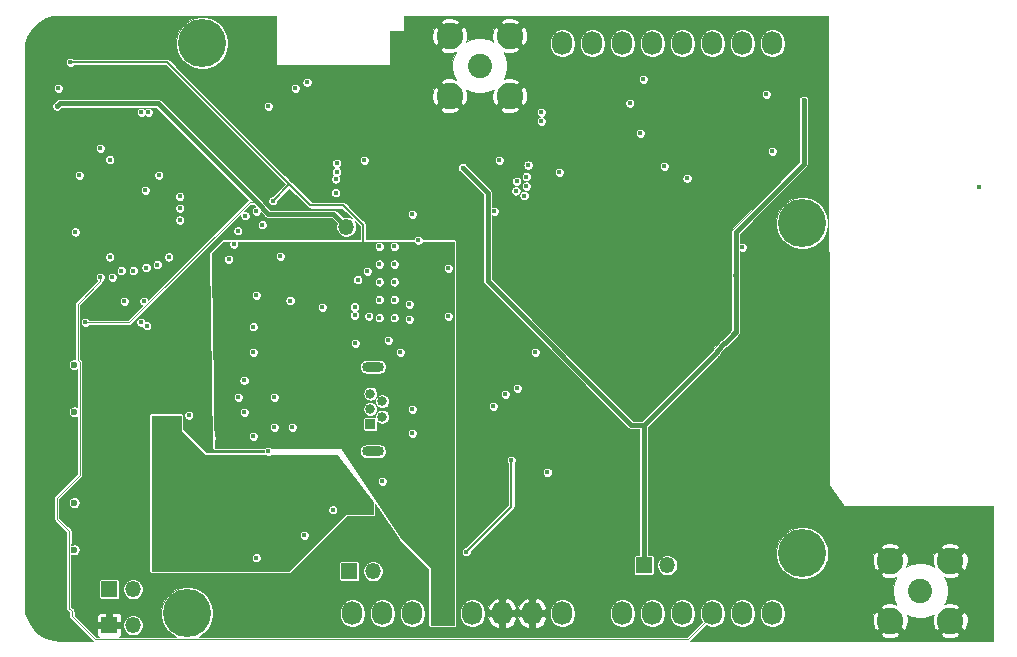
<source format=gbr>
G04 #@! TF.GenerationSoftware,KiCad,Pcbnew,(5.1.4)-1*
G04 #@! TF.CreationDate,2020-04-22T13:58:57+02:00*
G04 #@! TF.ProjectId,sara-rx-ab,73617261-2d72-4782-9d61-622e6b696361,rev?*
G04 #@! TF.SameCoordinates,Original*
G04 #@! TF.FileFunction,Copper,L3,Inr*
G04 #@! TF.FilePolarity,Positive*
%FSLAX46Y46*%
G04 Gerber Fmt 4.6, Leading zero omitted, Abs format (unit mm)*
G04 Created by KiCad (PCBNEW (5.1.4)-1) date 2020-04-22 13:58:57*
%MOMM*%
%LPD*%
G04 APERTURE LIST*
%ADD10O,1.850000X0.850000*%
%ADD11C,0.840000*%
%ADD12R,0.840000X0.840000*%
%ADD13C,0.600000*%
%ADD14R,1.350000X1.350000*%
%ADD15O,1.350000X1.350000*%
%ADD16C,2.050000*%
%ADD17C,2.250000*%
%ADD18O,1.727200X2.032000*%
%ADD19C,4.064000*%
%ADD20C,0.450000*%
%ADD21C,0.088900*%
%ADD22C,0.381000*%
%ADD23C,0.203200*%
G04 APERTURE END LIST*
D10*
X140682000Y-102948000D03*
X140682000Y-110098000D03*
D11*
X140462000Y-105223000D03*
X141462000Y-105873000D03*
X140462000Y-106523000D03*
X141462000Y-107173000D03*
D12*
X140462000Y-107823000D03*
D13*
X115386000Y-118459000D03*
X115386000Y-114459000D03*
X115386000Y-106775000D03*
X115386000Y-102775000D03*
D14*
X118364000Y-121793000D03*
D15*
X120364000Y-121793000D03*
X140684000Y-120269000D03*
D14*
X138684000Y-120269000D03*
D15*
X165608000Y-119761000D03*
D14*
X163608000Y-119761000D03*
D15*
X138430000Y-91091000D03*
D14*
X138430000Y-93091000D03*
D13*
X161536000Y-113411000D03*
X160536000Y-113411000D03*
D15*
X120364000Y-124841000D03*
D14*
X118364000Y-124841000D03*
D16*
X187023000Y-121920000D03*
D17*
X189563000Y-124460000D03*
X189563000Y-119380000D03*
X184483000Y-119380000D03*
X184483000Y-124460000D03*
D16*
X149733000Y-77470000D03*
D17*
X152273000Y-74930000D03*
X147193000Y-74930000D03*
X147193000Y-80010000D03*
X152273000Y-80010000D03*
D18*
X138938000Y-123825000D03*
X141478000Y-123825000D03*
X144018000Y-123825000D03*
X146558000Y-123825000D03*
X149098000Y-123825000D03*
X151638000Y-123825000D03*
X154178000Y-123825000D03*
X156718000Y-123825000D03*
X174498000Y-123825000D03*
X171958000Y-123825000D03*
X169418000Y-123825000D03*
X166878000Y-123825000D03*
X164338000Y-123825000D03*
X161798000Y-123825000D03*
X174498000Y-75565000D03*
X171958000Y-75565000D03*
X169418000Y-75565000D03*
X166878000Y-75565000D03*
X164338000Y-75565000D03*
X161798000Y-75565000D03*
X159258000Y-75565000D03*
X156718000Y-75565000D03*
D19*
X124968000Y-123825000D03*
X177038000Y-118745000D03*
X126238000Y-75565000D03*
X177038000Y-90805000D03*
D20*
X139192000Y-85090000D03*
X137668000Y-84963000D03*
X152019000Y-106045000D03*
X151003000Y-114935000D03*
X149733000Y-113665000D03*
X148463000Y-114935000D03*
X151003000Y-112395000D03*
X148463000Y-112395000D03*
X113284000Y-114681000D03*
X141478000Y-81915000D03*
X140462000Y-80899000D03*
X138430000Y-78867000D03*
X136906000Y-77597000D03*
X139446000Y-79883000D03*
X135128000Y-77597000D03*
X136398000Y-78867000D03*
X137414000Y-79883000D03*
X138430000Y-80899000D03*
X139446000Y-81915000D03*
X140462000Y-83185000D03*
X140462000Y-84709000D03*
X140462000Y-86233000D03*
X141224000Y-88900000D03*
X142557500Y-88900000D03*
X141224000Y-89765000D03*
X142494000Y-89765000D03*
X142494000Y-91265000D03*
X141224000Y-92765000D03*
X142494000Y-92765000D03*
X141224000Y-94265000D03*
X142494000Y-94265000D03*
X141224000Y-95765000D03*
X142494000Y-95765000D03*
X141986000Y-100711000D03*
X143002000Y-101727000D03*
X141732000Y-83185000D03*
X141732000Y-84709000D03*
X141986000Y-85725000D03*
X143510000Y-85979000D03*
X144780000Y-85979000D03*
X145923000Y-85090000D03*
X149098000Y-81280000D03*
X149098000Y-80010000D03*
X150368000Y-80010000D03*
X150368000Y-81280000D03*
X147193000Y-86360000D03*
X146558000Y-86995000D03*
X144780000Y-87185500D03*
X143510000Y-87185500D03*
X146558000Y-84201000D03*
X148463000Y-82550000D03*
X151638000Y-84455000D03*
X151003000Y-82550000D03*
X170053000Y-99695000D03*
X171323000Y-100965000D03*
X172593000Y-100965000D03*
X173863000Y-103505000D03*
X175133000Y-104775000D03*
X176403000Y-106045000D03*
X177673000Y-107315000D03*
X178943000Y-107950000D03*
X178943000Y-109855000D03*
X178943000Y-111760000D03*
X178943000Y-113665000D03*
X180213000Y-115570000D03*
X182118000Y-117475000D03*
X182118000Y-120015000D03*
X183388000Y-121285000D03*
X176022000Y-102997000D03*
X178562000Y-103505000D03*
X176022000Y-101473000D03*
X170053000Y-102235000D03*
X171323000Y-103505000D03*
X172593000Y-104775000D03*
X173863000Y-106045000D03*
X175133000Y-107315000D03*
X176403000Y-108585000D03*
X176403000Y-109855000D03*
X176403000Y-113665000D03*
X177673000Y-115570000D03*
X180213000Y-118110000D03*
X180213000Y-120015000D03*
X181483000Y-121920000D03*
X183388000Y-122555000D03*
X178943000Y-116840000D03*
X141224000Y-91265000D03*
X140208000Y-87122000D03*
X141224000Y-97265000D03*
X142494000Y-97265000D03*
X141224000Y-98806000D03*
X142494000Y-98806000D03*
X149860000Y-93472000D03*
X153110000Y-93472000D03*
X156360000Y-93472000D03*
X159610000Y-93472000D03*
X163830000Y-93091000D03*
X149860000Y-95472000D03*
X153110000Y-95472000D03*
X156360000Y-95472000D03*
X159610000Y-95472000D03*
X149860000Y-97472000D03*
X153110000Y-97472000D03*
X156360000Y-97472000D03*
X159610000Y-97472000D03*
X162860000Y-97472000D03*
X149860000Y-99472000D03*
X153110000Y-99472000D03*
X156360000Y-99472000D03*
X159610000Y-99472000D03*
X162860000Y-99472000D03*
X119634000Y-101981000D03*
X118872000Y-103251000D03*
X119634000Y-104775000D03*
X113284000Y-102997000D03*
X114554000Y-102997000D03*
X114554000Y-106426000D03*
X113284000Y-106426000D03*
X117348000Y-99695000D03*
X118618000Y-99695000D03*
X117348000Y-100965000D03*
X114554000Y-114681000D03*
X114554000Y-117729000D03*
X113284000Y-117729000D03*
X126619000Y-106680000D03*
X126238000Y-108077000D03*
X127000000Y-108966000D03*
X130556000Y-99568000D03*
X130556000Y-101727000D03*
X129286000Y-105537000D03*
X157988000Y-107950000D03*
X156718000Y-109220000D03*
X153543000Y-112395000D03*
X139192000Y-100965000D03*
X119380000Y-87757000D03*
X121666000Y-91059000D03*
X119380000Y-91059000D03*
X116840000Y-88519000D03*
X116840000Y-90297000D03*
X152400000Y-107823000D03*
X174099500Y-93503500D03*
X170849500Y-97503500D03*
X170849500Y-95503500D03*
X174099500Y-95503500D03*
X174099500Y-97503500D03*
X170849500Y-91503500D03*
X174099500Y-91503500D03*
X170849500Y-93503500D03*
X176275500Y-94251500D03*
X178275500Y-94251500D03*
X178275500Y-97501500D03*
X176275500Y-97501500D03*
X174163000Y-87947000D03*
X174163000Y-89947000D03*
X174163000Y-85947000D03*
X170913000Y-85947000D03*
X170913000Y-89947000D03*
X170913000Y-83947000D03*
X170913000Y-87947000D03*
X175006000Y-79883000D03*
X176022000Y-78105000D03*
X165862000Y-94615000D03*
X165862000Y-96647000D03*
X165862000Y-98679000D03*
X161290000Y-101473000D03*
X156972000Y-101473000D03*
X151384000Y-101473000D03*
X147066000Y-98679000D03*
X147066000Y-94615000D03*
X132842000Y-82169000D03*
X134620000Y-82169000D03*
X132842000Y-85217000D03*
X133604000Y-86741000D03*
X132715000Y-87503000D03*
X137668000Y-88773000D03*
X129794000Y-106807000D03*
X130556000Y-108839000D03*
X124460000Y-92583000D03*
X163068000Y-96012000D03*
X176022000Y-84709000D03*
X129667000Y-88900000D03*
X121475500Y-96647000D03*
X116713000Y-95250000D03*
X114808000Y-95250000D03*
X112268000Y-95250000D03*
X112268000Y-97790000D03*
X114173000Y-97790000D03*
X118618000Y-106680000D03*
X118618000Y-108585000D03*
X118618000Y-111125000D03*
X116713000Y-110490000D03*
X119253000Y-114935000D03*
X118618000Y-119380000D03*
X114808000Y-123825000D03*
X116078000Y-121920000D03*
X178054000Y-87249000D03*
X130810000Y-119126000D03*
X149098000Y-106426000D03*
X150622000Y-107696000D03*
X127127000Y-78867000D03*
X129159000Y-78867000D03*
X131572000Y-78867000D03*
X159512000Y-81788000D03*
X165862000Y-82169000D03*
X165862000Y-80391000D03*
X160528000Y-80645000D03*
X161798000Y-79375000D03*
X164084000Y-79248000D03*
X168148000Y-79248000D03*
X170434000Y-79248000D03*
X157734000Y-83693000D03*
X159766000Y-83566000D03*
X162179000Y-83693000D03*
X165862000Y-83820000D03*
X162179000Y-85725000D03*
X160909000Y-87503000D03*
X158750000Y-87503000D03*
X160401000Y-85725000D03*
X143510000Y-83185000D03*
X143510000Y-84709000D03*
X143510000Y-77089000D03*
X145034000Y-75057000D03*
X144526000Y-78105000D03*
X143002000Y-75565000D03*
X143510000Y-81153000D03*
X129286000Y-74041000D03*
X131318000Y-74041000D03*
X131318000Y-76581000D03*
X129286000Y-76581000D03*
X122174000Y-76073000D03*
X112522000Y-76581000D03*
X112522000Y-80137000D03*
X128778000Y-80137000D03*
X125222000Y-80137000D03*
X130810000Y-96901000D03*
X136398000Y-97917000D03*
X132334000Y-105537000D03*
X132334000Y-108077000D03*
X133858000Y-108077000D03*
X144018000Y-106553000D03*
X144018000Y-108585000D03*
X141478000Y-112649000D03*
X141986000Y-117221000D03*
X143510000Y-119253000D03*
X138938000Y-116713000D03*
X137287000Y-115062000D03*
X134874000Y-117221000D03*
X156718000Y-113665000D03*
X155702000Y-119253000D03*
X153162000Y-121285000D03*
X157734000Y-121285000D03*
X172974000Y-108077000D03*
X172974000Y-110617000D03*
X172974000Y-113665000D03*
X172974000Y-117729000D03*
X172974000Y-120777000D03*
X169926000Y-120777000D03*
X169926000Y-119253000D03*
X170942000Y-105537000D03*
X170942000Y-111125000D03*
X170942000Y-108077000D03*
X164846000Y-114173000D03*
X164846000Y-108585000D03*
X164846000Y-111125000D03*
X161290000Y-105537000D03*
X164338000Y-105537000D03*
X158750000Y-105537000D03*
X177546000Y-122809000D03*
X180086000Y-124841000D03*
X183642000Y-116205000D03*
X187706000Y-116205000D03*
X130429000Y-81534000D03*
X153670000Y-86852552D03*
X139954000Y-85471000D03*
X115479320Y-91533980D03*
X115824000Y-86741000D03*
X114046000Y-79375000D03*
X118405400Y-93659960D03*
X154940000Y-81407000D03*
X121088997Y-81407000D03*
X174498000Y-84709000D03*
X173990000Y-79883000D03*
X163576000Y-78613000D03*
X165354000Y-85979000D03*
X163322000Y-83185000D03*
X171958000Y-92837000D03*
X121666000Y-81407000D03*
X154940000Y-82169008D03*
X122428000Y-94297500D03*
X129857500Y-90170000D03*
X121475500Y-94551500D03*
X129237960Y-91440000D03*
X120396000Y-94805500D03*
X128905000Y-92583000D03*
X128460500Y-93853000D03*
X119380000Y-94805500D03*
X124328680Y-88536780D03*
X153823333Y-85878333D03*
X117602000Y-95377000D03*
X117602000Y-84455000D03*
X143764000Y-97663000D03*
X139128500Y-97884500D03*
X143764000Y-98933000D03*
X139128500Y-98584500D03*
X177142360Y-80391000D03*
X148274707Y-86090540D03*
X124328680Y-90533220D03*
X132842000Y-93599000D03*
X139382500Y-95567500D03*
X140335000Y-98679000D03*
X130810000Y-89789000D03*
X123401580Y-93659960D03*
X133667500Y-97345500D03*
X131318000Y-90932000D03*
X121031000Y-99187000D03*
X121412000Y-88011000D03*
X118618000Y-95377000D03*
X124328680Y-89535000D03*
X131826000Y-80899004D03*
X135112540Y-78867000D03*
X123698000Y-107823000D03*
X131064000Y-115443000D03*
X123444000Y-119507000D03*
X127000000Y-119253000D03*
X122555000Y-86741000D03*
X121282793Y-97406793D03*
X140208000Y-94869000D03*
X144018000Y-90043000D03*
X131826000Y-110109000D03*
X155454500Y-111893500D03*
X121531988Y-99473275D03*
X191976000Y-87757000D03*
X119634000Y-97409000D03*
X118405400Y-85410040D03*
X152400000Y-110871000D03*
X148590000Y-118618000D03*
X125095000Y-107061000D03*
X129780002Y-104099000D03*
X151892000Y-105283000D03*
X150876000Y-106299000D03*
X152908000Y-104775000D03*
X154432000Y-101727000D03*
X134112000Y-79375000D03*
X151384000Y-85471000D03*
X167278252Y-86995000D03*
X144514000Y-92247000D03*
X156464000Y-86487000D03*
X150964000Y-89789000D03*
X137528057Y-88213226D03*
X137541000Y-87052997D03*
X137604500Y-86423500D03*
X137604500Y-85725000D03*
X115062000Y-77171000D03*
X132207000Y-88900000D03*
X162433000Y-80645000D03*
X113919000Y-80899000D03*
X116332000Y-99187000D03*
X152785036Y-88059040D03*
X153479500Y-88455500D03*
X152844500Y-87249002D03*
X153674420Y-87662589D03*
D21*
X115204451Y-124015297D02*
X115164874Y-124054874D01*
X115204451Y-123634703D02*
X115204451Y-124015297D01*
X114998297Y-123428549D02*
X115204451Y-123634703D01*
X114914549Y-123428549D02*
X114998297Y-123428549D01*
X114914549Y-117955199D02*
X114914549Y-123428549D01*
X114950451Y-117538703D02*
X114950451Y-117919297D01*
X114914549Y-117502801D02*
X114950451Y-117538703D01*
X167366949Y-126028451D02*
X169418000Y-123977400D01*
X114950451Y-117919297D02*
X114914549Y-117955199D01*
X115164874Y-124054874D02*
X117138451Y-126028451D01*
X169418000Y-123977400D02*
X169418000Y-123825000D01*
X117138451Y-126028451D02*
X167366949Y-126028451D01*
X114950451Y-116855451D02*
X114950451Y-117538703D01*
X113919000Y-114046000D02*
X113919000Y-115824000D01*
X117602000Y-95695198D02*
X115697000Y-97600198D01*
X117602000Y-95377000D02*
X117602000Y-95695198D01*
X115697000Y-97600198D02*
X115697000Y-102388252D01*
X115697000Y-102388252D02*
X115857451Y-102548703D01*
X115857451Y-102548703D02*
X115857451Y-112107549D01*
X113919000Y-115824000D02*
X114950451Y-116855451D01*
X115857451Y-112107549D02*
X113919000Y-114046000D01*
D22*
X163608000Y-118705000D02*
X163608000Y-119761000D01*
X163608000Y-107877098D02*
X163608000Y-118705000D01*
X162573196Y-107877098D02*
X150402501Y-95706403D01*
X150402501Y-95706403D02*
X150402501Y-88218334D01*
X150402501Y-88218334D02*
X148499706Y-86315539D01*
X163608000Y-107877098D02*
X162573196Y-107877098D01*
X148499706Y-86315539D02*
X148274707Y-86090540D01*
X170434000Y-100965000D02*
X169792599Y-101606401D01*
X170520098Y-100965000D02*
X170434000Y-100965000D01*
X171196000Y-100289098D02*
X170520098Y-100965000D01*
X169792599Y-101606401D02*
X169792599Y-101692499D01*
X171392001Y-100006999D02*
X171196000Y-100203000D01*
X169792599Y-101692499D02*
X163608000Y-107877098D01*
X177142360Y-85770542D02*
X171392001Y-91520901D01*
X171196000Y-100203000D02*
X171196000Y-100289098D01*
X177142360Y-80391000D02*
X177142360Y-85770542D01*
X171392001Y-91520901D02*
X171392001Y-95180999D01*
X171392001Y-95180999D02*
X171360951Y-95212049D01*
X171360951Y-95212049D02*
X171392001Y-95243099D01*
X171392001Y-95243099D02*
X171392001Y-100006999D01*
D23*
X152400000Y-110871000D02*
X152400000Y-114808000D01*
X152400000Y-114808000D02*
X148590000Y-118618000D01*
X138176000Y-89281000D02*
X135382000Y-89281000D01*
X139827000Y-90932000D02*
X138176000Y-89281000D01*
X139827000Y-92572200D02*
X139827000Y-90932000D01*
X138430000Y-93091000D02*
X139308200Y-93091000D01*
X139308200Y-93091000D02*
X139827000Y-92572200D01*
X123272000Y-77171000D02*
X115062000Y-77171000D01*
X132461000Y-86360000D02*
X123272000Y-77171000D01*
X133604000Y-87503000D02*
X132207000Y-88900000D01*
X133604000Y-87503000D02*
X132461000Y-86360000D01*
X135382000Y-89281000D02*
X133604000Y-87503000D01*
D21*
X120063252Y-99187000D02*
X130243703Y-89006549D01*
X116332000Y-99187000D02*
X120063252Y-99187000D01*
X130243703Y-89006549D02*
X130830451Y-89006549D01*
D22*
X131826000Y-90002098D02*
X130830451Y-89006549D01*
X137341098Y-90002098D02*
X131826000Y-90002098D01*
X138430000Y-91091000D02*
X137341098Y-90002098D01*
X114173000Y-80645000D02*
X113919000Y-80899000D01*
X130830451Y-89006549D02*
X122468902Y-80645000D01*
X122468902Y-80645000D02*
X114173000Y-80645000D01*
D21*
G36*
X128553671Y-92395211D02*
G01*
X128523786Y-92467360D01*
X128508550Y-92543953D01*
X128508550Y-92622047D01*
X128523786Y-92698640D01*
X128553671Y-92770789D01*
X128597057Y-92835722D01*
X128652278Y-92890943D01*
X128717211Y-92934329D01*
X128789360Y-92964214D01*
X128865953Y-92979450D01*
X128944047Y-92979450D01*
X129020640Y-92964214D01*
X129092789Y-92934329D01*
X129157722Y-92890943D01*
X129212943Y-92835722D01*
X129256329Y-92770789D01*
X129286214Y-92698640D01*
X129301450Y-92622047D01*
X129301450Y-92543953D01*
X129286214Y-92467360D01*
X129256329Y-92395211D01*
X129241789Y-92373450D01*
X141160320Y-92373450D01*
X141108360Y-92383786D01*
X141036211Y-92413671D01*
X140971278Y-92457057D01*
X140916057Y-92512278D01*
X140872671Y-92577211D01*
X140842786Y-92649360D01*
X140827550Y-92725953D01*
X140827550Y-92804047D01*
X140842786Y-92880640D01*
X140872671Y-92952789D01*
X140916057Y-93017722D01*
X140971278Y-93072943D01*
X141036211Y-93116329D01*
X141108360Y-93146214D01*
X141184953Y-93161450D01*
X141263047Y-93161450D01*
X141339640Y-93146214D01*
X141411789Y-93116329D01*
X141476722Y-93072943D01*
X141531943Y-93017722D01*
X141575329Y-92952789D01*
X141605214Y-92880640D01*
X141620450Y-92804047D01*
X141620450Y-92725953D01*
X141605214Y-92649360D01*
X141575329Y-92577211D01*
X141531943Y-92512278D01*
X141476722Y-92457057D01*
X141411789Y-92413671D01*
X141339640Y-92383786D01*
X141287680Y-92373450D01*
X142430320Y-92373450D01*
X142378360Y-92383786D01*
X142306211Y-92413671D01*
X142241278Y-92457057D01*
X142186057Y-92512278D01*
X142142671Y-92577211D01*
X142112786Y-92649360D01*
X142097550Y-92725953D01*
X142097550Y-92804047D01*
X142112786Y-92880640D01*
X142142671Y-92952789D01*
X142186057Y-93017722D01*
X142241278Y-93072943D01*
X142306211Y-93116329D01*
X142378360Y-93146214D01*
X142454953Y-93161450D01*
X142533047Y-93161450D01*
X142609640Y-93146214D01*
X142681789Y-93116329D01*
X142746722Y-93072943D01*
X142801943Y-93017722D01*
X142845329Y-92952789D01*
X142875214Y-92880640D01*
X142890450Y-92804047D01*
X142890450Y-92725953D01*
X142875214Y-92649360D01*
X142845329Y-92577211D01*
X142801943Y-92512278D01*
X142746722Y-92457057D01*
X142681789Y-92413671D01*
X142609640Y-92383786D01*
X142557680Y-92373450D01*
X144137264Y-92373450D01*
X144162671Y-92434789D01*
X144206057Y-92499722D01*
X144261278Y-92554943D01*
X144326211Y-92598329D01*
X144398360Y-92628214D01*
X144474953Y-92643450D01*
X144553047Y-92643450D01*
X144629640Y-92628214D01*
X144701789Y-92598329D01*
X144766722Y-92554943D01*
X144821943Y-92499722D01*
X144865329Y-92434789D01*
X144890736Y-92373450D01*
X147529550Y-92373450D01*
X147529550Y-124796550D01*
X145586450Y-124796550D01*
X145586450Y-120015000D01*
X145585596Y-120006328D01*
X145583066Y-119997990D01*
X145578959Y-119990305D01*
X145573431Y-119983569D01*
X143036543Y-117446681D01*
X139812059Y-112609953D01*
X141081550Y-112609953D01*
X141081550Y-112688047D01*
X141096786Y-112764640D01*
X141126671Y-112836789D01*
X141170057Y-112901722D01*
X141225278Y-112956943D01*
X141290211Y-113000329D01*
X141362360Y-113030214D01*
X141438953Y-113045450D01*
X141517047Y-113045450D01*
X141593640Y-113030214D01*
X141665789Y-113000329D01*
X141730722Y-112956943D01*
X141785943Y-112901722D01*
X141829329Y-112836789D01*
X141859214Y-112764640D01*
X141874450Y-112688047D01*
X141874450Y-112609953D01*
X141859214Y-112533360D01*
X141829329Y-112461211D01*
X141785943Y-112396278D01*
X141730722Y-112341057D01*
X141665789Y-112297671D01*
X141593640Y-112267786D01*
X141517047Y-112252550D01*
X141438953Y-112252550D01*
X141362360Y-112267786D01*
X141290211Y-112297671D01*
X141225278Y-112341057D01*
X141170057Y-112396278D01*
X141126671Y-112461211D01*
X141096786Y-112533360D01*
X141081550Y-112609953D01*
X139812059Y-112609953D01*
X138137423Y-110098000D01*
X139582665Y-110098000D01*
X139594181Y-110214924D01*
X139628287Y-110327356D01*
X139683671Y-110430973D01*
X139758206Y-110521794D01*
X139849027Y-110596329D01*
X139952644Y-110651713D01*
X140065076Y-110685819D01*
X140152708Y-110694450D01*
X141211292Y-110694450D01*
X141298924Y-110685819D01*
X141411356Y-110651713D01*
X141514973Y-110596329D01*
X141605794Y-110521794D01*
X141680329Y-110430973D01*
X141735713Y-110327356D01*
X141769819Y-110214924D01*
X141781335Y-110098000D01*
X141769819Y-109981076D01*
X141735713Y-109868644D01*
X141680329Y-109765027D01*
X141605794Y-109674206D01*
X141514973Y-109599671D01*
X141411356Y-109544287D01*
X141298924Y-109510181D01*
X141211292Y-109501550D01*
X140152708Y-109501550D01*
X140065076Y-109510181D01*
X139952644Y-109544287D01*
X139849027Y-109599671D01*
X139758206Y-109674206D01*
X139683671Y-109765027D01*
X139628287Y-109868644D01*
X139594181Y-109981076D01*
X139582665Y-110098000D01*
X138137423Y-110098000D01*
X137958985Y-109830344D01*
X137953464Y-109823602D01*
X137946734Y-109818067D01*
X137939053Y-109813951D01*
X137930717Y-109811413D01*
X137922000Y-109810550D01*
X132088215Y-109810550D01*
X132078722Y-109801057D01*
X132013789Y-109757671D01*
X131941640Y-109727786D01*
X131865047Y-109712550D01*
X131786953Y-109712550D01*
X131710360Y-109727786D01*
X131638211Y-109757671D01*
X131573278Y-109801057D01*
X131563785Y-109810550D01*
X127297772Y-109810550D01*
X127288959Y-109237706D01*
X127307943Y-109218722D01*
X127351329Y-109153789D01*
X127381214Y-109081640D01*
X127396450Y-109005047D01*
X127396450Y-108926953D01*
X127381214Y-108850360D01*
X127360335Y-108799953D01*
X130159550Y-108799953D01*
X130159550Y-108878047D01*
X130174786Y-108954640D01*
X130204671Y-109026789D01*
X130248057Y-109091722D01*
X130303278Y-109146943D01*
X130368211Y-109190329D01*
X130440360Y-109220214D01*
X130516953Y-109235450D01*
X130595047Y-109235450D01*
X130671640Y-109220214D01*
X130743789Y-109190329D01*
X130808722Y-109146943D01*
X130863943Y-109091722D01*
X130907329Y-109026789D01*
X130937214Y-108954640D01*
X130952450Y-108878047D01*
X130952450Y-108799953D01*
X130937214Y-108723360D01*
X130907329Y-108651211D01*
X130863943Y-108586278D01*
X130823618Y-108545953D01*
X143621550Y-108545953D01*
X143621550Y-108624047D01*
X143636786Y-108700640D01*
X143666671Y-108772789D01*
X143710057Y-108837722D01*
X143765278Y-108892943D01*
X143830211Y-108936329D01*
X143902360Y-108966214D01*
X143978953Y-108981450D01*
X144057047Y-108981450D01*
X144133640Y-108966214D01*
X144205789Y-108936329D01*
X144270722Y-108892943D01*
X144325943Y-108837722D01*
X144369329Y-108772789D01*
X144399214Y-108700640D01*
X144414450Y-108624047D01*
X144414450Y-108545953D01*
X144399214Y-108469360D01*
X144369329Y-108397211D01*
X144325943Y-108332278D01*
X144270722Y-108277057D01*
X144205789Y-108233671D01*
X144133640Y-108203786D01*
X144057047Y-108188550D01*
X143978953Y-108188550D01*
X143902360Y-108203786D01*
X143830211Y-108233671D01*
X143765278Y-108277057D01*
X143710057Y-108332278D01*
X143666671Y-108397211D01*
X143636786Y-108469360D01*
X143621550Y-108545953D01*
X130823618Y-108545953D01*
X130808722Y-108531057D01*
X130743789Y-108487671D01*
X130671640Y-108457786D01*
X130595047Y-108442550D01*
X130516953Y-108442550D01*
X130440360Y-108457786D01*
X130368211Y-108487671D01*
X130303278Y-108531057D01*
X130248057Y-108586278D01*
X130204671Y-108651211D01*
X130174786Y-108723360D01*
X130159550Y-108799953D01*
X127360335Y-108799953D01*
X127351329Y-108778211D01*
X127307943Y-108713278D01*
X127280468Y-108685803D01*
X127270502Y-108037953D01*
X131937550Y-108037953D01*
X131937550Y-108116047D01*
X131952786Y-108192640D01*
X131982671Y-108264789D01*
X132026057Y-108329722D01*
X132081278Y-108384943D01*
X132146211Y-108428329D01*
X132218360Y-108458214D01*
X132294953Y-108473450D01*
X132373047Y-108473450D01*
X132449640Y-108458214D01*
X132521789Y-108428329D01*
X132586722Y-108384943D01*
X132641943Y-108329722D01*
X132685329Y-108264789D01*
X132715214Y-108192640D01*
X132730450Y-108116047D01*
X132730450Y-108037953D01*
X133461550Y-108037953D01*
X133461550Y-108116047D01*
X133476786Y-108192640D01*
X133506671Y-108264789D01*
X133550057Y-108329722D01*
X133605278Y-108384943D01*
X133670211Y-108428329D01*
X133742360Y-108458214D01*
X133818953Y-108473450D01*
X133897047Y-108473450D01*
X133973640Y-108458214D01*
X134045789Y-108428329D01*
X134110722Y-108384943D01*
X134165943Y-108329722D01*
X134209329Y-108264789D01*
X134239214Y-108192640D01*
X134254450Y-108116047D01*
X134254450Y-108037953D01*
X134239214Y-107961360D01*
X134209329Y-107889211D01*
X134165943Y-107824278D01*
X134110722Y-107769057D01*
X134045789Y-107725671D01*
X133973640Y-107695786D01*
X133897047Y-107680550D01*
X133818953Y-107680550D01*
X133742360Y-107695786D01*
X133670211Y-107725671D01*
X133605278Y-107769057D01*
X133550057Y-107824278D01*
X133506671Y-107889211D01*
X133476786Y-107961360D01*
X133461550Y-108037953D01*
X132730450Y-108037953D01*
X132715214Y-107961360D01*
X132685329Y-107889211D01*
X132641943Y-107824278D01*
X132586722Y-107769057D01*
X132521789Y-107725671D01*
X132449640Y-107695786D01*
X132373047Y-107680550D01*
X132294953Y-107680550D01*
X132218360Y-107695786D01*
X132146211Y-107725671D01*
X132081278Y-107769057D01*
X132026057Y-107824278D01*
X131982671Y-107889211D01*
X131952786Y-107961360D01*
X131937550Y-108037953D01*
X127270502Y-108037953D01*
X127260734Y-107403000D01*
X139869721Y-107403000D01*
X139869721Y-108243000D01*
X139873031Y-108276610D01*
X139882835Y-108308928D01*
X139898755Y-108338713D01*
X139920180Y-108364820D01*
X139946287Y-108386245D01*
X139976072Y-108402165D01*
X140008390Y-108411969D01*
X140042000Y-108415279D01*
X140882000Y-108415279D01*
X140915610Y-108411969D01*
X140947928Y-108402165D01*
X140977713Y-108386245D01*
X141003820Y-108364820D01*
X141025245Y-108338713D01*
X141041165Y-108308928D01*
X141050969Y-108276610D01*
X141054279Y-108243000D01*
X141054279Y-107601716D01*
X141084972Y-107632409D01*
X141181843Y-107697136D01*
X141289480Y-107741721D01*
X141403747Y-107764450D01*
X141520253Y-107764450D01*
X141634520Y-107741721D01*
X141742157Y-107697136D01*
X141839028Y-107632409D01*
X141921409Y-107550028D01*
X141986136Y-107453157D01*
X142030721Y-107345520D01*
X142053450Y-107231253D01*
X142053450Y-107114747D01*
X142030721Y-107000480D01*
X141986136Y-106892843D01*
X141921409Y-106795972D01*
X141839028Y-106713591D01*
X141742157Y-106648864D01*
X141634520Y-106604279D01*
X141520253Y-106581550D01*
X141403747Y-106581550D01*
X141289480Y-106604279D01*
X141181843Y-106648864D01*
X141084972Y-106713591D01*
X141002591Y-106795972D01*
X140937864Y-106892843D01*
X140893279Y-107000480D01*
X140870550Y-107114747D01*
X140870550Y-107230721D01*
X140042000Y-107230721D01*
X140008390Y-107234031D01*
X139976072Y-107243835D01*
X139946287Y-107259755D01*
X139920180Y-107281180D01*
X139898755Y-107307287D01*
X139882835Y-107337072D01*
X139873031Y-107369390D01*
X139869721Y-107403000D01*
X127260734Y-107403000D01*
X127250964Y-106767953D01*
X129397550Y-106767953D01*
X129397550Y-106846047D01*
X129412786Y-106922640D01*
X129442671Y-106994789D01*
X129486057Y-107059722D01*
X129541278Y-107114943D01*
X129606211Y-107158329D01*
X129678360Y-107188214D01*
X129754953Y-107203450D01*
X129833047Y-107203450D01*
X129909640Y-107188214D01*
X129981789Y-107158329D01*
X130046722Y-107114943D01*
X130101943Y-107059722D01*
X130145329Y-106994789D01*
X130175214Y-106922640D01*
X130190450Y-106846047D01*
X130190450Y-106767953D01*
X130175214Y-106691360D01*
X130145329Y-106619211D01*
X130101943Y-106554278D01*
X130046722Y-106499057D01*
X129995373Y-106464747D01*
X139870550Y-106464747D01*
X139870550Y-106581253D01*
X139893279Y-106695520D01*
X139937864Y-106803157D01*
X140002591Y-106900028D01*
X140084972Y-106982409D01*
X140181843Y-107047136D01*
X140289480Y-107091721D01*
X140403747Y-107114450D01*
X140520253Y-107114450D01*
X140634520Y-107091721D01*
X140742157Y-107047136D01*
X140839028Y-106982409D01*
X140921409Y-106900028D01*
X140986136Y-106803157D01*
X141030721Y-106695520D01*
X141053450Y-106581253D01*
X141053450Y-106513953D01*
X143621550Y-106513953D01*
X143621550Y-106592047D01*
X143636786Y-106668640D01*
X143666671Y-106740789D01*
X143710057Y-106805722D01*
X143765278Y-106860943D01*
X143830211Y-106904329D01*
X143902360Y-106934214D01*
X143978953Y-106949450D01*
X144057047Y-106949450D01*
X144133640Y-106934214D01*
X144205789Y-106904329D01*
X144270722Y-106860943D01*
X144325943Y-106805722D01*
X144369329Y-106740789D01*
X144399214Y-106668640D01*
X144414450Y-106592047D01*
X144414450Y-106513953D01*
X144399214Y-106437360D01*
X144369329Y-106365211D01*
X144325943Y-106300278D01*
X144270722Y-106245057D01*
X144205789Y-106201671D01*
X144133640Y-106171786D01*
X144057047Y-106156550D01*
X143978953Y-106156550D01*
X143902360Y-106171786D01*
X143830211Y-106201671D01*
X143765278Y-106245057D01*
X143710057Y-106300278D01*
X143666671Y-106365211D01*
X143636786Y-106437360D01*
X143621550Y-106513953D01*
X141053450Y-106513953D01*
X141053450Y-106464747D01*
X141030721Y-106350480D01*
X140986136Y-106242843D01*
X140921409Y-106145972D01*
X140839028Y-106063591D01*
X140742157Y-105998864D01*
X140634520Y-105954279D01*
X140520253Y-105931550D01*
X140403747Y-105931550D01*
X140289480Y-105954279D01*
X140181843Y-105998864D01*
X140084972Y-106063591D01*
X140002591Y-106145972D01*
X139937864Y-106242843D01*
X139893279Y-106350480D01*
X139870550Y-106464747D01*
X129995373Y-106464747D01*
X129981789Y-106455671D01*
X129909640Y-106425786D01*
X129833047Y-106410550D01*
X129754953Y-106410550D01*
X129678360Y-106425786D01*
X129606211Y-106455671D01*
X129541278Y-106499057D01*
X129486057Y-106554278D01*
X129442671Y-106619211D01*
X129412786Y-106691360D01*
X129397550Y-106767953D01*
X127250964Y-106767953D01*
X127231425Y-105497953D01*
X128889550Y-105497953D01*
X128889550Y-105576047D01*
X128904786Y-105652640D01*
X128934671Y-105724789D01*
X128978057Y-105789722D01*
X129033278Y-105844943D01*
X129098211Y-105888329D01*
X129170360Y-105918214D01*
X129246953Y-105933450D01*
X129325047Y-105933450D01*
X129401640Y-105918214D01*
X129473789Y-105888329D01*
X129538722Y-105844943D01*
X129593943Y-105789722D01*
X129637329Y-105724789D01*
X129667214Y-105652640D01*
X129682450Y-105576047D01*
X129682450Y-105497953D01*
X131937550Y-105497953D01*
X131937550Y-105576047D01*
X131952786Y-105652640D01*
X131982671Y-105724789D01*
X132026057Y-105789722D01*
X132081278Y-105844943D01*
X132146211Y-105888329D01*
X132218360Y-105918214D01*
X132294953Y-105933450D01*
X132373047Y-105933450D01*
X132449640Y-105918214D01*
X132521789Y-105888329D01*
X132586722Y-105844943D01*
X132616918Y-105814747D01*
X140870550Y-105814747D01*
X140870550Y-105931253D01*
X140893279Y-106045520D01*
X140937864Y-106153157D01*
X141002591Y-106250028D01*
X141084972Y-106332409D01*
X141181843Y-106397136D01*
X141289480Y-106441721D01*
X141403747Y-106464450D01*
X141520253Y-106464450D01*
X141634520Y-106441721D01*
X141742157Y-106397136D01*
X141839028Y-106332409D01*
X141921409Y-106250028D01*
X141986136Y-106153157D01*
X142030721Y-106045520D01*
X142053450Y-105931253D01*
X142053450Y-105814747D01*
X142030721Y-105700480D01*
X141986136Y-105592843D01*
X141921409Y-105495972D01*
X141839028Y-105413591D01*
X141742157Y-105348864D01*
X141634520Y-105304279D01*
X141520253Y-105281550D01*
X141403747Y-105281550D01*
X141289480Y-105304279D01*
X141181843Y-105348864D01*
X141084972Y-105413591D01*
X141002591Y-105495972D01*
X140937864Y-105592843D01*
X140893279Y-105700480D01*
X140870550Y-105814747D01*
X132616918Y-105814747D01*
X132641943Y-105789722D01*
X132685329Y-105724789D01*
X132715214Y-105652640D01*
X132730450Y-105576047D01*
X132730450Y-105497953D01*
X132715214Y-105421360D01*
X132685329Y-105349211D01*
X132641943Y-105284278D01*
X132586722Y-105229057D01*
X132521789Y-105185671D01*
X132471274Y-105164747D01*
X139870550Y-105164747D01*
X139870550Y-105281253D01*
X139893279Y-105395520D01*
X139937864Y-105503157D01*
X140002591Y-105600028D01*
X140084972Y-105682409D01*
X140181843Y-105747136D01*
X140289480Y-105791721D01*
X140403747Y-105814450D01*
X140520253Y-105814450D01*
X140634520Y-105791721D01*
X140742157Y-105747136D01*
X140839028Y-105682409D01*
X140921409Y-105600028D01*
X140986136Y-105503157D01*
X141030721Y-105395520D01*
X141053450Y-105281253D01*
X141053450Y-105164747D01*
X141030721Y-105050480D01*
X140986136Y-104942843D01*
X140921409Y-104845972D01*
X140839028Y-104763591D01*
X140742157Y-104698864D01*
X140634520Y-104654279D01*
X140520253Y-104631550D01*
X140403747Y-104631550D01*
X140289480Y-104654279D01*
X140181843Y-104698864D01*
X140084972Y-104763591D01*
X140002591Y-104845972D01*
X139937864Y-104942843D01*
X139893279Y-105050480D01*
X139870550Y-105164747D01*
X132471274Y-105164747D01*
X132449640Y-105155786D01*
X132373047Y-105140550D01*
X132294953Y-105140550D01*
X132218360Y-105155786D01*
X132146211Y-105185671D01*
X132081278Y-105229057D01*
X132026057Y-105284278D01*
X131982671Y-105349211D01*
X131952786Y-105421360D01*
X131937550Y-105497953D01*
X129682450Y-105497953D01*
X129667214Y-105421360D01*
X129637329Y-105349211D01*
X129593943Y-105284278D01*
X129538722Y-105229057D01*
X129473789Y-105185671D01*
X129401640Y-105155786D01*
X129325047Y-105140550D01*
X129246953Y-105140550D01*
X129170360Y-105155786D01*
X129098211Y-105185671D01*
X129033278Y-105229057D01*
X128978057Y-105284278D01*
X128934671Y-105349211D01*
X128904786Y-105421360D01*
X128889550Y-105497953D01*
X127231425Y-105497953D01*
X127209302Y-104059953D01*
X129383552Y-104059953D01*
X129383552Y-104138047D01*
X129398788Y-104214640D01*
X129428673Y-104286789D01*
X129472059Y-104351722D01*
X129527280Y-104406943D01*
X129592213Y-104450329D01*
X129664362Y-104480214D01*
X129740955Y-104495450D01*
X129819049Y-104495450D01*
X129895642Y-104480214D01*
X129967791Y-104450329D01*
X130032724Y-104406943D01*
X130087945Y-104351722D01*
X130131331Y-104286789D01*
X130161216Y-104214640D01*
X130176452Y-104138047D01*
X130176452Y-104059953D01*
X130161216Y-103983360D01*
X130131331Y-103911211D01*
X130087945Y-103846278D01*
X130032724Y-103791057D01*
X129967791Y-103747671D01*
X129895642Y-103717786D01*
X129819049Y-103702550D01*
X129740955Y-103702550D01*
X129664362Y-103717786D01*
X129592213Y-103747671D01*
X129527280Y-103791057D01*
X129472059Y-103846278D01*
X129428673Y-103911211D01*
X129398788Y-103983360D01*
X129383552Y-104059953D01*
X127209302Y-104059953D01*
X127192196Y-102948000D01*
X139582665Y-102948000D01*
X139594181Y-103064924D01*
X139628287Y-103177356D01*
X139683671Y-103280973D01*
X139758206Y-103371794D01*
X139849027Y-103446329D01*
X139952644Y-103501713D01*
X140065076Y-103535819D01*
X140152708Y-103544450D01*
X141211292Y-103544450D01*
X141298924Y-103535819D01*
X141411356Y-103501713D01*
X141514973Y-103446329D01*
X141605794Y-103371794D01*
X141680329Y-103280973D01*
X141735713Y-103177356D01*
X141769819Y-103064924D01*
X141781335Y-102948000D01*
X141769819Y-102831076D01*
X141735713Y-102718644D01*
X141680329Y-102615027D01*
X141605794Y-102524206D01*
X141514973Y-102449671D01*
X141411356Y-102394287D01*
X141298924Y-102360181D01*
X141211292Y-102351550D01*
X140152708Y-102351550D01*
X140065076Y-102360181D01*
X139952644Y-102394287D01*
X139849027Y-102449671D01*
X139758206Y-102524206D01*
X139683671Y-102615027D01*
X139628287Y-102718644D01*
X139594181Y-102831076D01*
X139582665Y-102948000D01*
X127192196Y-102948000D01*
X127172810Y-101687953D01*
X130159550Y-101687953D01*
X130159550Y-101766047D01*
X130174786Y-101842640D01*
X130204671Y-101914789D01*
X130248057Y-101979722D01*
X130303278Y-102034943D01*
X130368211Y-102078329D01*
X130440360Y-102108214D01*
X130516953Y-102123450D01*
X130595047Y-102123450D01*
X130671640Y-102108214D01*
X130743789Y-102078329D01*
X130808722Y-102034943D01*
X130863943Y-101979722D01*
X130907329Y-101914789D01*
X130937214Y-101842640D01*
X130952450Y-101766047D01*
X130952450Y-101687953D01*
X142605550Y-101687953D01*
X142605550Y-101766047D01*
X142620786Y-101842640D01*
X142650671Y-101914789D01*
X142694057Y-101979722D01*
X142749278Y-102034943D01*
X142814211Y-102078329D01*
X142886360Y-102108214D01*
X142962953Y-102123450D01*
X143041047Y-102123450D01*
X143117640Y-102108214D01*
X143189789Y-102078329D01*
X143254722Y-102034943D01*
X143309943Y-101979722D01*
X143353329Y-101914789D01*
X143383214Y-101842640D01*
X143398450Y-101766047D01*
X143398450Y-101687953D01*
X143383214Y-101611360D01*
X143353329Y-101539211D01*
X143309943Y-101474278D01*
X143254722Y-101419057D01*
X143189789Y-101375671D01*
X143117640Y-101345786D01*
X143041047Y-101330550D01*
X142962953Y-101330550D01*
X142886360Y-101345786D01*
X142814211Y-101375671D01*
X142749278Y-101419057D01*
X142694057Y-101474278D01*
X142650671Y-101539211D01*
X142620786Y-101611360D01*
X142605550Y-101687953D01*
X130952450Y-101687953D01*
X130937214Y-101611360D01*
X130907329Y-101539211D01*
X130863943Y-101474278D01*
X130808722Y-101419057D01*
X130743789Y-101375671D01*
X130671640Y-101345786D01*
X130595047Y-101330550D01*
X130516953Y-101330550D01*
X130440360Y-101345786D01*
X130368211Y-101375671D01*
X130303278Y-101419057D01*
X130248057Y-101474278D01*
X130204671Y-101539211D01*
X130174786Y-101611360D01*
X130159550Y-101687953D01*
X127172810Y-101687953D01*
X127161088Y-100925953D01*
X138795550Y-100925953D01*
X138795550Y-101004047D01*
X138810786Y-101080640D01*
X138840671Y-101152789D01*
X138884057Y-101217722D01*
X138939278Y-101272943D01*
X139004211Y-101316329D01*
X139076360Y-101346214D01*
X139152953Y-101361450D01*
X139231047Y-101361450D01*
X139307640Y-101346214D01*
X139379789Y-101316329D01*
X139444722Y-101272943D01*
X139499943Y-101217722D01*
X139543329Y-101152789D01*
X139573214Y-101080640D01*
X139588450Y-101004047D01*
X139588450Y-100925953D01*
X139573214Y-100849360D01*
X139543329Y-100777211D01*
X139499943Y-100712278D01*
X139459618Y-100671953D01*
X141589550Y-100671953D01*
X141589550Y-100750047D01*
X141604786Y-100826640D01*
X141634671Y-100898789D01*
X141678057Y-100963722D01*
X141733278Y-101018943D01*
X141798211Y-101062329D01*
X141870360Y-101092214D01*
X141946953Y-101107450D01*
X142025047Y-101107450D01*
X142101640Y-101092214D01*
X142173789Y-101062329D01*
X142238722Y-101018943D01*
X142293943Y-100963722D01*
X142337329Y-100898789D01*
X142367214Y-100826640D01*
X142382450Y-100750047D01*
X142382450Y-100671953D01*
X142367214Y-100595360D01*
X142337329Y-100523211D01*
X142293943Y-100458278D01*
X142238722Y-100403057D01*
X142173789Y-100359671D01*
X142101640Y-100329786D01*
X142025047Y-100314550D01*
X141946953Y-100314550D01*
X141870360Y-100329786D01*
X141798211Y-100359671D01*
X141733278Y-100403057D01*
X141678057Y-100458278D01*
X141634671Y-100523211D01*
X141604786Y-100595360D01*
X141589550Y-100671953D01*
X139459618Y-100671953D01*
X139444722Y-100657057D01*
X139379789Y-100613671D01*
X139307640Y-100583786D01*
X139231047Y-100568550D01*
X139152953Y-100568550D01*
X139076360Y-100583786D01*
X139004211Y-100613671D01*
X138939278Y-100657057D01*
X138884057Y-100712278D01*
X138840671Y-100777211D01*
X138810786Y-100849360D01*
X138795550Y-100925953D01*
X127161088Y-100925953D01*
X127139595Y-99528953D01*
X130159550Y-99528953D01*
X130159550Y-99607047D01*
X130174786Y-99683640D01*
X130204671Y-99755789D01*
X130248057Y-99820722D01*
X130303278Y-99875943D01*
X130368211Y-99919329D01*
X130440360Y-99949214D01*
X130516953Y-99964450D01*
X130595047Y-99964450D01*
X130671640Y-99949214D01*
X130743789Y-99919329D01*
X130808722Y-99875943D01*
X130863943Y-99820722D01*
X130907329Y-99755789D01*
X130937214Y-99683640D01*
X130952450Y-99607047D01*
X130952450Y-99528953D01*
X130937214Y-99452360D01*
X130907329Y-99380211D01*
X130863943Y-99315278D01*
X130808722Y-99260057D01*
X130743789Y-99216671D01*
X130671640Y-99186786D01*
X130595047Y-99171550D01*
X130516953Y-99171550D01*
X130440360Y-99186786D01*
X130368211Y-99216671D01*
X130303278Y-99260057D01*
X130248057Y-99315278D01*
X130204671Y-99380211D01*
X130174786Y-99452360D01*
X130159550Y-99528953D01*
X127139595Y-99528953D01*
X127114196Y-97877953D01*
X136001550Y-97877953D01*
X136001550Y-97956047D01*
X136016786Y-98032640D01*
X136046671Y-98104789D01*
X136090057Y-98169722D01*
X136145278Y-98224943D01*
X136210211Y-98268329D01*
X136282360Y-98298214D01*
X136358953Y-98313450D01*
X136437047Y-98313450D01*
X136513640Y-98298214D01*
X136585789Y-98268329D01*
X136650722Y-98224943D01*
X136705943Y-98169722D01*
X136749329Y-98104789D01*
X136779214Y-98032640D01*
X136794450Y-97956047D01*
X136794450Y-97877953D01*
X136787986Y-97845453D01*
X138732050Y-97845453D01*
X138732050Y-97923547D01*
X138747286Y-98000140D01*
X138777171Y-98072289D01*
X138820557Y-98137222D01*
X138875778Y-98192443D01*
X138938722Y-98234500D01*
X138875778Y-98276557D01*
X138820557Y-98331778D01*
X138777171Y-98396711D01*
X138747286Y-98468860D01*
X138732050Y-98545453D01*
X138732050Y-98623547D01*
X138747286Y-98700140D01*
X138777171Y-98772289D01*
X138820557Y-98837222D01*
X138875778Y-98892443D01*
X138940711Y-98935829D01*
X139012860Y-98965714D01*
X139089453Y-98980950D01*
X139167547Y-98980950D01*
X139244140Y-98965714D01*
X139316289Y-98935829D01*
X139381222Y-98892443D01*
X139436443Y-98837222D01*
X139479829Y-98772289D01*
X139509714Y-98700140D01*
X139521686Y-98639953D01*
X139938550Y-98639953D01*
X139938550Y-98718047D01*
X139953786Y-98794640D01*
X139983671Y-98866789D01*
X140027057Y-98931722D01*
X140082278Y-98986943D01*
X140147211Y-99030329D01*
X140219360Y-99060214D01*
X140295953Y-99075450D01*
X140374047Y-99075450D01*
X140450640Y-99060214D01*
X140522789Y-99030329D01*
X140587722Y-98986943D01*
X140642943Y-98931722D01*
X140686329Y-98866789D01*
X140716214Y-98794640D01*
X140721721Y-98766953D01*
X140827550Y-98766953D01*
X140827550Y-98845047D01*
X140842786Y-98921640D01*
X140872671Y-98993789D01*
X140916057Y-99058722D01*
X140971278Y-99113943D01*
X141036211Y-99157329D01*
X141108360Y-99187214D01*
X141184953Y-99202450D01*
X141263047Y-99202450D01*
X141339640Y-99187214D01*
X141411789Y-99157329D01*
X141476722Y-99113943D01*
X141531943Y-99058722D01*
X141575329Y-98993789D01*
X141605214Y-98921640D01*
X141620450Y-98845047D01*
X141620450Y-98766953D01*
X142097550Y-98766953D01*
X142097550Y-98845047D01*
X142112786Y-98921640D01*
X142142671Y-98993789D01*
X142186057Y-99058722D01*
X142241278Y-99113943D01*
X142306211Y-99157329D01*
X142378360Y-99187214D01*
X142454953Y-99202450D01*
X142533047Y-99202450D01*
X142609640Y-99187214D01*
X142681789Y-99157329D01*
X142746722Y-99113943D01*
X142801943Y-99058722D01*
X142845329Y-98993789D01*
X142875214Y-98921640D01*
X142880721Y-98893953D01*
X143367550Y-98893953D01*
X143367550Y-98972047D01*
X143382786Y-99048640D01*
X143412671Y-99120789D01*
X143456057Y-99185722D01*
X143511278Y-99240943D01*
X143576211Y-99284329D01*
X143648360Y-99314214D01*
X143724953Y-99329450D01*
X143803047Y-99329450D01*
X143879640Y-99314214D01*
X143951789Y-99284329D01*
X144016722Y-99240943D01*
X144071943Y-99185722D01*
X144115329Y-99120789D01*
X144145214Y-99048640D01*
X144160450Y-98972047D01*
X144160450Y-98893953D01*
X144145214Y-98817360D01*
X144115329Y-98745211D01*
X144071943Y-98680278D01*
X144031618Y-98639953D01*
X146669550Y-98639953D01*
X146669550Y-98718047D01*
X146684786Y-98794640D01*
X146714671Y-98866789D01*
X146758057Y-98931722D01*
X146813278Y-98986943D01*
X146878211Y-99030329D01*
X146950360Y-99060214D01*
X147026953Y-99075450D01*
X147105047Y-99075450D01*
X147181640Y-99060214D01*
X147253789Y-99030329D01*
X147318722Y-98986943D01*
X147373943Y-98931722D01*
X147417329Y-98866789D01*
X147447214Y-98794640D01*
X147462450Y-98718047D01*
X147462450Y-98639953D01*
X147447214Y-98563360D01*
X147417329Y-98491211D01*
X147373943Y-98426278D01*
X147318722Y-98371057D01*
X147253789Y-98327671D01*
X147181640Y-98297786D01*
X147105047Y-98282550D01*
X147026953Y-98282550D01*
X146950360Y-98297786D01*
X146878211Y-98327671D01*
X146813278Y-98371057D01*
X146758057Y-98426278D01*
X146714671Y-98491211D01*
X146684786Y-98563360D01*
X146669550Y-98639953D01*
X144031618Y-98639953D01*
X144016722Y-98625057D01*
X143951789Y-98581671D01*
X143879640Y-98551786D01*
X143803047Y-98536550D01*
X143724953Y-98536550D01*
X143648360Y-98551786D01*
X143576211Y-98581671D01*
X143511278Y-98625057D01*
X143456057Y-98680278D01*
X143412671Y-98745211D01*
X143382786Y-98817360D01*
X143367550Y-98893953D01*
X142880721Y-98893953D01*
X142890450Y-98845047D01*
X142890450Y-98766953D01*
X142875214Y-98690360D01*
X142845329Y-98618211D01*
X142801943Y-98553278D01*
X142746722Y-98498057D01*
X142681789Y-98454671D01*
X142609640Y-98424786D01*
X142533047Y-98409550D01*
X142454953Y-98409550D01*
X142378360Y-98424786D01*
X142306211Y-98454671D01*
X142241278Y-98498057D01*
X142186057Y-98553278D01*
X142142671Y-98618211D01*
X142112786Y-98690360D01*
X142097550Y-98766953D01*
X141620450Y-98766953D01*
X141605214Y-98690360D01*
X141575329Y-98618211D01*
X141531943Y-98553278D01*
X141476722Y-98498057D01*
X141411789Y-98454671D01*
X141339640Y-98424786D01*
X141263047Y-98409550D01*
X141184953Y-98409550D01*
X141108360Y-98424786D01*
X141036211Y-98454671D01*
X140971278Y-98498057D01*
X140916057Y-98553278D01*
X140872671Y-98618211D01*
X140842786Y-98690360D01*
X140827550Y-98766953D01*
X140721721Y-98766953D01*
X140731450Y-98718047D01*
X140731450Y-98639953D01*
X140716214Y-98563360D01*
X140686329Y-98491211D01*
X140642943Y-98426278D01*
X140587722Y-98371057D01*
X140522789Y-98327671D01*
X140450640Y-98297786D01*
X140374047Y-98282550D01*
X140295953Y-98282550D01*
X140219360Y-98297786D01*
X140147211Y-98327671D01*
X140082278Y-98371057D01*
X140027057Y-98426278D01*
X139983671Y-98491211D01*
X139953786Y-98563360D01*
X139938550Y-98639953D01*
X139521686Y-98639953D01*
X139524950Y-98623547D01*
X139524950Y-98545453D01*
X139509714Y-98468860D01*
X139479829Y-98396711D01*
X139436443Y-98331778D01*
X139381222Y-98276557D01*
X139318278Y-98234500D01*
X139381222Y-98192443D01*
X139436443Y-98137222D01*
X139479829Y-98072289D01*
X139509714Y-98000140D01*
X139524950Y-97923547D01*
X139524950Y-97845453D01*
X139509714Y-97768860D01*
X139479829Y-97696711D01*
X139436443Y-97631778D01*
X139381222Y-97576557D01*
X139316289Y-97533171D01*
X139244140Y-97503286D01*
X139167547Y-97488050D01*
X139089453Y-97488050D01*
X139012860Y-97503286D01*
X138940711Y-97533171D01*
X138875778Y-97576557D01*
X138820557Y-97631778D01*
X138777171Y-97696711D01*
X138747286Y-97768860D01*
X138732050Y-97845453D01*
X136787986Y-97845453D01*
X136779214Y-97801360D01*
X136749329Y-97729211D01*
X136705943Y-97664278D01*
X136650722Y-97609057D01*
X136585789Y-97565671D01*
X136513640Y-97535786D01*
X136437047Y-97520550D01*
X136358953Y-97520550D01*
X136282360Y-97535786D01*
X136210211Y-97565671D01*
X136145278Y-97609057D01*
X136090057Y-97664278D01*
X136046671Y-97729211D01*
X136016786Y-97801360D01*
X136001550Y-97877953D01*
X127114196Y-97877953D01*
X127105403Y-97306453D01*
X133271050Y-97306453D01*
X133271050Y-97384547D01*
X133286286Y-97461140D01*
X133316171Y-97533289D01*
X133359557Y-97598222D01*
X133414778Y-97653443D01*
X133479711Y-97696829D01*
X133551860Y-97726714D01*
X133628453Y-97741950D01*
X133706547Y-97741950D01*
X133783140Y-97726714D01*
X133855289Y-97696829D01*
X133920222Y-97653443D01*
X133975443Y-97598222D01*
X134018829Y-97533289D01*
X134048714Y-97461140D01*
X134063950Y-97384547D01*
X134063950Y-97306453D01*
X134048714Y-97229860D01*
X134047096Y-97225953D01*
X140827550Y-97225953D01*
X140827550Y-97304047D01*
X140842786Y-97380640D01*
X140872671Y-97452789D01*
X140916057Y-97517722D01*
X140971278Y-97572943D01*
X141036211Y-97616329D01*
X141108360Y-97646214D01*
X141184953Y-97661450D01*
X141263047Y-97661450D01*
X141339640Y-97646214D01*
X141411789Y-97616329D01*
X141476722Y-97572943D01*
X141531943Y-97517722D01*
X141575329Y-97452789D01*
X141605214Y-97380640D01*
X141620450Y-97304047D01*
X141620450Y-97225953D01*
X142097550Y-97225953D01*
X142097550Y-97304047D01*
X142112786Y-97380640D01*
X142142671Y-97452789D01*
X142186057Y-97517722D01*
X142241278Y-97572943D01*
X142306211Y-97616329D01*
X142378360Y-97646214D01*
X142454953Y-97661450D01*
X142533047Y-97661450D01*
X142609640Y-97646214D01*
X142663382Y-97623953D01*
X143367550Y-97623953D01*
X143367550Y-97702047D01*
X143382786Y-97778640D01*
X143412671Y-97850789D01*
X143456057Y-97915722D01*
X143511278Y-97970943D01*
X143576211Y-98014329D01*
X143648360Y-98044214D01*
X143724953Y-98059450D01*
X143803047Y-98059450D01*
X143879640Y-98044214D01*
X143951789Y-98014329D01*
X144016722Y-97970943D01*
X144071943Y-97915722D01*
X144115329Y-97850789D01*
X144145214Y-97778640D01*
X144160450Y-97702047D01*
X144160450Y-97623953D01*
X144145214Y-97547360D01*
X144115329Y-97475211D01*
X144071943Y-97410278D01*
X144016722Y-97355057D01*
X143951789Y-97311671D01*
X143879640Y-97281786D01*
X143803047Y-97266550D01*
X143724953Y-97266550D01*
X143648360Y-97281786D01*
X143576211Y-97311671D01*
X143511278Y-97355057D01*
X143456057Y-97410278D01*
X143412671Y-97475211D01*
X143382786Y-97547360D01*
X143367550Y-97623953D01*
X142663382Y-97623953D01*
X142681789Y-97616329D01*
X142746722Y-97572943D01*
X142801943Y-97517722D01*
X142845329Y-97452789D01*
X142875214Y-97380640D01*
X142890450Y-97304047D01*
X142890450Y-97225953D01*
X142875214Y-97149360D01*
X142845329Y-97077211D01*
X142801943Y-97012278D01*
X142746722Y-96957057D01*
X142681789Y-96913671D01*
X142609640Y-96883786D01*
X142533047Y-96868550D01*
X142454953Y-96868550D01*
X142378360Y-96883786D01*
X142306211Y-96913671D01*
X142241278Y-96957057D01*
X142186057Y-97012278D01*
X142142671Y-97077211D01*
X142112786Y-97149360D01*
X142097550Y-97225953D01*
X141620450Y-97225953D01*
X141605214Y-97149360D01*
X141575329Y-97077211D01*
X141531943Y-97012278D01*
X141476722Y-96957057D01*
X141411789Y-96913671D01*
X141339640Y-96883786D01*
X141263047Y-96868550D01*
X141184953Y-96868550D01*
X141108360Y-96883786D01*
X141036211Y-96913671D01*
X140971278Y-96957057D01*
X140916057Y-97012278D01*
X140872671Y-97077211D01*
X140842786Y-97149360D01*
X140827550Y-97225953D01*
X134047096Y-97225953D01*
X134018829Y-97157711D01*
X133975443Y-97092778D01*
X133920222Y-97037557D01*
X133855289Y-96994171D01*
X133783140Y-96964286D01*
X133706547Y-96949050D01*
X133628453Y-96949050D01*
X133551860Y-96964286D01*
X133479711Y-96994171D01*
X133414778Y-97037557D01*
X133359557Y-97092778D01*
X133316171Y-97157711D01*
X133286286Y-97229860D01*
X133271050Y-97306453D01*
X127105403Y-97306453D01*
X127098564Y-96861953D01*
X130413550Y-96861953D01*
X130413550Y-96940047D01*
X130428786Y-97016640D01*
X130458671Y-97088789D01*
X130502057Y-97153722D01*
X130557278Y-97208943D01*
X130622211Y-97252329D01*
X130694360Y-97282214D01*
X130770953Y-97297450D01*
X130849047Y-97297450D01*
X130925640Y-97282214D01*
X130997789Y-97252329D01*
X131062722Y-97208943D01*
X131117943Y-97153722D01*
X131161329Y-97088789D01*
X131191214Y-97016640D01*
X131206450Y-96940047D01*
X131206450Y-96861953D01*
X131191214Y-96785360D01*
X131161329Y-96713211D01*
X131117943Y-96648278D01*
X131062722Y-96593057D01*
X130997789Y-96549671D01*
X130925640Y-96519786D01*
X130849047Y-96504550D01*
X130770953Y-96504550D01*
X130694360Y-96519786D01*
X130622211Y-96549671D01*
X130557278Y-96593057D01*
X130502057Y-96648278D01*
X130458671Y-96713211D01*
X130428786Y-96785360D01*
X130413550Y-96861953D01*
X127098564Y-96861953D01*
X127078048Y-95528453D01*
X138986050Y-95528453D01*
X138986050Y-95606547D01*
X139001286Y-95683140D01*
X139031171Y-95755289D01*
X139074557Y-95820222D01*
X139129778Y-95875443D01*
X139194711Y-95918829D01*
X139266860Y-95948714D01*
X139343453Y-95963950D01*
X139421547Y-95963950D01*
X139498140Y-95948714D01*
X139570289Y-95918829D01*
X139635222Y-95875443D01*
X139690443Y-95820222D01*
X139733829Y-95755289D01*
X139745980Y-95725953D01*
X140827550Y-95725953D01*
X140827550Y-95804047D01*
X140842786Y-95880640D01*
X140872671Y-95952789D01*
X140916057Y-96017722D01*
X140971278Y-96072943D01*
X141036211Y-96116329D01*
X141108360Y-96146214D01*
X141184953Y-96161450D01*
X141263047Y-96161450D01*
X141339640Y-96146214D01*
X141411789Y-96116329D01*
X141476722Y-96072943D01*
X141531943Y-96017722D01*
X141575329Y-95952789D01*
X141605214Y-95880640D01*
X141620450Y-95804047D01*
X141620450Y-95725953D01*
X142097550Y-95725953D01*
X142097550Y-95804047D01*
X142112786Y-95880640D01*
X142142671Y-95952789D01*
X142186057Y-96017722D01*
X142241278Y-96072943D01*
X142306211Y-96116329D01*
X142378360Y-96146214D01*
X142454953Y-96161450D01*
X142533047Y-96161450D01*
X142609640Y-96146214D01*
X142681789Y-96116329D01*
X142746722Y-96072943D01*
X142801943Y-96017722D01*
X142845329Y-95952789D01*
X142875214Y-95880640D01*
X142890450Y-95804047D01*
X142890450Y-95725953D01*
X142875214Y-95649360D01*
X142845329Y-95577211D01*
X142801943Y-95512278D01*
X142746722Y-95457057D01*
X142681789Y-95413671D01*
X142609640Y-95383786D01*
X142533047Y-95368550D01*
X142454953Y-95368550D01*
X142378360Y-95383786D01*
X142306211Y-95413671D01*
X142241278Y-95457057D01*
X142186057Y-95512278D01*
X142142671Y-95577211D01*
X142112786Y-95649360D01*
X142097550Y-95725953D01*
X141620450Y-95725953D01*
X141605214Y-95649360D01*
X141575329Y-95577211D01*
X141531943Y-95512278D01*
X141476722Y-95457057D01*
X141411789Y-95413671D01*
X141339640Y-95383786D01*
X141263047Y-95368550D01*
X141184953Y-95368550D01*
X141108360Y-95383786D01*
X141036211Y-95413671D01*
X140971278Y-95457057D01*
X140916057Y-95512278D01*
X140872671Y-95577211D01*
X140842786Y-95649360D01*
X140827550Y-95725953D01*
X139745980Y-95725953D01*
X139763714Y-95683140D01*
X139778950Y-95606547D01*
X139778950Y-95528453D01*
X139763714Y-95451860D01*
X139733829Y-95379711D01*
X139690443Y-95314778D01*
X139635222Y-95259557D01*
X139570289Y-95216171D01*
X139498140Y-95186286D01*
X139421547Y-95171050D01*
X139343453Y-95171050D01*
X139266860Y-95186286D01*
X139194711Y-95216171D01*
X139129778Y-95259557D01*
X139074557Y-95314778D01*
X139031171Y-95379711D01*
X139001286Y-95451860D01*
X138986050Y-95528453D01*
X127078048Y-95528453D01*
X127067302Y-94829953D01*
X139811550Y-94829953D01*
X139811550Y-94908047D01*
X139826786Y-94984640D01*
X139856671Y-95056789D01*
X139900057Y-95121722D01*
X139955278Y-95176943D01*
X140020211Y-95220329D01*
X140092360Y-95250214D01*
X140168953Y-95265450D01*
X140247047Y-95265450D01*
X140323640Y-95250214D01*
X140395789Y-95220329D01*
X140460722Y-95176943D01*
X140515943Y-95121722D01*
X140559329Y-95056789D01*
X140589214Y-94984640D01*
X140604450Y-94908047D01*
X140604450Y-94829953D01*
X140589214Y-94753360D01*
X140559329Y-94681211D01*
X140515943Y-94616278D01*
X140460722Y-94561057D01*
X140395789Y-94517671D01*
X140323640Y-94487786D01*
X140247047Y-94472550D01*
X140168953Y-94472550D01*
X140092360Y-94487786D01*
X140020211Y-94517671D01*
X139955278Y-94561057D01*
X139900057Y-94616278D01*
X139856671Y-94681211D01*
X139826786Y-94753360D01*
X139811550Y-94829953D01*
X127067302Y-94829953D01*
X127051670Y-93813953D01*
X128064050Y-93813953D01*
X128064050Y-93892047D01*
X128079286Y-93968640D01*
X128109171Y-94040789D01*
X128152557Y-94105722D01*
X128207778Y-94160943D01*
X128272711Y-94204329D01*
X128344860Y-94234214D01*
X128421453Y-94249450D01*
X128499547Y-94249450D01*
X128576140Y-94234214D01*
X128596083Y-94225953D01*
X140827550Y-94225953D01*
X140827550Y-94304047D01*
X140842786Y-94380640D01*
X140872671Y-94452789D01*
X140916057Y-94517722D01*
X140971278Y-94572943D01*
X141036211Y-94616329D01*
X141108360Y-94646214D01*
X141184953Y-94661450D01*
X141263047Y-94661450D01*
X141339640Y-94646214D01*
X141411789Y-94616329D01*
X141476722Y-94572943D01*
X141531943Y-94517722D01*
X141575329Y-94452789D01*
X141605214Y-94380640D01*
X141620450Y-94304047D01*
X141620450Y-94225953D01*
X142097550Y-94225953D01*
X142097550Y-94304047D01*
X142112786Y-94380640D01*
X142142671Y-94452789D01*
X142186057Y-94517722D01*
X142241278Y-94572943D01*
X142306211Y-94616329D01*
X142378360Y-94646214D01*
X142454953Y-94661450D01*
X142533047Y-94661450D01*
X142609640Y-94646214D01*
X142681789Y-94616329D01*
X142742217Y-94575953D01*
X146669550Y-94575953D01*
X146669550Y-94654047D01*
X146684786Y-94730640D01*
X146714671Y-94802789D01*
X146758057Y-94867722D01*
X146813278Y-94922943D01*
X146878211Y-94966329D01*
X146950360Y-94996214D01*
X147026953Y-95011450D01*
X147105047Y-95011450D01*
X147181640Y-94996214D01*
X147253789Y-94966329D01*
X147318722Y-94922943D01*
X147373943Y-94867722D01*
X147417329Y-94802789D01*
X147447214Y-94730640D01*
X147462450Y-94654047D01*
X147462450Y-94575953D01*
X147447214Y-94499360D01*
X147417329Y-94427211D01*
X147373943Y-94362278D01*
X147318722Y-94307057D01*
X147253789Y-94263671D01*
X147181640Y-94233786D01*
X147105047Y-94218550D01*
X147026953Y-94218550D01*
X146950360Y-94233786D01*
X146878211Y-94263671D01*
X146813278Y-94307057D01*
X146758057Y-94362278D01*
X146714671Y-94427211D01*
X146684786Y-94499360D01*
X146669550Y-94575953D01*
X142742217Y-94575953D01*
X142746722Y-94572943D01*
X142801943Y-94517722D01*
X142845329Y-94452789D01*
X142875214Y-94380640D01*
X142890450Y-94304047D01*
X142890450Y-94225953D01*
X142875214Y-94149360D01*
X142845329Y-94077211D01*
X142801943Y-94012278D01*
X142746722Y-93957057D01*
X142681789Y-93913671D01*
X142609640Y-93883786D01*
X142533047Y-93868550D01*
X142454953Y-93868550D01*
X142378360Y-93883786D01*
X142306211Y-93913671D01*
X142241278Y-93957057D01*
X142186057Y-94012278D01*
X142142671Y-94077211D01*
X142112786Y-94149360D01*
X142097550Y-94225953D01*
X141620450Y-94225953D01*
X141605214Y-94149360D01*
X141575329Y-94077211D01*
X141531943Y-94012278D01*
X141476722Y-93957057D01*
X141411789Y-93913671D01*
X141339640Y-93883786D01*
X141263047Y-93868550D01*
X141184953Y-93868550D01*
X141108360Y-93883786D01*
X141036211Y-93913671D01*
X140971278Y-93957057D01*
X140916057Y-94012278D01*
X140872671Y-94077211D01*
X140842786Y-94149360D01*
X140827550Y-94225953D01*
X128596083Y-94225953D01*
X128648289Y-94204329D01*
X128713222Y-94160943D01*
X128768443Y-94105722D01*
X128811829Y-94040789D01*
X128841714Y-93968640D01*
X128856950Y-93892047D01*
X128856950Y-93813953D01*
X128841714Y-93737360D01*
X128811829Y-93665211D01*
X128768443Y-93600278D01*
X128728118Y-93559953D01*
X132445550Y-93559953D01*
X132445550Y-93638047D01*
X132460786Y-93714640D01*
X132490671Y-93786789D01*
X132534057Y-93851722D01*
X132589278Y-93906943D01*
X132654211Y-93950329D01*
X132726360Y-93980214D01*
X132802953Y-93995450D01*
X132881047Y-93995450D01*
X132957640Y-93980214D01*
X133029789Y-93950329D01*
X133094722Y-93906943D01*
X133149943Y-93851722D01*
X133193329Y-93786789D01*
X133223214Y-93714640D01*
X133238450Y-93638047D01*
X133238450Y-93559953D01*
X133223214Y-93483360D01*
X133193329Y-93411211D01*
X133149943Y-93346278D01*
X133094722Y-93291057D01*
X133029789Y-93247671D01*
X132957640Y-93217786D01*
X132881047Y-93202550D01*
X132802953Y-93202550D01*
X132726360Y-93217786D01*
X132654211Y-93247671D01*
X132589278Y-93291057D01*
X132534057Y-93346278D01*
X132490671Y-93411211D01*
X132460786Y-93483360D01*
X132445550Y-93559953D01*
X128728118Y-93559953D01*
X128713222Y-93545057D01*
X128648289Y-93501671D01*
X128576140Y-93471786D01*
X128499547Y-93456550D01*
X128421453Y-93456550D01*
X128344860Y-93471786D01*
X128272711Y-93501671D01*
X128207778Y-93545057D01*
X128152557Y-93600278D01*
X128109171Y-93665211D01*
X128079286Y-93737360D01*
X128064050Y-93813953D01*
X127051670Y-93813953D01*
X127044734Y-93363128D01*
X128034412Y-92373450D01*
X128568211Y-92373450D01*
X128553671Y-92395211D01*
X128553671Y-92395211D01*
G37*
X128553671Y-92395211D02*
X128523786Y-92467360D01*
X128508550Y-92543953D01*
X128508550Y-92622047D01*
X128523786Y-92698640D01*
X128553671Y-92770789D01*
X128597057Y-92835722D01*
X128652278Y-92890943D01*
X128717211Y-92934329D01*
X128789360Y-92964214D01*
X128865953Y-92979450D01*
X128944047Y-92979450D01*
X129020640Y-92964214D01*
X129092789Y-92934329D01*
X129157722Y-92890943D01*
X129212943Y-92835722D01*
X129256329Y-92770789D01*
X129286214Y-92698640D01*
X129301450Y-92622047D01*
X129301450Y-92543953D01*
X129286214Y-92467360D01*
X129256329Y-92395211D01*
X129241789Y-92373450D01*
X141160320Y-92373450D01*
X141108360Y-92383786D01*
X141036211Y-92413671D01*
X140971278Y-92457057D01*
X140916057Y-92512278D01*
X140872671Y-92577211D01*
X140842786Y-92649360D01*
X140827550Y-92725953D01*
X140827550Y-92804047D01*
X140842786Y-92880640D01*
X140872671Y-92952789D01*
X140916057Y-93017722D01*
X140971278Y-93072943D01*
X141036211Y-93116329D01*
X141108360Y-93146214D01*
X141184953Y-93161450D01*
X141263047Y-93161450D01*
X141339640Y-93146214D01*
X141411789Y-93116329D01*
X141476722Y-93072943D01*
X141531943Y-93017722D01*
X141575329Y-92952789D01*
X141605214Y-92880640D01*
X141620450Y-92804047D01*
X141620450Y-92725953D01*
X141605214Y-92649360D01*
X141575329Y-92577211D01*
X141531943Y-92512278D01*
X141476722Y-92457057D01*
X141411789Y-92413671D01*
X141339640Y-92383786D01*
X141287680Y-92373450D01*
X142430320Y-92373450D01*
X142378360Y-92383786D01*
X142306211Y-92413671D01*
X142241278Y-92457057D01*
X142186057Y-92512278D01*
X142142671Y-92577211D01*
X142112786Y-92649360D01*
X142097550Y-92725953D01*
X142097550Y-92804047D01*
X142112786Y-92880640D01*
X142142671Y-92952789D01*
X142186057Y-93017722D01*
X142241278Y-93072943D01*
X142306211Y-93116329D01*
X142378360Y-93146214D01*
X142454953Y-93161450D01*
X142533047Y-93161450D01*
X142609640Y-93146214D01*
X142681789Y-93116329D01*
X142746722Y-93072943D01*
X142801943Y-93017722D01*
X142845329Y-92952789D01*
X142875214Y-92880640D01*
X142890450Y-92804047D01*
X142890450Y-92725953D01*
X142875214Y-92649360D01*
X142845329Y-92577211D01*
X142801943Y-92512278D01*
X142746722Y-92457057D01*
X142681789Y-92413671D01*
X142609640Y-92383786D01*
X142557680Y-92373450D01*
X144137264Y-92373450D01*
X144162671Y-92434789D01*
X144206057Y-92499722D01*
X144261278Y-92554943D01*
X144326211Y-92598329D01*
X144398360Y-92628214D01*
X144474953Y-92643450D01*
X144553047Y-92643450D01*
X144629640Y-92628214D01*
X144701789Y-92598329D01*
X144766722Y-92554943D01*
X144821943Y-92499722D01*
X144865329Y-92434789D01*
X144890736Y-92373450D01*
X147529550Y-92373450D01*
X147529550Y-124796550D01*
X145586450Y-124796550D01*
X145586450Y-120015000D01*
X145585596Y-120006328D01*
X145583066Y-119997990D01*
X145578959Y-119990305D01*
X145573431Y-119983569D01*
X143036543Y-117446681D01*
X139812059Y-112609953D01*
X141081550Y-112609953D01*
X141081550Y-112688047D01*
X141096786Y-112764640D01*
X141126671Y-112836789D01*
X141170057Y-112901722D01*
X141225278Y-112956943D01*
X141290211Y-113000329D01*
X141362360Y-113030214D01*
X141438953Y-113045450D01*
X141517047Y-113045450D01*
X141593640Y-113030214D01*
X141665789Y-113000329D01*
X141730722Y-112956943D01*
X141785943Y-112901722D01*
X141829329Y-112836789D01*
X141859214Y-112764640D01*
X141874450Y-112688047D01*
X141874450Y-112609953D01*
X141859214Y-112533360D01*
X141829329Y-112461211D01*
X141785943Y-112396278D01*
X141730722Y-112341057D01*
X141665789Y-112297671D01*
X141593640Y-112267786D01*
X141517047Y-112252550D01*
X141438953Y-112252550D01*
X141362360Y-112267786D01*
X141290211Y-112297671D01*
X141225278Y-112341057D01*
X141170057Y-112396278D01*
X141126671Y-112461211D01*
X141096786Y-112533360D01*
X141081550Y-112609953D01*
X139812059Y-112609953D01*
X138137423Y-110098000D01*
X139582665Y-110098000D01*
X139594181Y-110214924D01*
X139628287Y-110327356D01*
X139683671Y-110430973D01*
X139758206Y-110521794D01*
X139849027Y-110596329D01*
X139952644Y-110651713D01*
X140065076Y-110685819D01*
X140152708Y-110694450D01*
X141211292Y-110694450D01*
X141298924Y-110685819D01*
X141411356Y-110651713D01*
X141514973Y-110596329D01*
X141605794Y-110521794D01*
X141680329Y-110430973D01*
X141735713Y-110327356D01*
X141769819Y-110214924D01*
X141781335Y-110098000D01*
X141769819Y-109981076D01*
X141735713Y-109868644D01*
X141680329Y-109765027D01*
X141605794Y-109674206D01*
X141514973Y-109599671D01*
X141411356Y-109544287D01*
X141298924Y-109510181D01*
X141211292Y-109501550D01*
X140152708Y-109501550D01*
X140065076Y-109510181D01*
X139952644Y-109544287D01*
X139849027Y-109599671D01*
X139758206Y-109674206D01*
X139683671Y-109765027D01*
X139628287Y-109868644D01*
X139594181Y-109981076D01*
X139582665Y-110098000D01*
X138137423Y-110098000D01*
X137958985Y-109830344D01*
X137953464Y-109823602D01*
X137946734Y-109818067D01*
X137939053Y-109813951D01*
X137930717Y-109811413D01*
X137922000Y-109810550D01*
X132088215Y-109810550D01*
X132078722Y-109801057D01*
X132013789Y-109757671D01*
X131941640Y-109727786D01*
X131865047Y-109712550D01*
X131786953Y-109712550D01*
X131710360Y-109727786D01*
X131638211Y-109757671D01*
X131573278Y-109801057D01*
X131563785Y-109810550D01*
X127297772Y-109810550D01*
X127288959Y-109237706D01*
X127307943Y-109218722D01*
X127351329Y-109153789D01*
X127381214Y-109081640D01*
X127396450Y-109005047D01*
X127396450Y-108926953D01*
X127381214Y-108850360D01*
X127360335Y-108799953D01*
X130159550Y-108799953D01*
X130159550Y-108878047D01*
X130174786Y-108954640D01*
X130204671Y-109026789D01*
X130248057Y-109091722D01*
X130303278Y-109146943D01*
X130368211Y-109190329D01*
X130440360Y-109220214D01*
X130516953Y-109235450D01*
X130595047Y-109235450D01*
X130671640Y-109220214D01*
X130743789Y-109190329D01*
X130808722Y-109146943D01*
X130863943Y-109091722D01*
X130907329Y-109026789D01*
X130937214Y-108954640D01*
X130952450Y-108878047D01*
X130952450Y-108799953D01*
X130937214Y-108723360D01*
X130907329Y-108651211D01*
X130863943Y-108586278D01*
X130823618Y-108545953D01*
X143621550Y-108545953D01*
X143621550Y-108624047D01*
X143636786Y-108700640D01*
X143666671Y-108772789D01*
X143710057Y-108837722D01*
X143765278Y-108892943D01*
X143830211Y-108936329D01*
X143902360Y-108966214D01*
X143978953Y-108981450D01*
X144057047Y-108981450D01*
X144133640Y-108966214D01*
X144205789Y-108936329D01*
X144270722Y-108892943D01*
X144325943Y-108837722D01*
X144369329Y-108772789D01*
X144399214Y-108700640D01*
X144414450Y-108624047D01*
X144414450Y-108545953D01*
X144399214Y-108469360D01*
X144369329Y-108397211D01*
X144325943Y-108332278D01*
X144270722Y-108277057D01*
X144205789Y-108233671D01*
X144133640Y-108203786D01*
X144057047Y-108188550D01*
X143978953Y-108188550D01*
X143902360Y-108203786D01*
X143830211Y-108233671D01*
X143765278Y-108277057D01*
X143710057Y-108332278D01*
X143666671Y-108397211D01*
X143636786Y-108469360D01*
X143621550Y-108545953D01*
X130823618Y-108545953D01*
X130808722Y-108531057D01*
X130743789Y-108487671D01*
X130671640Y-108457786D01*
X130595047Y-108442550D01*
X130516953Y-108442550D01*
X130440360Y-108457786D01*
X130368211Y-108487671D01*
X130303278Y-108531057D01*
X130248057Y-108586278D01*
X130204671Y-108651211D01*
X130174786Y-108723360D01*
X130159550Y-108799953D01*
X127360335Y-108799953D01*
X127351329Y-108778211D01*
X127307943Y-108713278D01*
X127280468Y-108685803D01*
X127270502Y-108037953D01*
X131937550Y-108037953D01*
X131937550Y-108116047D01*
X131952786Y-108192640D01*
X131982671Y-108264789D01*
X132026057Y-108329722D01*
X132081278Y-108384943D01*
X132146211Y-108428329D01*
X132218360Y-108458214D01*
X132294953Y-108473450D01*
X132373047Y-108473450D01*
X132449640Y-108458214D01*
X132521789Y-108428329D01*
X132586722Y-108384943D01*
X132641943Y-108329722D01*
X132685329Y-108264789D01*
X132715214Y-108192640D01*
X132730450Y-108116047D01*
X132730450Y-108037953D01*
X133461550Y-108037953D01*
X133461550Y-108116047D01*
X133476786Y-108192640D01*
X133506671Y-108264789D01*
X133550057Y-108329722D01*
X133605278Y-108384943D01*
X133670211Y-108428329D01*
X133742360Y-108458214D01*
X133818953Y-108473450D01*
X133897047Y-108473450D01*
X133973640Y-108458214D01*
X134045789Y-108428329D01*
X134110722Y-108384943D01*
X134165943Y-108329722D01*
X134209329Y-108264789D01*
X134239214Y-108192640D01*
X134254450Y-108116047D01*
X134254450Y-108037953D01*
X134239214Y-107961360D01*
X134209329Y-107889211D01*
X134165943Y-107824278D01*
X134110722Y-107769057D01*
X134045789Y-107725671D01*
X133973640Y-107695786D01*
X133897047Y-107680550D01*
X133818953Y-107680550D01*
X133742360Y-107695786D01*
X133670211Y-107725671D01*
X133605278Y-107769057D01*
X133550057Y-107824278D01*
X133506671Y-107889211D01*
X133476786Y-107961360D01*
X133461550Y-108037953D01*
X132730450Y-108037953D01*
X132715214Y-107961360D01*
X132685329Y-107889211D01*
X132641943Y-107824278D01*
X132586722Y-107769057D01*
X132521789Y-107725671D01*
X132449640Y-107695786D01*
X132373047Y-107680550D01*
X132294953Y-107680550D01*
X132218360Y-107695786D01*
X132146211Y-107725671D01*
X132081278Y-107769057D01*
X132026057Y-107824278D01*
X131982671Y-107889211D01*
X131952786Y-107961360D01*
X131937550Y-108037953D01*
X127270502Y-108037953D01*
X127260734Y-107403000D01*
X139869721Y-107403000D01*
X139869721Y-108243000D01*
X139873031Y-108276610D01*
X139882835Y-108308928D01*
X139898755Y-108338713D01*
X139920180Y-108364820D01*
X139946287Y-108386245D01*
X139976072Y-108402165D01*
X140008390Y-108411969D01*
X140042000Y-108415279D01*
X140882000Y-108415279D01*
X140915610Y-108411969D01*
X140947928Y-108402165D01*
X140977713Y-108386245D01*
X141003820Y-108364820D01*
X141025245Y-108338713D01*
X141041165Y-108308928D01*
X141050969Y-108276610D01*
X141054279Y-108243000D01*
X141054279Y-107601716D01*
X141084972Y-107632409D01*
X141181843Y-107697136D01*
X141289480Y-107741721D01*
X141403747Y-107764450D01*
X141520253Y-107764450D01*
X141634520Y-107741721D01*
X141742157Y-107697136D01*
X141839028Y-107632409D01*
X141921409Y-107550028D01*
X141986136Y-107453157D01*
X142030721Y-107345520D01*
X142053450Y-107231253D01*
X142053450Y-107114747D01*
X142030721Y-107000480D01*
X141986136Y-106892843D01*
X141921409Y-106795972D01*
X141839028Y-106713591D01*
X141742157Y-106648864D01*
X141634520Y-106604279D01*
X141520253Y-106581550D01*
X141403747Y-106581550D01*
X141289480Y-106604279D01*
X141181843Y-106648864D01*
X141084972Y-106713591D01*
X141002591Y-106795972D01*
X140937864Y-106892843D01*
X140893279Y-107000480D01*
X140870550Y-107114747D01*
X140870550Y-107230721D01*
X140042000Y-107230721D01*
X140008390Y-107234031D01*
X139976072Y-107243835D01*
X139946287Y-107259755D01*
X139920180Y-107281180D01*
X139898755Y-107307287D01*
X139882835Y-107337072D01*
X139873031Y-107369390D01*
X139869721Y-107403000D01*
X127260734Y-107403000D01*
X127250964Y-106767953D01*
X129397550Y-106767953D01*
X129397550Y-106846047D01*
X129412786Y-106922640D01*
X129442671Y-106994789D01*
X129486057Y-107059722D01*
X129541278Y-107114943D01*
X129606211Y-107158329D01*
X129678360Y-107188214D01*
X129754953Y-107203450D01*
X129833047Y-107203450D01*
X129909640Y-107188214D01*
X129981789Y-107158329D01*
X130046722Y-107114943D01*
X130101943Y-107059722D01*
X130145329Y-106994789D01*
X130175214Y-106922640D01*
X130190450Y-106846047D01*
X130190450Y-106767953D01*
X130175214Y-106691360D01*
X130145329Y-106619211D01*
X130101943Y-106554278D01*
X130046722Y-106499057D01*
X129995373Y-106464747D01*
X139870550Y-106464747D01*
X139870550Y-106581253D01*
X139893279Y-106695520D01*
X139937864Y-106803157D01*
X140002591Y-106900028D01*
X140084972Y-106982409D01*
X140181843Y-107047136D01*
X140289480Y-107091721D01*
X140403747Y-107114450D01*
X140520253Y-107114450D01*
X140634520Y-107091721D01*
X140742157Y-107047136D01*
X140839028Y-106982409D01*
X140921409Y-106900028D01*
X140986136Y-106803157D01*
X141030721Y-106695520D01*
X141053450Y-106581253D01*
X141053450Y-106513953D01*
X143621550Y-106513953D01*
X143621550Y-106592047D01*
X143636786Y-106668640D01*
X143666671Y-106740789D01*
X143710057Y-106805722D01*
X143765278Y-106860943D01*
X143830211Y-106904329D01*
X143902360Y-106934214D01*
X143978953Y-106949450D01*
X144057047Y-106949450D01*
X144133640Y-106934214D01*
X144205789Y-106904329D01*
X144270722Y-106860943D01*
X144325943Y-106805722D01*
X144369329Y-106740789D01*
X144399214Y-106668640D01*
X144414450Y-106592047D01*
X144414450Y-106513953D01*
X144399214Y-106437360D01*
X144369329Y-106365211D01*
X144325943Y-106300278D01*
X144270722Y-106245057D01*
X144205789Y-106201671D01*
X144133640Y-106171786D01*
X144057047Y-106156550D01*
X143978953Y-106156550D01*
X143902360Y-106171786D01*
X143830211Y-106201671D01*
X143765278Y-106245057D01*
X143710057Y-106300278D01*
X143666671Y-106365211D01*
X143636786Y-106437360D01*
X143621550Y-106513953D01*
X141053450Y-106513953D01*
X141053450Y-106464747D01*
X141030721Y-106350480D01*
X140986136Y-106242843D01*
X140921409Y-106145972D01*
X140839028Y-106063591D01*
X140742157Y-105998864D01*
X140634520Y-105954279D01*
X140520253Y-105931550D01*
X140403747Y-105931550D01*
X140289480Y-105954279D01*
X140181843Y-105998864D01*
X140084972Y-106063591D01*
X140002591Y-106145972D01*
X139937864Y-106242843D01*
X139893279Y-106350480D01*
X139870550Y-106464747D01*
X129995373Y-106464747D01*
X129981789Y-106455671D01*
X129909640Y-106425786D01*
X129833047Y-106410550D01*
X129754953Y-106410550D01*
X129678360Y-106425786D01*
X129606211Y-106455671D01*
X129541278Y-106499057D01*
X129486057Y-106554278D01*
X129442671Y-106619211D01*
X129412786Y-106691360D01*
X129397550Y-106767953D01*
X127250964Y-106767953D01*
X127231425Y-105497953D01*
X128889550Y-105497953D01*
X128889550Y-105576047D01*
X128904786Y-105652640D01*
X128934671Y-105724789D01*
X128978057Y-105789722D01*
X129033278Y-105844943D01*
X129098211Y-105888329D01*
X129170360Y-105918214D01*
X129246953Y-105933450D01*
X129325047Y-105933450D01*
X129401640Y-105918214D01*
X129473789Y-105888329D01*
X129538722Y-105844943D01*
X129593943Y-105789722D01*
X129637329Y-105724789D01*
X129667214Y-105652640D01*
X129682450Y-105576047D01*
X129682450Y-105497953D01*
X131937550Y-105497953D01*
X131937550Y-105576047D01*
X131952786Y-105652640D01*
X131982671Y-105724789D01*
X132026057Y-105789722D01*
X132081278Y-105844943D01*
X132146211Y-105888329D01*
X132218360Y-105918214D01*
X132294953Y-105933450D01*
X132373047Y-105933450D01*
X132449640Y-105918214D01*
X132521789Y-105888329D01*
X132586722Y-105844943D01*
X132616918Y-105814747D01*
X140870550Y-105814747D01*
X140870550Y-105931253D01*
X140893279Y-106045520D01*
X140937864Y-106153157D01*
X141002591Y-106250028D01*
X141084972Y-106332409D01*
X141181843Y-106397136D01*
X141289480Y-106441721D01*
X141403747Y-106464450D01*
X141520253Y-106464450D01*
X141634520Y-106441721D01*
X141742157Y-106397136D01*
X141839028Y-106332409D01*
X141921409Y-106250028D01*
X141986136Y-106153157D01*
X142030721Y-106045520D01*
X142053450Y-105931253D01*
X142053450Y-105814747D01*
X142030721Y-105700480D01*
X141986136Y-105592843D01*
X141921409Y-105495972D01*
X141839028Y-105413591D01*
X141742157Y-105348864D01*
X141634520Y-105304279D01*
X141520253Y-105281550D01*
X141403747Y-105281550D01*
X141289480Y-105304279D01*
X141181843Y-105348864D01*
X141084972Y-105413591D01*
X141002591Y-105495972D01*
X140937864Y-105592843D01*
X140893279Y-105700480D01*
X140870550Y-105814747D01*
X132616918Y-105814747D01*
X132641943Y-105789722D01*
X132685329Y-105724789D01*
X132715214Y-105652640D01*
X132730450Y-105576047D01*
X132730450Y-105497953D01*
X132715214Y-105421360D01*
X132685329Y-105349211D01*
X132641943Y-105284278D01*
X132586722Y-105229057D01*
X132521789Y-105185671D01*
X132471274Y-105164747D01*
X139870550Y-105164747D01*
X139870550Y-105281253D01*
X139893279Y-105395520D01*
X139937864Y-105503157D01*
X140002591Y-105600028D01*
X140084972Y-105682409D01*
X140181843Y-105747136D01*
X140289480Y-105791721D01*
X140403747Y-105814450D01*
X140520253Y-105814450D01*
X140634520Y-105791721D01*
X140742157Y-105747136D01*
X140839028Y-105682409D01*
X140921409Y-105600028D01*
X140986136Y-105503157D01*
X141030721Y-105395520D01*
X141053450Y-105281253D01*
X141053450Y-105164747D01*
X141030721Y-105050480D01*
X140986136Y-104942843D01*
X140921409Y-104845972D01*
X140839028Y-104763591D01*
X140742157Y-104698864D01*
X140634520Y-104654279D01*
X140520253Y-104631550D01*
X140403747Y-104631550D01*
X140289480Y-104654279D01*
X140181843Y-104698864D01*
X140084972Y-104763591D01*
X140002591Y-104845972D01*
X139937864Y-104942843D01*
X139893279Y-105050480D01*
X139870550Y-105164747D01*
X132471274Y-105164747D01*
X132449640Y-105155786D01*
X132373047Y-105140550D01*
X132294953Y-105140550D01*
X132218360Y-105155786D01*
X132146211Y-105185671D01*
X132081278Y-105229057D01*
X132026057Y-105284278D01*
X131982671Y-105349211D01*
X131952786Y-105421360D01*
X131937550Y-105497953D01*
X129682450Y-105497953D01*
X129667214Y-105421360D01*
X129637329Y-105349211D01*
X129593943Y-105284278D01*
X129538722Y-105229057D01*
X129473789Y-105185671D01*
X129401640Y-105155786D01*
X129325047Y-105140550D01*
X129246953Y-105140550D01*
X129170360Y-105155786D01*
X129098211Y-105185671D01*
X129033278Y-105229057D01*
X128978057Y-105284278D01*
X128934671Y-105349211D01*
X128904786Y-105421360D01*
X128889550Y-105497953D01*
X127231425Y-105497953D01*
X127209302Y-104059953D01*
X129383552Y-104059953D01*
X129383552Y-104138047D01*
X129398788Y-104214640D01*
X129428673Y-104286789D01*
X129472059Y-104351722D01*
X129527280Y-104406943D01*
X129592213Y-104450329D01*
X129664362Y-104480214D01*
X129740955Y-104495450D01*
X129819049Y-104495450D01*
X129895642Y-104480214D01*
X129967791Y-104450329D01*
X130032724Y-104406943D01*
X130087945Y-104351722D01*
X130131331Y-104286789D01*
X130161216Y-104214640D01*
X130176452Y-104138047D01*
X130176452Y-104059953D01*
X130161216Y-103983360D01*
X130131331Y-103911211D01*
X130087945Y-103846278D01*
X130032724Y-103791057D01*
X129967791Y-103747671D01*
X129895642Y-103717786D01*
X129819049Y-103702550D01*
X129740955Y-103702550D01*
X129664362Y-103717786D01*
X129592213Y-103747671D01*
X129527280Y-103791057D01*
X129472059Y-103846278D01*
X129428673Y-103911211D01*
X129398788Y-103983360D01*
X129383552Y-104059953D01*
X127209302Y-104059953D01*
X127192196Y-102948000D01*
X139582665Y-102948000D01*
X139594181Y-103064924D01*
X139628287Y-103177356D01*
X139683671Y-103280973D01*
X139758206Y-103371794D01*
X139849027Y-103446329D01*
X139952644Y-103501713D01*
X140065076Y-103535819D01*
X140152708Y-103544450D01*
X141211292Y-103544450D01*
X141298924Y-103535819D01*
X141411356Y-103501713D01*
X141514973Y-103446329D01*
X141605794Y-103371794D01*
X141680329Y-103280973D01*
X141735713Y-103177356D01*
X141769819Y-103064924D01*
X141781335Y-102948000D01*
X141769819Y-102831076D01*
X141735713Y-102718644D01*
X141680329Y-102615027D01*
X141605794Y-102524206D01*
X141514973Y-102449671D01*
X141411356Y-102394287D01*
X141298924Y-102360181D01*
X141211292Y-102351550D01*
X140152708Y-102351550D01*
X140065076Y-102360181D01*
X139952644Y-102394287D01*
X139849027Y-102449671D01*
X139758206Y-102524206D01*
X139683671Y-102615027D01*
X139628287Y-102718644D01*
X139594181Y-102831076D01*
X139582665Y-102948000D01*
X127192196Y-102948000D01*
X127172810Y-101687953D01*
X130159550Y-101687953D01*
X130159550Y-101766047D01*
X130174786Y-101842640D01*
X130204671Y-101914789D01*
X130248057Y-101979722D01*
X130303278Y-102034943D01*
X130368211Y-102078329D01*
X130440360Y-102108214D01*
X130516953Y-102123450D01*
X130595047Y-102123450D01*
X130671640Y-102108214D01*
X130743789Y-102078329D01*
X130808722Y-102034943D01*
X130863943Y-101979722D01*
X130907329Y-101914789D01*
X130937214Y-101842640D01*
X130952450Y-101766047D01*
X130952450Y-101687953D01*
X142605550Y-101687953D01*
X142605550Y-101766047D01*
X142620786Y-101842640D01*
X142650671Y-101914789D01*
X142694057Y-101979722D01*
X142749278Y-102034943D01*
X142814211Y-102078329D01*
X142886360Y-102108214D01*
X142962953Y-102123450D01*
X143041047Y-102123450D01*
X143117640Y-102108214D01*
X143189789Y-102078329D01*
X143254722Y-102034943D01*
X143309943Y-101979722D01*
X143353329Y-101914789D01*
X143383214Y-101842640D01*
X143398450Y-101766047D01*
X143398450Y-101687953D01*
X143383214Y-101611360D01*
X143353329Y-101539211D01*
X143309943Y-101474278D01*
X143254722Y-101419057D01*
X143189789Y-101375671D01*
X143117640Y-101345786D01*
X143041047Y-101330550D01*
X142962953Y-101330550D01*
X142886360Y-101345786D01*
X142814211Y-101375671D01*
X142749278Y-101419057D01*
X142694057Y-101474278D01*
X142650671Y-101539211D01*
X142620786Y-101611360D01*
X142605550Y-101687953D01*
X130952450Y-101687953D01*
X130937214Y-101611360D01*
X130907329Y-101539211D01*
X130863943Y-101474278D01*
X130808722Y-101419057D01*
X130743789Y-101375671D01*
X130671640Y-101345786D01*
X130595047Y-101330550D01*
X130516953Y-101330550D01*
X130440360Y-101345786D01*
X130368211Y-101375671D01*
X130303278Y-101419057D01*
X130248057Y-101474278D01*
X130204671Y-101539211D01*
X130174786Y-101611360D01*
X130159550Y-101687953D01*
X127172810Y-101687953D01*
X127161088Y-100925953D01*
X138795550Y-100925953D01*
X138795550Y-101004047D01*
X138810786Y-101080640D01*
X138840671Y-101152789D01*
X138884057Y-101217722D01*
X138939278Y-101272943D01*
X139004211Y-101316329D01*
X139076360Y-101346214D01*
X139152953Y-101361450D01*
X139231047Y-101361450D01*
X139307640Y-101346214D01*
X139379789Y-101316329D01*
X139444722Y-101272943D01*
X139499943Y-101217722D01*
X139543329Y-101152789D01*
X139573214Y-101080640D01*
X139588450Y-101004047D01*
X139588450Y-100925953D01*
X139573214Y-100849360D01*
X139543329Y-100777211D01*
X139499943Y-100712278D01*
X139459618Y-100671953D01*
X141589550Y-100671953D01*
X141589550Y-100750047D01*
X141604786Y-100826640D01*
X141634671Y-100898789D01*
X141678057Y-100963722D01*
X141733278Y-101018943D01*
X141798211Y-101062329D01*
X141870360Y-101092214D01*
X141946953Y-101107450D01*
X142025047Y-101107450D01*
X142101640Y-101092214D01*
X142173789Y-101062329D01*
X142238722Y-101018943D01*
X142293943Y-100963722D01*
X142337329Y-100898789D01*
X142367214Y-100826640D01*
X142382450Y-100750047D01*
X142382450Y-100671953D01*
X142367214Y-100595360D01*
X142337329Y-100523211D01*
X142293943Y-100458278D01*
X142238722Y-100403057D01*
X142173789Y-100359671D01*
X142101640Y-100329786D01*
X142025047Y-100314550D01*
X141946953Y-100314550D01*
X141870360Y-100329786D01*
X141798211Y-100359671D01*
X141733278Y-100403057D01*
X141678057Y-100458278D01*
X141634671Y-100523211D01*
X141604786Y-100595360D01*
X141589550Y-100671953D01*
X139459618Y-100671953D01*
X139444722Y-100657057D01*
X139379789Y-100613671D01*
X139307640Y-100583786D01*
X139231047Y-100568550D01*
X139152953Y-100568550D01*
X139076360Y-100583786D01*
X139004211Y-100613671D01*
X138939278Y-100657057D01*
X138884057Y-100712278D01*
X138840671Y-100777211D01*
X138810786Y-100849360D01*
X138795550Y-100925953D01*
X127161088Y-100925953D01*
X127139595Y-99528953D01*
X130159550Y-99528953D01*
X130159550Y-99607047D01*
X130174786Y-99683640D01*
X130204671Y-99755789D01*
X130248057Y-99820722D01*
X130303278Y-99875943D01*
X130368211Y-99919329D01*
X130440360Y-99949214D01*
X130516953Y-99964450D01*
X130595047Y-99964450D01*
X130671640Y-99949214D01*
X130743789Y-99919329D01*
X130808722Y-99875943D01*
X130863943Y-99820722D01*
X130907329Y-99755789D01*
X130937214Y-99683640D01*
X130952450Y-99607047D01*
X130952450Y-99528953D01*
X130937214Y-99452360D01*
X130907329Y-99380211D01*
X130863943Y-99315278D01*
X130808722Y-99260057D01*
X130743789Y-99216671D01*
X130671640Y-99186786D01*
X130595047Y-99171550D01*
X130516953Y-99171550D01*
X130440360Y-99186786D01*
X130368211Y-99216671D01*
X130303278Y-99260057D01*
X130248057Y-99315278D01*
X130204671Y-99380211D01*
X130174786Y-99452360D01*
X130159550Y-99528953D01*
X127139595Y-99528953D01*
X127114196Y-97877953D01*
X136001550Y-97877953D01*
X136001550Y-97956047D01*
X136016786Y-98032640D01*
X136046671Y-98104789D01*
X136090057Y-98169722D01*
X136145278Y-98224943D01*
X136210211Y-98268329D01*
X136282360Y-98298214D01*
X136358953Y-98313450D01*
X136437047Y-98313450D01*
X136513640Y-98298214D01*
X136585789Y-98268329D01*
X136650722Y-98224943D01*
X136705943Y-98169722D01*
X136749329Y-98104789D01*
X136779214Y-98032640D01*
X136794450Y-97956047D01*
X136794450Y-97877953D01*
X136787986Y-97845453D01*
X138732050Y-97845453D01*
X138732050Y-97923547D01*
X138747286Y-98000140D01*
X138777171Y-98072289D01*
X138820557Y-98137222D01*
X138875778Y-98192443D01*
X138938722Y-98234500D01*
X138875778Y-98276557D01*
X138820557Y-98331778D01*
X138777171Y-98396711D01*
X138747286Y-98468860D01*
X138732050Y-98545453D01*
X138732050Y-98623547D01*
X138747286Y-98700140D01*
X138777171Y-98772289D01*
X138820557Y-98837222D01*
X138875778Y-98892443D01*
X138940711Y-98935829D01*
X139012860Y-98965714D01*
X139089453Y-98980950D01*
X139167547Y-98980950D01*
X139244140Y-98965714D01*
X139316289Y-98935829D01*
X139381222Y-98892443D01*
X139436443Y-98837222D01*
X139479829Y-98772289D01*
X139509714Y-98700140D01*
X139521686Y-98639953D01*
X139938550Y-98639953D01*
X139938550Y-98718047D01*
X139953786Y-98794640D01*
X139983671Y-98866789D01*
X140027057Y-98931722D01*
X140082278Y-98986943D01*
X140147211Y-99030329D01*
X140219360Y-99060214D01*
X140295953Y-99075450D01*
X140374047Y-99075450D01*
X140450640Y-99060214D01*
X140522789Y-99030329D01*
X140587722Y-98986943D01*
X140642943Y-98931722D01*
X140686329Y-98866789D01*
X140716214Y-98794640D01*
X140721721Y-98766953D01*
X140827550Y-98766953D01*
X140827550Y-98845047D01*
X140842786Y-98921640D01*
X140872671Y-98993789D01*
X140916057Y-99058722D01*
X140971278Y-99113943D01*
X141036211Y-99157329D01*
X141108360Y-99187214D01*
X141184953Y-99202450D01*
X141263047Y-99202450D01*
X141339640Y-99187214D01*
X141411789Y-99157329D01*
X141476722Y-99113943D01*
X141531943Y-99058722D01*
X141575329Y-98993789D01*
X141605214Y-98921640D01*
X141620450Y-98845047D01*
X141620450Y-98766953D01*
X142097550Y-98766953D01*
X142097550Y-98845047D01*
X142112786Y-98921640D01*
X142142671Y-98993789D01*
X142186057Y-99058722D01*
X142241278Y-99113943D01*
X142306211Y-99157329D01*
X142378360Y-99187214D01*
X142454953Y-99202450D01*
X142533047Y-99202450D01*
X142609640Y-99187214D01*
X142681789Y-99157329D01*
X142746722Y-99113943D01*
X142801943Y-99058722D01*
X142845329Y-98993789D01*
X142875214Y-98921640D01*
X142880721Y-98893953D01*
X143367550Y-98893953D01*
X143367550Y-98972047D01*
X143382786Y-99048640D01*
X143412671Y-99120789D01*
X143456057Y-99185722D01*
X143511278Y-99240943D01*
X143576211Y-99284329D01*
X143648360Y-99314214D01*
X143724953Y-99329450D01*
X143803047Y-99329450D01*
X143879640Y-99314214D01*
X143951789Y-99284329D01*
X144016722Y-99240943D01*
X144071943Y-99185722D01*
X144115329Y-99120789D01*
X144145214Y-99048640D01*
X144160450Y-98972047D01*
X144160450Y-98893953D01*
X144145214Y-98817360D01*
X144115329Y-98745211D01*
X144071943Y-98680278D01*
X144031618Y-98639953D01*
X146669550Y-98639953D01*
X146669550Y-98718047D01*
X146684786Y-98794640D01*
X146714671Y-98866789D01*
X146758057Y-98931722D01*
X146813278Y-98986943D01*
X146878211Y-99030329D01*
X146950360Y-99060214D01*
X147026953Y-99075450D01*
X147105047Y-99075450D01*
X147181640Y-99060214D01*
X147253789Y-99030329D01*
X147318722Y-98986943D01*
X147373943Y-98931722D01*
X147417329Y-98866789D01*
X147447214Y-98794640D01*
X147462450Y-98718047D01*
X147462450Y-98639953D01*
X147447214Y-98563360D01*
X147417329Y-98491211D01*
X147373943Y-98426278D01*
X147318722Y-98371057D01*
X147253789Y-98327671D01*
X147181640Y-98297786D01*
X147105047Y-98282550D01*
X147026953Y-98282550D01*
X146950360Y-98297786D01*
X146878211Y-98327671D01*
X146813278Y-98371057D01*
X146758057Y-98426278D01*
X146714671Y-98491211D01*
X146684786Y-98563360D01*
X146669550Y-98639953D01*
X144031618Y-98639953D01*
X144016722Y-98625057D01*
X143951789Y-98581671D01*
X143879640Y-98551786D01*
X143803047Y-98536550D01*
X143724953Y-98536550D01*
X143648360Y-98551786D01*
X143576211Y-98581671D01*
X143511278Y-98625057D01*
X143456057Y-98680278D01*
X143412671Y-98745211D01*
X143382786Y-98817360D01*
X143367550Y-98893953D01*
X142880721Y-98893953D01*
X142890450Y-98845047D01*
X142890450Y-98766953D01*
X142875214Y-98690360D01*
X142845329Y-98618211D01*
X142801943Y-98553278D01*
X142746722Y-98498057D01*
X142681789Y-98454671D01*
X142609640Y-98424786D01*
X142533047Y-98409550D01*
X142454953Y-98409550D01*
X142378360Y-98424786D01*
X142306211Y-98454671D01*
X142241278Y-98498057D01*
X142186057Y-98553278D01*
X142142671Y-98618211D01*
X142112786Y-98690360D01*
X142097550Y-98766953D01*
X141620450Y-98766953D01*
X141605214Y-98690360D01*
X141575329Y-98618211D01*
X141531943Y-98553278D01*
X141476722Y-98498057D01*
X141411789Y-98454671D01*
X141339640Y-98424786D01*
X141263047Y-98409550D01*
X141184953Y-98409550D01*
X141108360Y-98424786D01*
X141036211Y-98454671D01*
X140971278Y-98498057D01*
X140916057Y-98553278D01*
X140872671Y-98618211D01*
X140842786Y-98690360D01*
X140827550Y-98766953D01*
X140721721Y-98766953D01*
X140731450Y-98718047D01*
X140731450Y-98639953D01*
X140716214Y-98563360D01*
X140686329Y-98491211D01*
X140642943Y-98426278D01*
X140587722Y-98371057D01*
X140522789Y-98327671D01*
X140450640Y-98297786D01*
X140374047Y-98282550D01*
X140295953Y-98282550D01*
X140219360Y-98297786D01*
X140147211Y-98327671D01*
X140082278Y-98371057D01*
X140027057Y-98426278D01*
X139983671Y-98491211D01*
X139953786Y-98563360D01*
X139938550Y-98639953D01*
X139521686Y-98639953D01*
X139524950Y-98623547D01*
X139524950Y-98545453D01*
X139509714Y-98468860D01*
X139479829Y-98396711D01*
X139436443Y-98331778D01*
X139381222Y-98276557D01*
X139318278Y-98234500D01*
X139381222Y-98192443D01*
X139436443Y-98137222D01*
X139479829Y-98072289D01*
X139509714Y-98000140D01*
X139524950Y-97923547D01*
X139524950Y-97845453D01*
X139509714Y-97768860D01*
X139479829Y-97696711D01*
X139436443Y-97631778D01*
X139381222Y-97576557D01*
X139316289Y-97533171D01*
X139244140Y-97503286D01*
X139167547Y-97488050D01*
X139089453Y-97488050D01*
X139012860Y-97503286D01*
X138940711Y-97533171D01*
X138875778Y-97576557D01*
X138820557Y-97631778D01*
X138777171Y-97696711D01*
X138747286Y-97768860D01*
X138732050Y-97845453D01*
X136787986Y-97845453D01*
X136779214Y-97801360D01*
X136749329Y-97729211D01*
X136705943Y-97664278D01*
X136650722Y-97609057D01*
X136585789Y-97565671D01*
X136513640Y-97535786D01*
X136437047Y-97520550D01*
X136358953Y-97520550D01*
X136282360Y-97535786D01*
X136210211Y-97565671D01*
X136145278Y-97609057D01*
X136090057Y-97664278D01*
X136046671Y-97729211D01*
X136016786Y-97801360D01*
X136001550Y-97877953D01*
X127114196Y-97877953D01*
X127105403Y-97306453D01*
X133271050Y-97306453D01*
X133271050Y-97384547D01*
X133286286Y-97461140D01*
X133316171Y-97533289D01*
X133359557Y-97598222D01*
X133414778Y-97653443D01*
X133479711Y-97696829D01*
X133551860Y-97726714D01*
X133628453Y-97741950D01*
X133706547Y-97741950D01*
X133783140Y-97726714D01*
X133855289Y-97696829D01*
X133920222Y-97653443D01*
X133975443Y-97598222D01*
X134018829Y-97533289D01*
X134048714Y-97461140D01*
X134063950Y-97384547D01*
X134063950Y-97306453D01*
X134048714Y-97229860D01*
X134047096Y-97225953D01*
X140827550Y-97225953D01*
X140827550Y-97304047D01*
X140842786Y-97380640D01*
X140872671Y-97452789D01*
X140916057Y-97517722D01*
X140971278Y-97572943D01*
X141036211Y-97616329D01*
X141108360Y-97646214D01*
X141184953Y-97661450D01*
X141263047Y-97661450D01*
X141339640Y-97646214D01*
X141411789Y-97616329D01*
X141476722Y-97572943D01*
X141531943Y-97517722D01*
X141575329Y-97452789D01*
X141605214Y-97380640D01*
X141620450Y-97304047D01*
X141620450Y-97225953D01*
X142097550Y-97225953D01*
X142097550Y-97304047D01*
X142112786Y-97380640D01*
X142142671Y-97452789D01*
X142186057Y-97517722D01*
X142241278Y-97572943D01*
X142306211Y-97616329D01*
X142378360Y-97646214D01*
X142454953Y-97661450D01*
X142533047Y-97661450D01*
X142609640Y-97646214D01*
X142663382Y-97623953D01*
X143367550Y-97623953D01*
X143367550Y-97702047D01*
X143382786Y-97778640D01*
X143412671Y-97850789D01*
X143456057Y-97915722D01*
X143511278Y-97970943D01*
X143576211Y-98014329D01*
X143648360Y-98044214D01*
X143724953Y-98059450D01*
X143803047Y-98059450D01*
X143879640Y-98044214D01*
X143951789Y-98014329D01*
X144016722Y-97970943D01*
X144071943Y-97915722D01*
X144115329Y-97850789D01*
X144145214Y-97778640D01*
X144160450Y-97702047D01*
X144160450Y-97623953D01*
X144145214Y-97547360D01*
X144115329Y-97475211D01*
X144071943Y-97410278D01*
X144016722Y-97355057D01*
X143951789Y-97311671D01*
X143879640Y-97281786D01*
X143803047Y-97266550D01*
X143724953Y-97266550D01*
X143648360Y-97281786D01*
X143576211Y-97311671D01*
X143511278Y-97355057D01*
X143456057Y-97410278D01*
X143412671Y-97475211D01*
X143382786Y-97547360D01*
X143367550Y-97623953D01*
X142663382Y-97623953D01*
X142681789Y-97616329D01*
X142746722Y-97572943D01*
X142801943Y-97517722D01*
X142845329Y-97452789D01*
X142875214Y-97380640D01*
X142890450Y-97304047D01*
X142890450Y-97225953D01*
X142875214Y-97149360D01*
X142845329Y-97077211D01*
X142801943Y-97012278D01*
X142746722Y-96957057D01*
X142681789Y-96913671D01*
X142609640Y-96883786D01*
X142533047Y-96868550D01*
X142454953Y-96868550D01*
X142378360Y-96883786D01*
X142306211Y-96913671D01*
X142241278Y-96957057D01*
X142186057Y-97012278D01*
X142142671Y-97077211D01*
X142112786Y-97149360D01*
X142097550Y-97225953D01*
X141620450Y-97225953D01*
X141605214Y-97149360D01*
X141575329Y-97077211D01*
X141531943Y-97012278D01*
X141476722Y-96957057D01*
X141411789Y-96913671D01*
X141339640Y-96883786D01*
X141263047Y-96868550D01*
X141184953Y-96868550D01*
X141108360Y-96883786D01*
X141036211Y-96913671D01*
X140971278Y-96957057D01*
X140916057Y-97012278D01*
X140872671Y-97077211D01*
X140842786Y-97149360D01*
X140827550Y-97225953D01*
X134047096Y-97225953D01*
X134018829Y-97157711D01*
X133975443Y-97092778D01*
X133920222Y-97037557D01*
X133855289Y-96994171D01*
X133783140Y-96964286D01*
X133706547Y-96949050D01*
X133628453Y-96949050D01*
X133551860Y-96964286D01*
X133479711Y-96994171D01*
X133414778Y-97037557D01*
X133359557Y-97092778D01*
X133316171Y-97157711D01*
X133286286Y-97229860D01*
X133271050Y-97306453D01*
X127105403Y-97306453D01*
X127098564Y-96861953D01*
X130413550Y-96861953D01*
X130413550Y-96940047D01*
X130428786Y-97016640D01*
X130458671Y-97088789D01*
X130502057Y-97153722D01*
X130557278Y-97208943D01*
X130622211Y-97252329D01*
X130694360Y-97282214D01*
X130770953Y-97297450D01*
X130849047Y-97297450D01*
X130925640Y-97282214D01*
X130997789Y-97252329D01*
X131062722Y-97208943D01*
X131117943Y-97153722D01*
X131161329Y-97088789D01*
X131191214Y-97016640D01*
X131206450Y-96940047D01*
X131206450Y-96861953D01*
X131191214Y-96785360D01*
X131161329Y-96713211D01*
X131117943Y-96648278D01*
X131062722Y-96593057D01*
X130997789Y-96549671D01*
X130925640Y-96519786D01*
X130849047Y-96504550D01*
X130770953Y-96504550D01*
X130694360Y-96519786D01*
X130622211Y-96549671D01*
X130557278Y-96593057D01*
X130502057Y-96648278D01*
X130458671Y-96713211D01*
X130428786Y-96785360D01*
X130413550Y-96861953D01*
X127098564Y-96861953D01*
X127078048Y-95528453D01*
X138986050Y-95528453D01*
X138986050Y-95606547D01*
X139001286Y-95683140D01*
X139031171Y-95755289D01*
X139074557Y-95820222D01*
X139129778Y-95875443D01*
X139194711Y-95918829D01*
X139266860Y-95948714D01*
X139343453Y-95963950D01*
X139421547Y-95963950D01*
X139498140Y-95948714D01*
X139570289Y-95918829D01*
X139635222Y-95875443D01*
X139690443Y-95820222D01*
X139733829Y-95755289D01*
X139745980Y-95725953D01*
X140827550Y-95725953D01*
X140827550Y-95804047D01*
X140842786Y-95880640D01*
X140872671Y-95952789D01*
X140916057Y-96017722D01*
X140971278Y-96072943D01*
X141036211Y-96116329D01*
X141108360Y-96146214D01*
X141184953Y-96161450D01*
X141263047Y-96161450D01*
X141339640Y-96146214D01*
X141411789Y-96116329D01*
X141476722Y-96072943D01*
X141531943Y-96017722D01*
X141575329Y-95952789D01*
X141605214Y-95880640D01*
X141620450Y-95804047D01*
X141620450Y-95725953D01*
X142097550Y-95725953D01*
X142097550Y-95804047D01*
X142112786Y-95880640D01*
X142142671Y-95952789D01*
X142186057Y-96017722D01*
X142241278Y-96072943D01*
X142306211Y-96116329D01*
X142378360Y-96146214D01*
X142454953Y-96161450D01*
X142533047Y-96161450D01*
X142609640Y-96146214D01*
X142681789Y-96116329D01*
X142746722Y-96072943D01*
X142801943Y-96017722D01*
X142845329Y-95952789D01*
X142875214Y-95880640D01*
X142890450Y-95804047D01*
X142890450Y-95725953D01*
X142875214Y-95649360D01*
X142845329Y-95577211D01*
X142801943Y-95512278D01*
X142746722Y-95457057D01*
X142681789Y-95413671D01*
X142609640Y-95383786D01*
X142533047Y-95368550D01*
X142454953Y-95368550D01*
X142378360Y-95383786D01*
X142306211Y-95413671D01*
X142241278Y-95457057D01*
X142186057Y-95512278D01*
X142142671Y-95577211D01*
X142112786Y-95649360D01*
X142097550Y-95725953D01*
X141620450Y-95725953D01*
X141605214Y-95649360D01*
X141575329Y-95577211D01*
X141531943Y-95512278D01*
X141476722Y-95457057D01*
X141411789Y-95413671D01*
X141339640Y-95383786D01*
X141263047Y-95368550D01*
X141184953Y-95368550D01*
X141108360Y-95383786D01*
X141036211Y-95413671D01*
X140971278Y-95457057D01*
X140916057Y-95512278D01*
X140872671Y-95577211D01*
X140842786Y-95649360D01*
X140827550Y-95725953D01*
X139745980Y-95725953D01*
X139763714Y-95683140D01*
X139778950Y-95606547D01*
X139778950Y-95528453D01*
X139763714Y-95451860D01*
X139733829Y-95379711D01*
X139690443Y-95314778D01*
X139635222Y-95259557D01*
X139570289Y-95216171D01*
X139498140Y-95186286D01*
X139421547Y-95171050D01*
X139343453Y-95171050D01*
X139266860Y-95186286D01*
X139194711Y-95216171D01*
X139129778Y-95259557D01*
X139074557Y-95314778D01*
X139031171Y-95379711D01*
X139001286Y-95451860D01*
X138986050Y-95528453D01*
X127078048Y-95528453D01*
X127067302Y-94829953D01*
X139811550Y-94829953D01*
X139811550Y-94908047D01*
X139826786Y-94984640D01*
X139856671Y-95056789D01*
X139900057Y-95121722D01*
X139955278Y-95176943D01*
X140020211Y-95220329D01*
X140092360Y-95250214D01*
X140168953Y-95265450D01*
X140247047Y-95265450D01*
X140323640Y-95250214D01*
X140395789Y-95220329D01*
X140460722Y-95176943D01*
X140515943Y-95121722D01*
X140559329Y-95056789D01*
X140589214Y-94984640D01*
X140604450Y-94908047D01*
X140604450Y-94829953D01*
X140589214Y-94753360D01*
X140559329Y-94681211D01*
X140515943Y-94616278D01*
X140460722Y-94561057D01*
X140395789Y-94517671D01*
X140323640Y-94487786D01*
X140247047Y-94472550D01*
X140168953Y-94472550D01*
X140092360Y-94487786D01*
X140020211Y-94517671D01*
X139955278Y-94561057D01*
X139900057Y-94616278D01*
X139856671Y-94681211D01*
X139826786Y-94753360D01*
X139811550Y-94829953D01*
X127067302Y-94829953D01*
X127051670Y-93813953D01*
X128064050Y-93813953D01*
X128064050Y-93892047D01*
X128079286Y-93968640D01*
X128109171Y-94040789D01*
X128152557Y-94105722D01*
X128207778Y-94160943D01*
X128272711Y-94204329D01*
X128344860Y-94234214D01*
X128421453Y-94249450D01*
X128499547Y-94249450D01*
X128576140Y-94234214D01*
X128596083Y-94225953D01*
X140827550Y-94225953D01*
X140827550Y-94304047D01*
X140842786Y-94380640D01*
X140872671Y-94452789D01*
X140916057Y-94517722D01*
X140971278Y-94572943D01*
X141036211Y-94616329D01*
X141108360Y-94646214D01*
X141184953Y-94661450D01*
X141263047Y-94661450D01*
X141339640Y-94646214D01*
X141411789Y-94616329D01*
X141476722Y-94572943D01*
X141531943Y-94517722D01*
X141575329Y-94452789D01*
X141605214Y-94380640D01*
X141620450Y-94304047D01*
X141620450Y-94225953D01*
X142097550Y-94225953D01*
X142097550Y-94304047D01*
X142112786Y-94380640D01*
X142142671Y-94452789D01*
X142186057Y-94517722D01*
X142241278Y-94572943D01*
X142306211Y-94616329D01*
X142378360Y-94646214D01*
X142454953Y-94661450D01*
X142533047Y-94661450D01*
X142609640Y-94646214D01*
X142681789Y-94616329D01*
X142742217Y-94575953D01*
X146669550Y-94575953D01*
X146669550Y-94654047D01*
X146684786Y-94730640D01*
X146714671Y-94802789D01*
X146758057Y-94867722D01*
X146813278Y-94922943D01*
X146878211Y-94966329D01*
X146950360Y-94996214D01*
X147026953Y-95011450D01*
X147105047Y-95011450D01*
X147181640Y-94996214D01*
X147253789Y-94966329D01*
X147318722Y-94922943D01*
X147373943Y-94867722D01*
X147417329Y-94802789D01*
X147447214Y-94730640D01*
X147462450Y-94654047D01*
X147462450Y-94575953D01*
X147447214Y-94499360D01*
X147417329Y-94427211D01*
X147373943Y-94362278D01*
X147318722Y-94307057D01*
X147253789Y-94263671D01*
X147181640Y-94233786D01*
X147105047Y-94218550D01*
X147026953Y-94218550D01*
X146950360Y-94233786D01*
X146878211Y-94263671D01*
X146813278Y-94307057D01*
X146758057Y-94362278D01*
X146714671Y-94427211D01*
X146684786Y-94499360D01*
X146669550Y-94575953D01*
X142742217Y-94575953D01*
X142746722Y-94572943D01*
X142801943Y-94517722D01*
X142845329Y-94452789D01*
X142875214Y-94380640D01*
X142890450Y-94304047D01*
X142890450Y-94225953D01*
X142875214Y-94149360D01*
X142845329Y-94077211D01*
X142801943Y-94012278D01*
X142746722Y-93957057D01*
X142681789Y-93913671D01*
X142609640Y-93883786D01*
X142533047Y-93868550D01*
X142454953Y-93868550D01*
X142378360Y-93883786D01*
X142306211Y-93913671D01*
X142241278Y-93957057D01*
X142186057Y-94012278D01*
X142142671Y-94077211D01*
X142112786Y-94149360D01*
X142097550Y-94225953D01*
X141620450Y-94225953D01*
X141605214Y-94149360D01*
X141575329Y-94077211D01*
X141531943Y-94012278D01*
X141476722Y-93957057D01*
X141411789Y-93913671D01*
X141339640Y-93883786D01*
X141263047Y-93868550D01*
X141184953Y-93868550D01*
X141108360Y-93883786D01*
X141036211Y-93913671D01*
X140971278Y-93957057D01*
X140916057Y-94012278D01*
X140872671Y-94077211D01*
X140842786Y-94149360D01*
X140827550Y-94225953D01*
X128596083Y-94225953D01*
X128648289Y-94204329D01*
X128713222Y-94160943D01*
X128768443Y-94105722D01*
X128811829Y-94040789D01*
X128841714Y-93968640D01*
X128856950Y-93892047D01*
X128856950Y-93813953D01*
X128841714Y-93737360D01*
X128811829Y-93665211D01*
X128768443Y-93600278D01*
X128728118Y-93559953D01*
X132445550Y-93559953D01*
X132445550Y-93638047D01*
X132460786Y-93714640D01*
X132490671Y-93786789D01*
X132534057Y-93851722D01*
X132589278Y-93906943D01*
X132654211Y-93950329D01*
X132726360Y-93980214D01*
X132802953Y-93995450D01*
X132881047Y-93995450D01*
X132957640Y-93980214D01*
X133029789Y-93950329D01*
X133094722Y-93906943D01*
X133149943Y-93851722D01*
X133193329Y-93786789D01*
X133223214Y-93714640D01*
X133238450Y-93638047D01*
X133238450Y-93559953D01*
X133223214Y-93483360D01*
X133193329Y-93411211D01*
X133149943Y-93346278D01*
X133094722Y-93291057D01*
X133029789Y-93247671D01*
X132957640Y-93217786D01*
X132881047Y-93202550D01*
X132802953Y-93202550D01*
X132726360Y-93217786D01*
X132654211Y-93247671D01*
X132589278Y-93291057D01*
X132534057Y-93346278D01*
X132490671Y-93411211D01*
X132460786Y-93483360D01*
X132445550Y-93559953D01*
X128728118Y-93559953D01*
X128713222Y-93545057D01*
X128648289Y-93501671D01*
X128576140Y-93471786D01*
X128499547Y-93456550D01*
X128421453Y-93456550D01*
X128344860Y-93471786D01*
X128272711Y-93501671D01*
X128207778Y-93545057D01*
X128152557Y-93600278D01*
X128109171Y-93665211D01*
X128079286Y-93737360D01*
X128064050Y-93813953D01*
X127051670Y-93813953D01*
X127044734Y-93363128D01*
X128034412Y-92373450D01*
X128568211Y-92373450D01*
X128553671Y-92395211D01*
G36*
X124415550Y-108331000D02*
G01*
X124416404Y-108339672D01*
X124418934Y-108348010D01*
X124423041Y-108355695D01*
X124428569Y-108362431D01*
X126460569Y-110394431D01*
X126467305Y-110399959D01*
X126474990Y-110404066D01*
X126483328Y-110406596D01*
X126492000Y-110407450D01*
X131563785Y-110407450D01*
X131573278Y-110416943D01*
X131638211Y-110460329D01*
X131710360Y-110490214D01*
X131786953Y-110505450D01*
X131865047Y-110505450D01*
X131941640Y-110490214D01*
X132013789Y-110460329D01*
X132078722Y-110416943D01*
X132088215Y-110407450D01*
X137645775Y-110407450D01*
X140671550Y-114441817D01*
X140671550Y-115398550D01*
X138430000Y-115398550D01*
X138421328Y-115399404D01*
X138412990Y-115401934D01*
X138405305Y-115406041D01*
X138398569Y-115411569D01*
X133585588Y-120224550D01*
X121964450Y-120224550D01*
X121964450Y-119086953D01*
X130413550Y-119086953D01*
X130413550Y-119165047D01*
X130428786Y-119241640D01*
X130458671Y-119313789D01*
X130502057Y-119378722D01*
X130557278Y-119433943D01*
X130622211Y-119477329D01*
X130694360Y-119507214D01*
X130770953Y-119522450D01*
X130849047Y-119522450D01*
X130925640Y-119507214D01*
X130997789Y-119477329D01*
X131062722Y-119433943D01*
X131117943Y-119378722D01*
X131161329Y-119313789D01*
X131191214Y-119241640D01*
X131206450Y-119165047D01*
X131206450Y-119086953D01*
X131191214Y-119010360D01*
X131161329Y-118938211D01*
X131117943Y-118873278D01*
X131062722Y-118818057D01*
X130997789Y-118774671D01*
X130925640Y-118744786D01*
X130849047Y-118729550D01*
X130770953Y-118729550D01*
X130694360Y-118744786D01*
X130622211Y-118774671D01*
X130557278Y-118818057D01*
X130502057Y-118873278D01*
X130458671Y-118938211D01*
X130428786Y-119010360D01*
X130413550Y-119086953D01*
X121964450Y-119086953D01*
X121964450Y-117181953D01*
X134477550Y-117181953D01*
X134477550Y-117260047D01*
X134492786Y-117336640D01*
X134522671Y-117408789D01*
X134566057Y-117473722D01*
X134621278Y-117528943D01*
X134686211Y-117572329D01*
X134758360Y-117602214D01*
X134834953Y-117617450D01*
X134913047Y-117617450D01*
X134989640Y-117602214D01*
X135061789Y-117572329D01*
X135126722Y-117528943D01*
X135181943Y-117473722D01*
X135225329Y-117408789D01*
X135255214Y-117336640D01*
X135270450Y-117260047D01*
X135270450Y-117181953D01*
X135255214Y-117105360D01*
X135225329Y-117033211D01*
X135181943Y-116968278D01*
X135126722Y-116913057D01*
X135061789Y-116869671D01*
X134989640Y-116839786D01*
X134913047Y-116824550D01*
X134834953Y-116824550D01*
X134758360Y-116839786D01*
X134686211Y-116869671D01*
X134621278Y-116913057D01*
X134566057Y-116968278D01*
X134522671Y-117033211D01*
X134492786Y-117105360D01*
X134477550Y-117181953D01*
X121964450Y-117181953D01*
X121964450Y-115022953D01*
X136890550Y-115022953D01*
X136890550Y-115101047D01*
X136905786Y-115177640D01*
X136935671Y-115249789D01*
X136979057Y-115314722D01*
X137034278Y-115369943D01*
X137099211Y-115413329D01*
X137171360Y-115443214D01*
X137247953Y-115458450D01*
X137326047Y-115458450D01*
X137402640Y-115443214D01*
X137474789Y-115413329D01*
X137539722Y-115369943D01*
X137594943Y-115314722D01*
X137638329Y-115249789D01*
X137668214Y-115177640D01*
X137683450Y-115101047D01*
X137683450Y-115022953D01*
X137668214Y-114946360D01*
X137638329Y-114874211D01*
X137594943Y-114809278D01*
X137539722Y-114754057D01*
X137474789Y-114710671D01*
X137402640Y-114680786D01*
X137326047Y-114665550D01*
X137247953Y-114665550D01*
X137171360Y-114680786D01*
X137099211Y-114710671D01*
X137034278Y-114754057D01*
X136979057Y-114809278D01*
X136935671Y-114874211D01*
X136905786Y-114946360D01*
X136890550Y-115022953D01*
X121964450Y-115022953D01*
X121964450Y-107105450D01*
X124415550Y-107105450D01*
X124415550Y-108331000D01*
X124415550Y-108331000D01*
G37*
X124415550Y-108331000D02*
X124416404Y-108339672D01*
X124418934Y-108348010D01*
X124423041Y-108355695D01*
X124428569Y-108362431D01*
X126460569Y-110394431D01*
X126467305Y-110399959D01*
X126474990Y-110404066D01*
X126483328Y-110406596D01*
X126492000Y-110407450D01*
X131563785Y-110407450D01*
X131573278Y-110416943D01*
X131638211Y-110460329D01*
X131710360Y-110490214D01*
X131786953Y-110505450D01*
X131865047Y-110505450D01*
X131941640Y-110490214D01*
X132013789Y-110460329D01*
X132078722Y-110416943D01*
X132088215Y-110407450D01*
X137645775Y-110407450D01*
X140671550Y-114441817D01*
X140671550Y-115398550D01*
X138430000Y-115398550D01*
X138421328Y-115399404D01*
X138412990Y-115401934D01*
X138405305Y-115406041D01*
X138398569Y-115411569D01*
X133585588Y-120224550D01*
X121964450Y-120224550D01*
X121964450Y-119086953D01*
X130413550Y-119086953D01*
X130413550Y-119165047D01*
X130428786Y-119241640D01*
X130458671Y-119313789D01*
X130502057Y-119378722D01*
X130557278Y-119433943D01*
X130622211Y-119477329D01*
X130694360Y-119507214D01*
X130770953Y-119522450D01*
X130849047Y-119522450D01*
X130925640Y-119507214D01*
X130997789Y-119477329D01*
X131062722Y-119433943D01*
X131117943Y-119378722D01*
X131161329Y-119313789D01*
X131191214Y-119241640D01*
X131206450Y-119165047D01*
X131206450Y-119086953D01*
X131191214Y-119010360D01*
X131161329Y-118938211D01*
X131117943Y-118873278D01*
X131062722Y-118818057D01*
X130997789Y-118774671D01*
X130925640Y-118744786D01*
X130849047Y-118729550D01*
X130770953Y-118729550D01*
X130694360Y-118744786D01*
X130622211Y-118774671D01*
X130557278Y-118818057D01*
X130502057Y-118873278D01*
X130458671Y-118938211D01*
X130428786Y-119010360D01*
X130413550Y-119086953D01*
X121964450Y-119086953D01*
X121964450Y-117181953D01*
X134477550Y-117181953D01*
X134477550Y-117260047D01*
X134492786Y-117336640D01*
X134522671Y-117408789D01*
X134566057Y-117473722D01*
X134621278Y-117528943D01*
X134686211Y-117572329D01*
X134758360Y-117602214D01*
X134834953Y-117617450D01*
X134913047Y-117617450D01*
X134989640Y-117602214D01*
X135061789Y-117572329D01*
X135126722Y-117528943D01*
X135181943Y-117473722D01*
X135225329Y-117408789D01*
X135255214Y-117336640D01*
X135270450Y-117260047D01*
X135270450Y-117181953D01*
X135255214Y-117105360D01*
X135225329Y-117033211D01*
X135181943Y-116968278D01*
X135126722Y-116913057D01*
X135061789Y-116869671D01*
X134989640Y-116839786D01*
X134913047Y-116824550D01*
X134834953Y-116824550D01*
X134758360Y-116839786D01*
X134686211Y-116869671D01*
X134621278Y-116913057D01*
X134566057Y-116968278D01*
X134522671Y-117033211D01*
X134492786Y-117105360D01*
X134477550Y-117181953D01*
X121964450Y-117181953D01*
X121964450Y-115022953D01*
X136890550Y-115022953D01*
X136890550Y-115101047D01*
X136905786Y-115177640D01*
X136935671Y-115249789D01*
X136979057Y-115314722D01*
X137034278Y-115369943D01*
X137099211Y-115413329D01*
X137171360Y-115443214D01*
X137247953Y-115458450D01*
X137326047Y-115458450D01*
X137402640Y-115443214D01*
X137474789Y-115413329D01*
X137539722Y-115369943D01*
X137594943Y-115314722D01*
X137638329Y-115249789D01*
X137668214Y-115177640D01*
X137683450Y-115101047D01*
X137683450Y-115022953D01*
X137668214Y-114946360D01*
X137638329Y-114874211D01*
X137594943Y-114809278D01*
X137539722Y-114754057D01*
X137474789Y-114710671D01*
X137402640Y-114680786D01*
X137326047Y-114665550D01*
X137247953Y-114665550D01*
X137171360Y-114680786D01*
X137099211Y-114710671D01*
X137034278Y-114754057D01*
X136979057Y-114809278D01*
X136935671Y-114874211D01*
X136905786Y-114946360D01*
X136890550Y-115022953D01*
X121964450Y-115022953D01*
X121964450Y-107105450D01*
X124415550Y-107105450D01*
X124415550Y-108331000D01*
G36*
X132492750Y-77343000D02*
G01*
X132493604Y-77351672D01*
X132496134Y-77360010D01*
X132500241Y-77367695D01*
X132505769Y-77374431D01*
X132512505Y-77379959D01*
X132520190Y-77384066D01*
X132528528Y-77386596D01*
X132537200Y-77387450D01*
X142062200Y-77387450D01*
X142070484Y-77386671D01*
X142078845Y-77384216D01*
X142086566Y-77380177D01*
X142093350Y-77374709D01*
X142098938Y-77368023D01*
X142103114Y-77360375D01*
X142105717Y-77352059D01*
X142106648Y-77343395D01*
X142117855Y-76082509D01*
X146408681Y-76082509D01*
X146546445Y-76262840D01*
X146818893Y-76363367D01*
X147105717Y-76408810D01*
X147395896Y-76397423D01*
X147678277Y-76329644D01*
X147715755Y-76314120D01*
X147677530Y-76371328D01*
X147502685Y-76793441D01*
X147413550Y-77241554D01*
X147413550Y-77698446D01*
X147502685Y-78146559D01*
X147677530Y-78568672D01*
X147720722Y-78633313D01*
X147567107Y-78576633D01*
X147280283Y-78531190D01*
X146990104Y-78542577D01*
X146707723Y-78610356D01*
X146546445Y-78677160D01*
X146408681Y-78857491D01*
X147193000Y-79641809D01*
X147207142Y-79627667D01*
X147575333Y-79995858D01*
X147561191Y-80010000D01*
X148345509Y-80794319D01*
X148525840Y-80656555D01*
X148626367Y-80384107D01*
X148671810Y-80097283D01*
X148660423Y-79807104D01*
X148592644Y-79524723D01*
X148577120Y-79487245D01*
X148634328Y-79525470D01*
X149056441Y-79700315D01*
X149504554Y-79789450D01*
X149961446Y-79789450D01*
X150409559Y-79700315D01*
X150831672Y-79525470D01*
X150896313Y-79482278D01*
X150839633Y-79635893D01*
X150794190Y-79922717D01*
X150805577Y-80212896D01*
X150873356Y-80495277D01*
X150940160Y-80656555D01*
X151120491Y-80794319D01*
X151904809Y-80010000D01*
X152641191Y-80010000D01*
X153425509Y-80794319D01*
X153605840Y-80656555D01*
X153624510Y-80605953D01*
X162036550Y-80605953D01*
X162036550Y-80684047D01*
X162051786Y-80760640D01*
X162081671Y-80832789D01*
X162125057Y-80897722D01*
X162180278Y-80952943D01*
X162245211Y-80996329D01*
X162317360Y-81026214D01*
X162393953Y-81041450D01*
X162472047Y-81041450D01*
X162548640Y-81026214D01*
X162620789Y-80996329D01*
X162685722Y-80952943D01*
X162740943Y-80897722D01*
X162784329Y-80832789D01*
X162814214Y-80760640D01*
X162829450Y-80684047D01*
X162829450Y-80605953D01*
X162814214Y-80529360D01*
X162784329Y-80457211D01*
X162740943Y-80392278D01*
X162685722Y-80337057D01*
X162620789Y-80293671D01*
X162548640Y-80263786D01*
X162472047Y-80248550D01*
X162393953Y-80248550D01*
X162317360Y-80263786D01*
X162245211Y-80293671D01*
X162180278Y-80337057D01*
X162125057Y-80392278D01*
X162081671Y-80457211D01*
X162051786Y-80529360D01*
X162036550Y-80605953D01*
X153624510Y-80605953D01*
X153706367Y-80384107D01*
X153751810Y-80097283D01*
X153741870Y-79843953D01*
X173593550Y-79843953D01*
X173593550Y-79922047D01*
X173608786Y-79998640D01*
X173638671Y-80070789D01*
X173682057Y-80135722D01*
X173737278Y-80190943D01*
X173802211Y-80234329D01*
X173874360Y-80264214D01*
X173950953Y-80279450D01*
X174029047Y-80279450D01*
X174105640Y-80264214D01*
X174177789Y-80234329D01*
X174242722Y-80190943D01*
X174297943Y-80135722D01*
X174341329Y-80070789D01*
X174371214Y-79998640D01*
X174386450Y-79922047D01*
X174386450Y-79843953D01*
X174371214Y-79767360D01*
X174341329Y-79695211D01*
X174297943Y-79630278D01*
X174242722Y-79575057D01*
X174177789Y-79531671D01*
X174105640Y-79501786D01*
X174029047Y-79486550D01*
X173950953Y-79486550D01*
X173874360Y-79501786D01*
X173802211Y-79531671D01*
X173737278Y-79575057D01*
X173682057Y-79630278D01*
X173638671Y-79695211D01*
X173608786Y-79767360D01*
X173593550Y-79843953D01*
X153741870Y-79843953D01*
X153740423Y-79807104D01*
X153672644Y-79524723D01*
X153605840Y-79363445D01*
X153425509Y-79225681D01*
X152641191Y-80010000D01*
X151904809Y-80010000D01*
X151890667Y-79995858D01*
X152258858Y-79627667D01*
X152273000Y-79641809D01*
X153057319Y-78857491D01*
X152919555Y-78677160D01*
X152647107Y-78576633D01*
X152630192Y-78573953D01*
X163179550Y-78573953D01*
X163179550Y-78652047D01*
X163194786Y-78728640D01*
X163224671Y-78800789D01*
X163268057Y-78865722D01*
X163323278Y-78920943D01*
X163388211Y-78964329D01*
X163460360Y-78994214D01*
X163536953Y-79009450D01*
X163615047Y-79009450D01*
X163691640Y-78994214D01*
X163763789Y-78964329D01*
X163828722Y-78920943D01*
X163883943Y-78865722D01*
X163927329Y-78800789D01*
X163957214Y-78728640D01*
X163972450Y-78652047D01*
X163972450Y-78573953D01*
X163957214Y-78497360D01*
X163927329Y-78425211D01*
X163883943Y-78360278D01*
X163828722Y-78305057D01*
X163763789Y-78261671D01*
X163691640Y-78231786D01*
X163615047Y-78216550D01*
X163536953Y-78216550D01*
X163460360Y-78231786D01*
X163388211Y-78261671D01*
X163323278Y-78305057D01*
X163268057Y-78360278D01*
X163224671Y-78425211D01*
X163194786Y-78497360D01*
X163179550Y-78573953D01*
X152630192Y-78573953D01*
X152360283Y-78531190D01*
X152070104Y-78542577D01*
X151787723Y-78610356D01*
X151750245Y-78625880D01*
X151788470Y-78568672D01*
X151963315Y-78146559D01*
X152052450Y-77698446D01*
X152052450Y-77241554D01*
X151963315Y-76793441D01*
X151788470Y-76371328D01*
X151745278Y-76306687D01*
X151898893Y-76363367D01*
X152185717Y-76408810D01*
X152475896Y-76397423D01*
X152758277Y-76329644D01*
X152919555Y-76262840D01*
X153057319Y-76082509D01*
X152273000Y-75298191D01*
X152258858Y-75312333D01*
X151890667Y-74944142D01*
X151904809Y-74930000D01*
X152641191Y-74930000D01*
X153425509Y-75714319D01*
X153605840Y-75576555D01*
X153685096Y-75361753D01*
X155682950Y-75361753D01*
X155682950Y-75768248D01*
X155697926Y-75920305D01*
X155757112Y-76115413D01*
X155853223Y-76295225D01*
X155982569Y-76452832D01*
X156140176Y-76582177D01*
X156319988Y-76678288D01*
X156515096Y-76737474D01*
X156718000Y-76757458D01*
X156920905Y-76737474D01*
X157116013Y-76678288D01*
X157295825Y-76582177D01*
X157453432Y-76452832D01*
X157582777Y-76295225D01*
X157678888Y-76115412D01*
X157738074Y-75920304D01*
X157753050Y-75768247D01*
X157753050Y-75361753D01*
X158222950Y-75361753D01*
X158222950Y-75768248D01*
X158237926Y-75920305D01*
X158297112Y-76115413D01*
X158393223Y-76295225D01*
X158522569Y-76452832D01*
X158680176Y-76582177D01*
X158859988Y-76678288D01*
X159055096Y-76737474D01*
X159258000Y-76757458D01*
X159460905Y-76737474D01*
X159656013Y-76678288D01*
X159835825Y-76582177D01*
X159993432Y-76452832D01*
X160122777Y-76295225D01*
X160218888Y-76115412D01*
X160278074Y-75920304D01*
X160293050Y-75768247D01*
X160293050Y-75361753D01*
X160762950Y-75361753D01*
X160762950Y-75768248D01*
X160777926Y-75920305D01*
X160837112Y-76115413D01*
X160933223Y-76295225D01*
X161062569Y-76452832D01*
X161220176Y-76582177D01*
X161399988Y-76678288D01*
X161595096Y-76737474D01*
X161798000Y-76757458D01*
X162000905Y-76737474D01*
X162196013Y-76678288D01*
X162375825Y-76582177D01*
X162533432Y-76452832D01*
X162662777Y-76295225D01*
X162758888Y-76115412D01*
X162818074Y-75920304D01*
X162833050Y-75768247D01*
X162833050Y-75361753D01*
X163302950Y-75361753D01*
X163302950Y-75768248D01*
X163317926Y-75920305D01*
X163377112Y-76115413D01*
X163473223Y-76295225D01*
X163602569Y-76452832D01*
X163760176Y-76582177D01*
X163939988Y-76678288D01*
X164135096Y-76737474D01*
X164338000Y-76757458D01*
X164540905Y-76737474D01*
X164736013Y-76678288D01*
X164915825Y-76582177D01*
X165073432Y-76452832D01*
X165202777Y-76295225D01*
X165298888Y-76115412D01*
X165358074Y-75920304D01*
X165373050Y-75768247D01*
X165373050Y-75361753D01*
X165842950Y-75361753D01*
X165842950Y-75768248D01*
X165857926Y-75920305D01*
X165917112Y-76115413D01*
X166013223Y-76295225D01*
X166142569Y-76452832D01*
X166300176Y-76582177D01*
X166479988Y-76678288D01*
X166675096Y-76737474D01*
X166878000Y-76757458D01*
X167080905Y-76737474D01*
X167276013Y-76678288D01*
X167455825Y-76582177D01*
X167613432Y-76452832D01*
X167742777Y-76295225D01*
X167838888Y-76115412D01*
X167898074Y-75920304D01*
X167913050Y-75768247D01*
X167913050Y-75361753D01*
X168382950Y-75361753D01*
X168382950Y-75768248D01*
X168397926Y-75920305D01*
X168457112Y-76115413D01*
X168553223Y-76295225D01*
X168682569Y-76452832D01*
X168840176Y-76582177D01*
X169019988Y-76678288D01*
X169215096Y-76737474D01*
X169418000Y-76757458D01*
X169620905Y-76737474D01*
X169816013Y-76678288D01*
X169995825Y-76582177D01*
X170153432Y-76452832D01*
X170282777Y-76295225D01*
X170378888Y-76115412D01*
X170438074Y-75920304D01*
X170453050Y-75768247D01*
X170453050Y-75361753D01*
X170922950Y-75361753D01*
X170922950Y-75768248D01*
X170937926Y-75920305D01*
X170997112Y-76115413D01*
X171093223Y-76295225D01*
X171222569Y-76452832D01*
X171380176Y-76582177D01*
X171559988Y-76678288D01*
X171755096Y-76737474D01*
X171958000Y-76757458D01*
X172160905Y-76737474D01*
X172356013Y-76678288D01*
X172535825Y-76582177D01*
X172693432Y-76452832D01*
X172822777Y-76295225D01*
X172918888Y-76115412D01*
X172978074Y-75920304D01*
X172993050Y-75768247D01*
X172993050Y-75361753D01*
X173462950Y-75361753D01*
X173462950Y-75768248D01*
X173477926Y-75920305D01*
X173537112Y-76115413D01*
X173633223Y-76295225D01*
X173762569Y-76452832D01*
X173920176Y-76582177D01*
X174099988Y-76678288D01*
X174295096Y-76737474D01*
X174498000Y-76757458D01*
X174700905Y-76737474D01*
X174896013Y-76678288D01*
X175075825Y-76582177D01*
X175233432Y-76452832D01*
X175362777Y-76295225D01*
X175458888Y-76115412D01*
X175518074Y-75920304D01*
X175533050Y-75768247D01*
X175533050Y-75361752D01*
X175518074Y-75209695D01*
X175458888Y-75014587D01*
X175362777Y-74834775D01*
X175233432Y-74677168D01*
X175075825Y-74547823D01*
X174896012Y-74451712D01*
X174700904Y-74392526D01*
X174498000Y-74372542D01*
X174295095Y-74392526D01*
X174099987Y-74451712D01*
X173920175Y-74547823D01*
X173762568Y-74677168D01*
X173633223Y-74834775D01*
X173537112Y-75014588D01*
X173477926Y-75209696D01*
X173462950Y-75361753D01*
X172993050Y-75361753D01*
X172993050Y-75361752D01*
X172978074Y-75209695D01*
X172918888Y-75014587D01*
X172822777Y-74834775D01*
X172693432Y-74677168D01*
X172535825Y-74547823D01*
X172356012Y-74451712D01*
X172160904Y-74392526D01*
X171958000Y-74372542D01*
X171755095Y-74392526D01*
X171559987Y-74451712D01*
X171380175Y-74547823D01*
X171222568Y-74677168D01*
X171093223Y-74834775D01*
X170997112Y-75014588D01*
X170937926Y-75209696D01*
X170922950Y-75361753D01*
X170453050Y-75361753D01*
X170453050Y-75361752D01*
X170438074Y-75209695D01*
X170378888Y-75014587D01*
X170282777Y-74834775D01*
X170153432Y-74677168D01*
X169995825Y-74547823D01*
X169816012Y-74451712D01*
X169620904Y-74392526D01*
X169418000Y-74372542D01*
X169215095Y-74392526D01*
X169019987Y-74451712D01*
X168840175Y-74547823D01*
X168682568Y-74677168D01*
X168553223Y-74834775D01*
X168457112Y-75014588D01*
X168397926Y-75209696D01*
X168382950Y-75361753D01*
X167913050Y-75361753D01*
X167913050Y-75361752D01*
X167898074Y-75209695D01*
X167838888Y-75014587D01*
X167742777Y-74834775D01*
X167613432Y-74677168D01*
X167455825Y-74547823D01*
X167276012Y-74451712D01*
X167080904Y-74392526D01*
X166878000Y-74372542D01*
X166675095Y-74392526D01*
X166479987Y-74451712D01*
X166300175Y-74547823D01*
X166142568Y-74677168D01*
X166013223Y-74834775D01*
X165917112Y-75014588D01*
X165857926Y-75209696D01*
X165842950Y-75361753D01*
X165373050Y-75361753D01*
X165373050Y-75361752D01*
X165358074Y-75209695D01*
X165298888Y-75014587D01*
X165202777Y-74834775D01*
X165073432Y-74677168D01*
X164915825Y-74547823D01*
X164736012Y-74451712D01*
X164540904Y-74392526D01*
X164338000Y-74372542D01*
X164135095Y-74392526D01*
X163939987Y-74451712D01*
X163760175Y-74547823D01*
X163602568Y-74677168D01*
X163473223Y-74834775D01*
X163377112Y-75014588D01*
X163317926Y-75209696D01*
X163302950Y-75361753D01*
X162833050Y-75361753D01*
X162833050Y-75361752D01*
X162818074Y-75209695D01*
X162758888Y-75014587D01*
X162662777Y-74834775D01*
X162533432Y-74677168D01*
X162375825Y-74547823D01*
X162196012Y-74451712D01*
X162000904Y-74392526D01*
X161798000Y-74372542D01*
X161595095Y-74392526D01*
X161399987Y-74451712D01*
X161220175Y-74547823D01*
X161062568Y-74677168D01*
X160933223Y-74834775D01*
X160837112Y-75014588D01*
X160777926Y-75209696D01*
X160762950Y-75361753D01*
X160293050Y-75361753D01*
X160293050Y-75361752D01*
X160278074Y-75209695D01*
X160218888Y-75014587D01*
X160122777Y-74834775D01*
X159993432Y-74677168D01*
X159835825Y-74547823D01*
X159656012Y-74451712D01*
X159460904Y-74392526D01*
X159258000Y-74372542D01*
X159055095Y-74392526D01*
X158859987Y-74451712D01*
X158680175Y-74547823D01*
X158522568Y-74677168D01*
X158393223Y-74834775D01*
X158297112Y-75014588D01*
X158237926Y-75209696D01*
X158222950Y-75361753D01*
X157753050Y-75361753D01*
X157753050Y-75361752D01*
X157738074Y-75209695D01*
X157678888Y-75014587D01*
X157582777Y-74834775D01*
X157453432Y-74677168D01*
X157295825Y-74547823D01*
X157116012Y-74451712D01*
X156920904Y-74392526D01*
X156718000Y-74372542D01*
X156515095Y-74392526D01*
X156319987Y-74451712D01*
X156140175Y-74547823D01*
X155982568Y-74677168D01*
X155853223Y-74834775D01*
X155757112Y-75014588D01*
X155697926Y-75209696D01*
X155682950Y-75361753D01*
X153685096Y-75361753D01*
X153706367Y-75304107D01*
X153751810Y-75017283D01*
X153740423Y-74727104D01*
X153672644Y-74444723D01*
X153605840Y-74283445D01*
X153425509Y-74145681D01*
X152641191Y-74930000D01*
X151904809Y-74930000D01*
X151120491Y-74145681D01*
X150940160Y-74283445D01*
X150839633Y-74555893D01*
X150794190Y-74842717D01*
X150805577Y-75132896D01*
X150873356Y-75415277D01*
X150888880Y-75452755D01*
X150831672Y-75414530D01*
X150409559Y-75239685D01*
X149961446Y-75150550D01*
X149504554Y-75150550D01*
X149056441Y-75239685D01*
X148634328Y-75414530D01*
X148569687Y-75457722D01*
X148626367Y-75304107D01*
X148671810Y-75017283D01*
X148660423Y-74727104D01*
X148592644Y-74444723D01*
X148525840Y-74283445D01*
X148345509Y-74145681D01*
X147561191Y-74930000D01*
X147575333Y-74944142D01*
X147207142Y-75312333D01*
X147193000Y-75298191D01*
X146408681Y-76082509D01*
X142117855Y-76082509D01*
X142128876Y-74842717D01*
X145714190Y-74842717D01*
X145725577Y-75132896D01*
X145793356Y-75415277D01*
X145860160Y-75576555D01*
X146040491Y-75714319D01*
X146824809Y-74930000D01*
X146040491Y-74145681D01*
X145860160Y-74283445D01*
X145759633Y-74555893D01*
X145714190Y-74842717D01*
X142128876Y-74842717D01*
X142131652Y-74530431D01*
X143255517Y-74542647D01*
X143264672Y-74541796D01*
X143273010Y-74539266D01*
X143280695Y-74535159D01*
X143287431Y-74529631D01*
X143292959Y-74522895D01*
X143297066Y-74515210D01*
X143299596Y-74506872D01*
X143300450Y-74498200D01*
X143300450Y-73777491D01*
X146408681Y-73777491D01*
X147193000Y-74561809D01*
X147977319Y-73777491D01*
X151488681Y-73777491D01*
X152273000Y-74561809D01*
X153057319Y-73777491D01*
X152919555Y-73597160D01*
X152647107Y-73496633D01*
X152360283Y-73451190D01*
X152070104Y-73462577D01*
X151787723Y-73530356D01*
X151626445Y-73597160D01*
X151488681Y-73777491D01*
X147977319Y-73777491D01*
X147839555Y-73597160D01*
X147567107Y-73496633D01*
X147280283Y-73451190D01*
X146990104Y-73462577D01*
X146707723Y-73530356D01*
X146546445Y-73597160D01*
X146408681Y-73777491D01*
X143300450Y-73777491D01*
X143300450Y-73233350D01*
X179231801Y-73233350D01*
X179279550Y-112903054D01*
X179280696Y-112913028D01*
X179283484Y-112921283D01*
X179287830Y-112928836D01*
X180557830Y-114706836D01*
X180562569Y-114712431D01*
X180569305Y-114717959D01*
X180576990Y-114722066D01*
X180585328Y-114724596D01*
X180594000Y-114725450D01*
X193164650Y-114725450D01*
X193164650Y-126156650D01*
X167544077Y-126156650D01*
X168088218Y-125612509D01*
X183698681Y-125612509D01*
X183836445Y-125792840D01*
X184108893Y-125893367D01*
X184395717Y-125938810D01*
X184685896Y-125927423D01*
X184968277Y-125859644D01*
X185129555Y-125792840D01*
X185267319Y-125612509D01*
X188778681Y-125612509D01*
X188916445Y-125792840D01*
X189188893Y-125893367D01*
X189475717Y-125938810D01*
X189765896Y-125927423D01*
X190048277Y-125859644D01*
X190209555Y-125792840D01*
X190347319Y-125612509D01*
X189563000Y-124828191D01*
X188778681Y-125612509D01*
X185267319Y-125612509D01*
X184483000Y-124828191D01*
X183698681Y-125612509D01*
X168088218Y-125612509D01*
X168852150Y-124848577D01*
X169019988Y-124938288D01*
X169215096Y-124997474D01*
X169418000Y-125017458D01*
X169620905Y-124997474D01*
X169816013Y-124938288D01*
X169995825Y-124842177D01*
X170153432Y-124712832D01*
X170282777Y-124555225D01*
X170378888Y-124375412D01*
X170438074Y-124180304D01*
X170453050Y-124028247D01*
X170453050Y-123621753D01*
X170922950Y-123621753D01*
X170922950Y-124028248D01*
X170937926Y-124180305D01*
X170997112Y-124375413D01*
X171093223Y-124555225D01*
X171222569Y-124712832D01*
X171380176Y-124842177D01*
X171559988Y-124938288D01*
X171755096Y-124997474D01*
X171958000Y-125017458D01*
X172160905Y-124997474D01*
X172356013Y-124938288D01*
X172535825Y-124842177D01*
X172693432Y-124712832D01*
X172822777Y-124555225D01*
X172918888Y-124375412D01*
X172978074Y-124180304D01*
X172993050Y-124028247D01*
X172993050Y-123621753D01*
X173462950Y-123621753D01*
X173462950Y-124028248D01*
X173477926Y-124180305D01*
X173537112Y-124375413D01*
X173633223Y-124555225D01*
X173762569Y-124712832D01*
X173920176Y-124842177D01*
X174099988Y-124938288D01*
X174295096Y-124997474D01*
X174498000Y-125017458D01*
X174700905Y-124997474D01*
X174896013Y-124938288D01*
X175075825Y-124842177D01*
X175233432Y-124712832D01*
X175362777Y-124555225D01*
X175458888Y-124375412D01*
X175459705Y-124372717D01*
X183004190Y-124372717D01*
X183015577Y-124662896D01*
X183083356Y-124945277D01*
X183150160Y-125106555D01*
X183330491Y-125244319D01*
X184114809Y-124460000D01*
X183330491Y-123675681D01*
X183150160Y-123813445D01*
X183049633Y-124085893D01*
X183004190Y-124372717D01*
X175459705Y-124372717D01*
X175518074Y-124180304D01*
X175533050Y-124028247D01*
X175533050Y-123621752D01*
X175518074Y-123469695D01*
X175458888Y-123274587D01*
X175362777Y-123094775D01*
X175233432Y-122937168D01*
X175075825Y-122807823D01*
X174896012Y-122711712D01*
X174700904Y-122652526D01*
X174498000Y-122632542D01*
X174295095Y-122652526D01*
X174099987Y-122711712D01*
X173920175Y-122807823D01*
X173762568Y-122937168D01*
X173633223Y-123094775D01*
X173537112Y-123274588D01*
X173477926Y-123469696D01*
X173462950Y-123621753D01*
X172993050Y-123621753D01*
X172993050Y-123621752D01*
X172978074Y-123469695D01*
X172918888Y-123274587D01*
X172822777Y-123094775D01*
X172693432Y-122937168D01*
X172535825Y-122807823D01*
X172356012Y-122711712D01*
X172160904Y-122652526D01*
X171958000Y-122632542D01*
X171755095Y-122652526D01*
X171559987Y-122711712D01*
X171380175Y-122807823D01*
X171222568Y-122937168D01*
X171093223Y-123094775D01*
X170997112Y-123274588D01*
X170937926Y-123469696D01*
X170922950Y-123621753D01*
X170453050Y-123621753D01*
X170453050Y-123621752D01*
X170438074Y-123469695D01*
X170378888Y-123274587D01*
X170282777Y-123094775D01*
X170153432Y-122937168D01*
X169995825Y-122807823D01*
X169816012Y-122711712D01*
X169620904Y-122652526D01*
X169418000Y-122632542D01*
X169215095Y-122652526D01*
X169019987Y-122711712D01*
X168840175Y-122807823D01*
X168682568Y-122937168D01*
X168553223Y-123094775D01*
X168457112Y-123274588D01*
X168397926Y-123469696D01*
X168382950Y-123621753D01*
X168382950Y-124028248D01*
X168397926Y-124180305D01*
X168457112Y-124375413D01*
X168546822Y-124543250D01*
X167277522Y-125812551D01*
X125927520Y-125812551D01*
X126011725Y-125777672D01*
X126372618Y-125536532D01*
X126679532Y-125229618D01*
X126920672Y-124868725D01*
X127086773Y-124467723D01*
X127171450Y-124042021D01*
X127171450Y-123621753D01*
X137902950Y-123621753D01*
X137902950Y-124028248D01*
X137917926Y-124180305D01*
X137977112Y-124375413D01*
X138073223Y-124555225D01*
X138202569Y-124712832D01*
X138360176Y-124842177D01*
X138539988Y-124938288D01*
X138735096Y-124997474D01*
X138938000Y-125017458D01*
X139140905Y-124997474D01*
X139336013Y-124938288D01*
X139515825Y-124842177D01*
X139673432Y-124712832D01*
X139802777Y-124555225D01*
X139898888Y-124375412D01*
X139958074Y-124180304D01*
X139973050Y-124028247D01*
X139973050Y-123621753D01*
X140442950Y-123621753D01*
X140442950Y-124028248D01*
X140457926Y-124180305D01*
X140517112Y-124375413D01*
X140613223Y-124555225D01*
X140742569Y-124712832D01*
X140900176Y-124842177D01*
X141079988Y-124938288D01*
X141275096Y-124997474D01*
X141478000Y-125017458D01*
X141680905Y-124997474D01*
X141876013Y-124938288D01*
X142055825Y-124842177D01*
X142213432Y-124712832D01*
X142342777Y-124555225D01*
X142438888Y-124375412D01*
X142498074Y-124180304D01*
X142513050Y-124028247D01*
X142513050Y-123621753D01*
X142982950Y-123621753D01*
X142982950Y-124028248D01*
X142997926Y-124180305D01*
X143057112Y-124375413D01*
X143153223Y-124555225D01*
X143282569Y-124712832D01*
X143440176Y-124842177D01*
X143619988Y-124938288D01*
X143815096Y-124997474D01*
X144018000Y-125017458D01*
X144220905Y-124997474D01*
X144416013Y-124938288D01*
X144595825Y-124842177D01*
X144753432Y-124712832D01*
X144882777Y-124555225D01*
X144978888Y-124375412D01*
X145038074Y-124180304D01*
X145053050Y-124028247D01*
X145053050Y-123621752D01*
X145038074Y-123469695D01*
X144978888Y-123274587D01*
X144882777Y-123094775D01*
X144753432Y-122937168D01*
X144595825Y-122807823D01*
X144416012Y-122711712D01*
X144220904Y-122652526D01*
X144018000Y-122632542D01*
X143815095Y-122652526D01*
X143619987Y-122711712D01*
X143440175Y-122807823D01*
X143282568Y-122937168D01*
X143153223Y-123094775D01*
X143057112Y-123274588D01*
X142997926Y-123469696D01*
X142982950Y-123621753D01*
X142513050Y-123621753D01*
X142513050Y-123621752D01*
X142498074Y-123469695D01*
X142438888Y-123274587D01*
X142342777Y-123094775D01*
X142213432Y-122937168D01*
X142055825Y-122807823D01*
X141876012Y-122711712D01*
X141680904Y-122652526D01*
X141478000Y-122632542D01*
X141275095Y-122652526D01*
X141079987Y-122711712D01*
X140900175Y-122807823D01*
X140742568Y-122937168D01*
X140613223Y-123094775D01*
X140517112Y-123274588D01*
X140457926Y-123469696D01*
X140442950Y-123621753D01*
X139973050Y-123621753D01*
X139973050Y-123621752D01*
X139958074Y-123469695D01*
X139898888Y-123274587D01*
X139802777Y-123094775D01*
X139673432Y-122937168D01*
X139515825Y-122807823D01*
X139336012Y-122711712D01*
X139140904Y-122652526D01*
X138938000Y-122632542D01*
X138735095Y-122652526D01*
X138539987Y-122711712D01*
X138360175Y-122807823D01*
X138202568Y-122937168D01*
X138073223Y-123094775D01*
X137977112Y-123274588D01*
X137917926Y-123469696D01*
X137902950Y-123621753D01*
X127171450Y-123621753D01*
X127171450Y-123607979D01*
X127086773Y-123182277D01*
X126920672Y-122781275D01*
X126679532Y-122420382D01*
X126372618Y-122113468D01*
X126011725Y-121872328D01*
X125610723Y-121706227D01*
X125185021Y-121621550D01*
X124750979Y-121621550D01*
X124325277Y-121706227D01*
X123924275Y-121872328D01*
X123563382Y-122113468D01*
X123256468Y-122420382D01*
X123015328Y-122781275D01*
X122849227Y-123182277D01*
X122764550Y-123607979D01*
X122764550Y-124042021D01*
X122849227Y-124467723D01*
X123015328Y-124868725D01*
X123256468Y-125229618D01*
X123563382Y-125536532D01*
X123924275Y-125777672D01*
X124008480Y-125812551D01*
X119225076Y-125812551D01*
X119233972Y-125807796D01*
X119287152Y-125764152D01*
X119330796Y-125710972D01*
X119363226Y-125650299D01*
X119383197Y-125584465D01*
X119389940Y-125516000D01*
X119388250Y-125188662D01*
X119300938Y-125101350D01*
X118624350Y-125101350D01*
X118624350Y-125121350D01*
X118103650Y-125121350D01*
X118103650Y-125101350D01*
X117427062Y-125101350D01*
X117339750Y-125188662D01*
X117338060Y-125516000D01*
X117344803Y-125584465D01*
X117364774Y-125650299D01*
X117397204Y-125710972D01*
X117440848Y-125764152D01*
X117494028Y-125807796D01*
X117502924Y-125812551D01*
X117227879Y-125812551D01*
X116256328Y-124841000D01*
X119513455Y-124841000D01*
X119529798Y-125006933D01*
X119578199Y-125166489D01*
X119656798Y-125313537D01*
X119762574Y-125442426D01*
X119891463Y-125548202D01*
X120038511Y-125626801D01*
X120198067Y-125675202D01*
X120322423Y-125687450D01*
X120405577Y-125687450D01*
X120529933Y-125675202D01*
X120689489Y-125626801D01*
X120836537Y-125548202D01*
X120965426Y-125442426D01*
X121071202Y-125313537D01*
X121149801Y-125166489D01*
X121198202Y-125006933D01*
X121214545Y-124841000D01*
X121198202Y-124675067D01*
X121149801Y-124515511D01*
X121071202Y-124368463D01*
X120965426Y-124239574D01*
X120836537Y-124133798D01*
X120689489Y-124055199D01*
X120529933Y-124006798D01*
X120405577Y-123994550D01*
X120322423Y-123994550D01*
X120198067Y-124006798D01*
X120038511Y-124055199D01*
X119891463Y-124133798D01*
X119762574Y-124239574D01*
X119656798Y-124368463D01*
X119578199Y-124515511D01*
X119529798Y-124675067D01*
X119513455Y-124841000D01*
X116256328Y-124841000D01*
X115581328Y-124166000D01*
X117338060Y-124166000D01*
X117339750Y-124493338D01*
X117427062Y-124580650D01*
X118103650Y-124580650D01*
X118103650Y-123904062D01*
X118624350Y-123904062D01*
X118624350Y-124580650D01*
X119300938Y-124580650D01*
X119388250Y-124493338D01*
X119389940Y-124166000D01*
X119383197Y-124097535D01*
X119363226Y-124031701D01*
X119330796Y-123971028D01*
X119287152Y-123917848D01*
X119233972Y-123874204D01*
X119173299Y-123841774D01*
X119107465Y-123821803D01*
X119039000Y-123815060D01*
X118711662Y-123816750D01*
X118624350Y-123904062D01*
X118103650Y-123904062D01*
X118016338Y-123816750D01*
X117689000Y-123815060D01*
X117620535Y-123821803D01*
X117554701Y-123841774D01*
X117494028Y-123874204D01*
X117440848Y-123917848D01*
X117397204Y-123971028D01*
X117364774Y-124031701D01*
X117344803Y-124097535D01*
X117338060Y-124166000D01*
X115581328Y-124166000D01*
X115420386Y-124005059D01*
X115420351Y-124004699D01*
X115420351Y-123645302D01*
X115421395Y-123634703D01*
X115417226Y-123592379D01*
X115404881Y-123551682D01*
X115403488Y-123549076D01*
X115384833Y-123514175D01*
X115357854Y-123481300D01*
X115349619Y-123474542D01*
X115158467Y-123283392D01*
X115151700Y-123275146D01*
X115130449Y-123257706D01*
X115130449Y-121118000D01*
X117516721Y-121118000D01*
X117516721Y-122468000D01*
X117520031Y-122501610D01*
X117529835Y-122533928D01*
X117545755Y-122563713D01*
X117567180Y-122589820D01*
X117593287Y-122611245D01*
X117623072Y-122627165D01*
X117655390Y-122636969D01*
X117689000Y-122640279D01*
X119039000Y-122640279D01*
X119072610Y-122636969D01*
X119104928Y-122627165D01*
X119134713Y-122611245D01*
X119160820Y-122589820D01*
X119182245Y-122563713D01*
X119198165Y-122533928D01*
X119207969Y-122501610D01*
X119211279Y-122468000D01*
X119211279Y-121793000D01*
X119513455Y-121793000D01*
X119529798Y-121958933D01*
X119578199Y-122118489D01*
X119656798Y-122265537D01*
X119762574Y-122394426D01*
X119891463Y-122500202D01*
X120038511Y-122578801D01*
X120198067Y-122627202D01*
X120322423Y-122639450D01*
X120405577Y-122639450D01*
X120529933Y-122627202D01*
X120689489Y-122578801D01*
X120836537Y-122500202D01*
X120965426Y-122394426D01*
X121071202Y-122265537D01*
X121149801Y-122118489D01*
X121198202Y-121958933D01*
X121214545Y-121793000D01*
X121198202Y-121627067D01*
X121149801Y-121467511D01*
X121071202Y-121320463D01*
X120965426Y-121191574D01*
X120836537Y-121085798D01*
X120689489Y-121007199D01*
X120529933Y-120958798D01*
X120405577Y-120946550D01*
X120322423Y-120946550D01*
X120198067Y-120958798D01*
X120038511Y-121007199D01*
X119891463Y-121085798D01*
X119762574Y-121191574D01*
X119656798Y-121320463D01*
X119578199Y-121467511D01*
X119529798Y-121627067D01*
X119513455Y-121793000D01*
X119211279Y-121793000D01*
X119211279Y-121118000D01*
X119207969Y-121084390D01*
X119198165Y-121052072D01*
X119182245Y-121022287D01*
X119160820Y-120996180D01*
X119134713Y-120974755D01*
X119104928Y-120958835D01*
X119072610Y-120949031D01*
X119039000Y-120945721D01*
X117689000Y-120945721D01*
X117655390Y-120949031D01*
X117623072Y-120958835D01*
X117593287Y-120974755D01*
X117567180Y-120996180D01*
X117545755Y-121022287D01*
X117529835Y-121052072D01*
X117520031Y-121084390D01*
X117516721Y-121118000D01*
X115130449Y-121118000D01*
X115130449Y-118855254D01*
X115162685Y-118876793D01*
X115248483Y-118912332D01*
X115339566Y-118930450D01*
X115432434Y-118930450D01*
X115523517Y-118912332D01*
X115609315Y-118876793D01*
X115686532Y-118825199D01*
X115752199Y-118759532D01*
X115803793Y-118682315D01*
X115839332Y-118596517D01*
X115857450Y-118505434D01*
X115857450Y-118412566D01*
X115839332Y-118321483D01*
X115803793Y-118235685D01*
X115752199Y-118158468D01*
X115686532Y-118092801D01*
X115609315Y-118041207D01*
X115523517Y-118005668D01*
X115432434Y-117987550D01*
X115339566Y-117987550D01*
X115248483Y-118005668D01*
X115162685Y-118041207D01*
X115130449Y-118062746D01*
X115130449Y-118040293D01*
X115130833Y-118039825D01*
X115150881Y-118002318D01*
X115163226Y-117961621D01*
X115166351Y-117929896D01*
X115167395Y-117919298D01*
X115166351Y-117908699D01*
X115166351Y-117549301D01*
X115167395Y-117538702D01*
X115166351Y-117528104D01*
X115166351Y-116866050D01*
X115167395Y-116855451D01*
X115163226Y-116813127D01*
X115150881Y-116772430D01*
X115130833Y-116734923D01*
X115103854Y-116702048D01*
X115095614Y-116695286D01*
X114134900Y-115734573D01*
X114134900Y-114412566D01*
X114914550Y-114412566D01*
X114914550Y-114505434D01*
X114932668Y-114596517D01*
X114968207Y-114682315D01*
X115019801Y-114759532D01*
X115085468Y-114825199D01*
X115162685Y-114876793D01*
X115248483Y-114912332D01*
X115339566Y-114930450D01*
X115432434Y-114930450D01*
X115523517Y-114912332D01*
X115609315Y-114876793D01*
X115686532Y-114825199D01*
X115752199Y-114759532D01*
X115803793Y-114682315D01*
X115839332Y-114596517D01*
X115857450Y-114505434D01*
X115857450Y-114412566D01*
X115839332Y-114321483D01*
X115803793Y-114235685D01*
X115752199Y-114158468D01*
X115686532Y-114092801D01*
X115609315Y-114041207D01*
X115523517Y-114005668D01*
X115432434Y-113987550D01*
X115339566Y-113987550D01*
X115248483Y-114005668D01*
X115162685Y-114041207D01*
X115085468Y-114092801D01*
X115019801Y-114158468D01*
X114968207Y-114235685D01*
X114932668Y-114321483D01*
X114914550Y-114412566D01*
X114134900Y-114412566D01*
X114134900Y-114135427D01*
X116002618Y-112267711D01*
X116010854Y-112260952D01*
X116037833Y-112228077D01*
X116057881Y-112190570D01*
X116070226Y-112149873D01*
X116073351Y-112118148D01*
X116074395Y-112107549D01*
X116073351Y-112096950D01*
X116073351Y-102559302D01*
X116074395Y-102548703D01*
X116070226Y-102506379D01*
X116057881Y-102465682D01*
X116037833Y-102428175D01*
X116010854Y-102395300D01*
X116002614Y-102388538D01*
X115912900Y-102298825D01*
X115912900Y-97689625D01*
X116232572Y-97369953D01*
X119237550Y-97369953D01*
X119237550Y-97448047D01*
X119252786Y-97524640D01*
X119282671Y-97596789D01*
X119326057Y-97661722D01*
X119381278Y-97716943D01*
X119446211Y-97760329D01*
X119518360Y-97790214D01*
X119594953Y-97805450D01*
X119673047Y-97805450D01*
X119749640Y-97790214D01*
X119821789Y-97760329D01*
X119886722Y-97716943D01*
X119941943Y-97661722D01*
X119985329Y-97596789D01*
X120015214Y-97524640D01*
X120030450Y-97448047D01*
X120030450Y-97369953D01*
X120015214Y-97293360D01*
X119985329Y-97221211D01*
X119941943Y-97156278D01*
X119886722Y-97101057D01*
X119821789Y-97057671D01*
X119749640Y-97027786D01*
X119673047Y-97012550D01*
X119594953Y-97012550D01*
X119518360Y-97027786D01*
X119446211Y-97057671D01*
X119381278Y-97101057D01*
X119326057Y-97156278D01*
X119282671Y-97221211D01*
X119252786Y-97293360D01*
X119237550Y-97369953D01*
X116232572Y-97369953D01*
X117747167Y-95855360D01*
X117755403Y-95848601D01*
X117782382Y-95815726D01*
X117802430Y-95778219D01*
X117814775Y-95737522D01*
X117817505Y-95709810D01*
X117854722Y-95684943D01*
X117909943Y-95629722D01*
X117953329Y-95564789D01*
X117983214Y-95492640D01*
X117998450Y-95416047D01*
X117998450Y-95337953D01*
X118221550Y-95337953D01*
X118221550Y-95416047D01*
X118236786Y-95492640D01*
X118266671Y-95564789D01*
X118310057Y-95629722D01*
X118365278Y-95684943D01*
X118430211Y-95728329D01*
X118502360Y-95758214D01*
X118578953Y-95773450D01*
X118657047Y-95773450D01*
X118733640Y-95758214D01*
X118805789Y-95728329D01*
X118870722Y-95684943D01*
X118925943Y-95629722D01*
X118969329Y-95564789D01*
X118999214Y-95492640D01*
X119014450Y-95416047D01*
X119014450Y-95337953D01*
X118999214Y-95261360D01*
X118969329Y-95189211D01*
X118925943Y-95124278D01*
X118870722Y-95069057D01*
X118805789Y-95025671D01*
X118733640Y-94995786D01*
X118657047Y-94980550D01*
X118578953Y-94980550D01*
X118502360Y-94995786D01*
X118430211Y-95025671D01*
X118365278Y-95069057D01*
X118310057Y-95124278D01*
X118266671Y-95189211D01*
X118236786Y-95261360D01*
X118221550Y-95337953D01*
X117998450Y-95337953D01*
X117983214Y-95261360D01*
X117953329Y-95189211D01*
X117909943Y-95124278D01*
X117854722Y-95069057D01*
X117789789Y-95025671D01*
X117717640Y-94995786D01*
X117641047Y-94980550D01*
X117562953Y-94980550D01*
X117486360Y-94995786D01*
X117414211Y-95025671D01*
X117349278Y-95069057D01*
X117294057Y-95124278D01*
X117250671Y-95189211D01*
X117220786Y-95261360D01*
X117205550Y-95337953D01*
X117205550Y-95416047D01*
X117220786Y-95492640D01*
X117250671Y-95564789D01*
X117294057Y-95629722D01*
X117328102Y-95663767D01*
X115551844Y-97440027D01*
X115543597Y-97446795D01*
X115520278Y-97475211D01*
X115516618Y-97479671D01*
X115496570Y-97517178D01*
X115484225Y-97557875D01*
X115480056Y-97600198D01*
X115481100Y-97610797D01*
X115481101Y-102313231D01*
X115432434Y-102303550D01*
X115339566Y-102303550D01*
X115248483Y-102321668D01*
X115162685Y-102357207D01*
X115085468Y-102408801D01*
X115019801Y-102474468D01*
X114968207Y-102551685D01*
X114932668Y-102637483D01*
X114914550Y-102728566D01*
X114914550Y-102821434D01*
X114932668Y-102912517D01*
X114968207Y-102998315D01*
X115019801Y-103075532D01*
X115085468Y-103141199D01*
X115162685Y-103192793D01*
X115248483Y-103228332D01*
X115339566Y-103246450D01*
X115432434Y-103246450D01*
X115523517Y-103228332D01*
X115609315Y-103192793D01*
X115641551Y-103171254D01*
X115641551Y-106378746D01*
X115609315Y-106357207D01*
X115523517Y-106321668D01*
X115432434Y-106303550D01*
X115339566Y-106303550D01*
X115248483Y-106321668D01*
X115162685Y-106357207D01*
X115085468Y-106408801D01*
X115019801Y-106474468D01*
X114968207Y-106551685D01*
X114932668Y-106637483D01*
X114914550Y-106728566D01*
X114914550Y-106821434D01*
X114932668Y-106912517D01*
X114968207Y-106998315D01*
X115019801Y-107075532D01*
X115085468Y-107141199D01*
X115162685Y-107192793D01*
X115248483Y-107228332D01*
X115339566Y-107246450D01*
X115432434Y-107246450D01*
X115523517Y-107228332D01*
X115609315Y-107192793D01*
X115641551Y-107171254D01*
X115641552Y-112018119D01*
X113773844Y-113885829D01*
X113765597Y-113892597D01*
X113738619Y-113925472D01*
X113738618Y-113925473D01*
X113718570Y-113962980D01*
X113706225Y-114003677D01*
X113702056Y-114046000D01*
X113703100Y-114056599D01*
X113703101Y-115813391D01*
X113702056Y-115824000D01*
X113706225Y-115866323D01*
X113718570Y-115907020D01*
X113718571Y-115907021D01*
X113738619Y-115944528D01*
X113765598Y-115977403D01*
X113773839Y-115984166D01*
X114734551Y-116944879D01*
X114734552Y-117381805D01*
X114734167Y-117382274D01*
X114714119Y-117419781D01*
X114701774Y-117460478D01*
X114697605Y-117502801D01*
X114701774Y-117545124D01*
X114714119Y-117585821D01*
X114734167Y-117623328D01*
X114734551Y-117623796D01*
X114734552Y-117834203D01*
X114734168Y-117834671D01*
X114734167Y-117834672D01*
X114714119Y-117872179D01*
X114701774Y-117912876D01*
X114697605Y-117955199D01*
X114698649Y-117965798D01*
X114698650Y-123417940D01*
X114697605Y-123428549D01*
X114701774Y-123470873D01*
X114714119Y-123511570D01*
X114734167Y-123549077D01*
X114761146Y-123581952D01*
X114794021Y-123608931D01*
X114831528Y-123628979D01*
X114872225Y-123641324D01*
X114903950Y-123644449D01*
X114909407Y-123644986D01*
X114988551Y-123724132D01*
X114988552Y-123929400D01*
X114984492Y-123934347D01*
X114964444Y-123971854D01*
X114952099Y-124012551D01*
X114947930Y-124054874D01*
X114952099Y-124097197D01*
X114964444Y-124137894D01*
X114984492Y-124175401D01*
X115011472Y-124208276D01*
X115019709Y-124215036D01*
X116961322Y-126156650D01*
X114183193Y-126156650D01*
X113596970Y-126099171D01*
X113042877Y-125931880D01*
X112531835Y-125660155D01*
X112083299Y-125294337D01*
X111714363Y-124848368D01*
X111439073Y-124339231D01*
X111267923Y-123786330D01*
X111206389Y-123200884D01*
X111206350Y-123189564D01*
X111206350Y-94766453D01*
X118983550Y-94766453D01*
X118983550Y-94844547D01*
X118998786Y-94921140D01*
X119028671Y-94993289D01*
X119072057Y-95058222D01*
X119127278Y-95113443D01*
X119192211Y-95156829D01*
X119264360Y-95186714D01*
X119340953Y-95201950D01*
X119419047Y-95201950D01*
X119495640Y-95186714D01*
X119567789Y-95156829D01*
X119632722Y-95113443D01*
X119687943Y-95058222D01*
X119731329Y-94993289D01*
X119761214Y-94921140D01*
X119776450Y-94844547D01*
X119776450Y-94766453D01*
X119999550Y-94766453D01*
X119999550Y-94844547D01*
X120014786Y-94921140D01*
X120044671Y-94993289D01*
X120088057Y-95058222D01*
X120143278Y-95113443D01*
X120208211Y-95156829D01*
X120280360Y-95186714D01*
X120356953Y-95201950D01*
X120435047Y-95201950D01*
X120511640Y-95186714D01*
X120583789Y-95156829D01*
X120648722Y-95113443D01*
X120703943Y-95058222D01*
X120747329Y-94993289D01*
X120777214Y-94921140D01*
X120792450Y-94844547D01*
X120792450Y-94766453D01*
X120777214Y-94689860D01*
X120747329Y-94617711D01*
X120703943Y-94552778D01*
X120663618Y-94512453D01*
X121079050Y-94512453D01*
X121079050Y-94590547D01*
X121094286Y-94667140D01*
X121124171Y-94739289D01*
X121167557Y-94804222D01*
X121222778Y-94859443D01*
X121287711Y-94902829D01*
X121359860Y-94932714D01*
X121436453Y-94947950D01*
X121514547Y-94947950D01*
X121591140Y-94932714D01*
X121663289Y-94902829D01*
X121728222Y-94859443D01*
X121783443Y-94804222D01*
X121826829Y-94739289D01*
X121856714Y-94667140D01*
X121871950Y-94590547D01*
X121871950Y-94512453D01*
X121856714Y-94435860D01*
X121826829Y-94363711D01*
X121783443Y-94298778D01*
X121743118Y-94258453D01*
X122031550Y-94258453D01*
X122031550Y-94336547D01*
X122046786Y-94413140D01*
X122076671Y-94485289D01*
X122120057Y-94550222D01*
X122175278Y-94605443D01*
X122240211Y-94648829D01*
X122312360Y-94678714D01*
X122388953Y-94693950D01*
X122467047Y-94693950D01*
X122543640Y-94678714D01*
X122615789Y-94648829D01*
X122680722Y-94605443D01*
X122735943Y-94550222D01*
X122779329Y-94485289D01*
X122809214Y-94413140D01*
X122824450Y-94336547D01*
X122824450Y-94258453D01*
X122809214Y-94181860D01*
X122779329Y-94109711D01*
X122735943Y-94044778D01*
X122680722Y-93989557D01*
X122615789Y-93946171D01*
X122543640Y-93916286D01*
X122467047Y-93901050D01*
X122388953Y-93901050D01*
X122312360Y-93916286D01*
X122240211Y-93946171D01*
X122175278Y-93989557D01*
X122120057Y-94044778D01*
X122076671Y-94109711D01*
X122046786Y-94181860D01*
X122031550Y-94258453D01*
X121743118Y-94258453D01*
X121728222Y-94243557D01*
X121663289Y-94200171D01*
X121591140Y-94170286D01*
X121514547Y-94155050D01*
X121436453Y-94155050D01*
X121359860Y-94170286D01*
X121287711Y-94200171D01*
X121222778Y-94243557D01*
X121167557Y-94298778D01*
X121124171Y-94363711D01*
X121094286Y-94435860D01*
X121079050Y-94512453D01*
X120663618Y-94512453D01*
X120648722Y-94497557D01*
X120583789Y-94454171D01*
X120511640Y-94424286D01*
X120435047Y-94409050D01*
X120356953Y-94409050D01*
X120280360Y-94424286D01*
X120208211Y-94454171D01*
X120143278Y-94497557D01*
X120088057Y-94552778D01*
X120044671Y-94617711D01*
X120014786Y-94689860D01*
X119999550Y-94766453D01*
X119776450Y-94766453D01*
X119761214Y-94689860D01*
X119731329Y-94617711D01*
X119687943Y-94552778D01*
X119632722Y-94497557D01*
X119567789Y-94454171D01*
X119495640Y-94424286D01*
X119419047Y-94409050D01*
X119340953Y-94409050D01*
X119264360Y-94424286D01*
X119192211Y-94454171D01*
X119127278Y-94497557D01*
X119072057Y-94552778D01*
X119028671Y-94617711D01*
X118998786Y-94689860D01*
X118983550Y-94766453D01*
X111206350Y-94766453D01*
X111206350Y-93620913D01*
X118008950Y-93620913D01*
X118008950Y-93699007D01*
X118024186Y-93775600D01*
X118054071Y-93847749D01*
X118097457Y-93912682D01*
X118152678Y-93967903D01*
X118217611Y-94011289D01*
X118289760Y-94041174D01*
X118366353Y-94056410D01*
X118444447Y-94056410D01*
X118521040Y-94041174D01*
X118593189Y-94011289D01*
X118658122Y-93967903D01*
X118713343Y-93912682D01*
X118756729Y-93847749D01*
X118786614Y-93775600D01*
X118801850Y-93699007D01*
X118801850Y-93620913D01*
X123005130Y-93620913D01*
X123005130Y-93699007D01*
X123020366Y-93775600D01*
X123050251Y-93847749D01*
X123093637Y-93912682D01*
X123148858Y-93967903D01*
X123213791Y-94011289D01*
X123285940Y-94041174D01*
X123362533Y-94056410D01*
X123440627Y-94056410D01*
X123517220Y-94041174D01*
X123589369Y-94011289D01*
X123654302Y-93967903D01*
X123709523Y-93912682D01*
X123752909Y-93847749D01*
X123782794Y-93775600D01*
X123798030Y-93699007D01*
X123798030Y-93620913D01*
X123782794Y-93544320D01*
X123752909Y-93472171D01*
X123709523Y-93407238D01*
X123654302Y-93352017D01*
X123589369Y-93308631D01*
X123517220Y-93278746D01*
X123440627Y-93263510D01*
X123362533Y-93263510D01*
X123285940Y-93278746D01*
X123213791Y-93308631D01*
X123148858Y-93352017D01*
X123093637Y-93407238D01*
X123050251Y-93472171D01*
X123020366Y-93544320D01*
X123005130Y-93620913D01*
X118801850Y-93620913D01*
X118786614Y-93544320D01*
X118756729Y-93472171D01*
X118713343Y-93407238D01*
X118658122Y-93352017D01*
X118593189Y-93308631D01*
X118521040Y-93278746D01*
X118444447Y-93263510D01*
X118366353Y-93263510D01*
X118289760Y-93278746D01*
X118217611Y-93308631D01*
X118152678Y-93352017D01*
X118097457Y-93407238D01*
X118054071Y-93472171D01*
X118024186Y-93544320D01*
X118008950Y-93620913D01*
X111206350Y-93620913D01*
X111206350Y-91494933D01*
X115082870Y-91494933D01*
X115082870Y-91573027D01*
X115098106Y-91649620D01*
X115127991Y-91721769D01*
X115171377Y-91786702D01*
X115226598Y-91841923D01*
X115291531Y-91885309D01*
X115363680Y-91915194D01*
X115440273Y-91930430D01*
X115518367Y-91930430D01*
X115594960Y-91915194D01*
X115667109Y-91885309D01*
X115732042Y-91841923D01*
X115787263Y-91786702D01*
X115830649Y-91721769D01*
X115860534Y-91649620D01*
X115875770Y-91573027D01*
X115875770Y-91494933D01*
X115860534Y-91418340D01*
X115830649Y-91346191D01*
X115787263Y-91281258D01*
X115732042Y-91226037D01*
X115667109Y-91182651D01*
X115594960Y-91152766D01*
X115518367Y-91137530D01*
X115440273Y-91137530D01*
X115363680Y-91152766D01*
X115291531Y-91182651D01*
X115226598Y-91226037D01*
X115171377Y-91281258D01*
X115127991Y-91346191D01*
X115098106Y-91418340D01*
X115082870Y-91494933D01*
X111206350Y-91494933D01*
X111206350Y-90494173D01*
X123932230Y-90494173D01*
X123932230Y-90572267D01*
X123947466Y-90648860D01*
X123977351Y-90721009D01*
X124020737Y-90785942D01*
X124075958Y-90841163D01*
X124140891Y-90884549D01*
X124213040Y-90914434D01*
X124289633Y-90929670D01*
X124367727Y-90929670D01*
X124444320Y-90914434D01*
X124516469Y-90884549D01*
X124581402Y-90841163D01*
X124636623Y-90785942D01*
X124680009Y-90721009D01*
X124709894Y-90648860D01*
X124725130Y-90572267D01*
X124725130Y-90494173D01*
X124709894Y-90417580D01*
X124680009Y-90345431D01*
X124636623Y-90280498D01*
X124581402Y-90225277D01*
X124516469Y-90181891D01*
X124444320Y-90152006D01*
X124367727Y-90136770D01*
X124289633Y-90136770D01*
X124213040Y-90152006D01*
X124140891Y-90181891D01*
X124075958Y-90225277D01*
X124020737Y-90280498D01*
X123977351Y-90345431D01*
X123947466Y-90417580D01*
X123932230Y-90494173D01*
X111206350Y-90494173D01*
X111206350Y-89495953D01*
X123932230Y-89495953D01*
X123932230Y-89574047D01*
X123947466Y-89650640D01*
X123977351Y-89722789D01*
X124020737Y-89787722D01*
X124075958Y-89842943D01*
X124140891Y-89886329D01*
X124213040Y-89916214D01*
X124289633Y-89931450D01*
X124367727Y-89931450D01*
X124444320Y-89916214D01*
X124516469Y-89886329D01*
X124581402Y-89842943D01*
X124636623Y-89787722D01*
X124680009Y-89722789D01*
X124709894Y-89650640D01*
X124725130Y-89574047D01*
X124725130Y-89495953D01*
X124709894Y-89419360D01*
X124680009Y-89347211D01*
X124636623Y-89282278D01*
X124581402Y-89227057D01*
X124516469Y-89183671D01*
X124444320Y-89153786D01*
X124367727Y-89138550D01*
X124289633Y-89138550D01*
X124213040Y-89153786D01*
X124140891Y-89183671D01*
X124075958Y-89227057D01*
X124020737Y-89282278D01*
X123977351Y-89347211D01*
X123947466Y-89419360D01*
X123932230Y-89495953D01*
X111206350Y-89495953D01*
X111206350Y-88497733D01*
X123932230Y-88497733D01*
X123932230Y-88575827D01*
X123947466Y-88652420D01*
X123977351Y-88724569D01*
X124020737Y-88789502D01*
X124075958Y-88844723D01*
X124140891Y-88888109D01*
X124213040Y-88917994D01*
X124289633Y-88933230D01*
X124367727Y-88933230D01*
X124444320Y-88917994D01*
X124516469Y-88888109D01*
X124581402Y-88844723D01*
X124636623Y-88789502D01*
X124680009Y-88724569D01*
X124709894Y-88652420D01*
X124725130Y-88575827D01*
X124725130Y-88497733D01*
X124709894Y-88421140D01*
X124680009Y-88348991D01*
X124636623Y-88284058D01*
X124581402Y-88228837D01*
X124516469Y-88185451D01*
X124444320Y-88155566D01*
X124367727Y-88140330D01*
X124289633Y-88140330D01*
X124213040Y-88155566D01*
X124140891Y-88185451D01*
X124075958Y-88228837D01*
X124020737Y-88284058D01*
X123977351Y-88348991D01*
X123947466Y-88421140D01*
X123932230Y-88497733D01*
X111206350Y-88497733D01*
X111206350Y-87971953D01*
X121015550Y-87971953D01*
X121015550Y-88050047D01*
X121030786Y-88126640D01*
X121060671Y-88198789D01*
X121104057Y-88263722D01*
X121159278Y-88318943D01*
X121224211Y-88362329D01*
X121296360Y-88392214D01*
X121372953Y-88407450D01*
X121451047Y-88407450D01*
X121527640Y-88392214D01*
X121599789Y-88362329D01*
X121664722Y-88318943D01*
X121719943Y-88263722D01*
X121763329Y-88198789D01*
X121793214Y-88126640D01*
X121808450Y-88050047D01*
X121808450Y-87971953D01*
X121793214Y-87895360D01*
X121763329Y-87823211D01*
X121719943Y-87758278D01*
X121664722Y-87703057D01*
X121599789Y-87659671D01*
X121527640Y-87629786D01*
X121451047Y-87614550D01*
X121372953Y-87614550D01*
X121296360Y-87629786D01*
X121224211Y-87659671D01*
X121159278Y-87703057D01*
X121104057Y-87758278D01*
X121060671Y-87823211D01*
X121030786Y-87895360D01*
X121015550Y-87971953D01*
X111206350Y-87971953D01*
X111206350Y-86701953D01*
X115427550Y-86701953D01*
X115427550Y-86780047D01*
X115442786Y-86856640D01*
X115472671Y-86928789D01*
X115516057Y-86993722D01*
X115571278Y-87048943D01*
X115636211Y-87092329D01*
X115708360Y-87122214D01*
X115784953Y-87137450D01*
X115863047Y-87137450D01*
X115939640Y-87122214D01*
X116011789Y-87092329D01*
X116076722Y-87048943D01*
X116131943Y-86993722D01*
X116175329Y-86928789D01*
X116205214Y-86856640D01*
X116220450Y-86780047D01*
X116220450Y-86701953D01*
X122158550Y-86701953D01*
X122158550Y-86780047D01*
X122173786Y-86856640D01*
X122203671Y-86928789D01*
X122247057Y-86993722D01*
X122302278Y-87048943D01*
X122367211Y-87092329D01*
X122439360Y-87122214D01*
X122515953Y-87137450D01*
X122594047Y-87137450D01*
X122670640Y-87122214D01*
X122742789Y-87092329D01*
X122807722Y-87048943D01*
X122862943Y-86993722D01*
X122906329Y-86928789D01*
X122936214Y-86856640D01*
X122951450Y-86780047D01*
X122951450Y-86701953D01*
X122936214Y-86625360D01*
X122906329Y-86553211D01*
X122862943Y-86488278D01*
X122807722Y-86433057D01*
X122742789Y-86389671D01*
X122670640Y-86359786D01*
X122594047Y-86344550D01*
X122515953Y-86344550D01*
X122439360Y-86359786D01*
X122367211Y-86389671D01*
X122302278Y-86433057D01*
X122247057Y-86488278D01*
X122203671Y-86553211D01*
X122173786Y-86625360D01*
X122158550Y-86701953D01*
X116220450Y-86701953D01*
X116205214Y-86625360D01*
X116175329Y-86553211D01*
X116131943Y-86488278D01*
X116076722Y-86433057D01*
X116011789Y-86389671D01*
X115939640Y-86359786D01*
X115863047Y-86344550D01*
X115784953Y-86344550D01*
X115708360Y-86359786D01*
X115636211Y-86389671D01*
X115571278Y-86433057D01*
X115516057Y-86488278D01*
X115472671Y-86553211D01*
X115442786Y-86625360D01*
X115427550Y-86701953D01*
X111206350Y-86701953D01*
X111206350Y-85370993D01*
X118008950Y-85370993D01*
X118008950Y-85449087D01*
X118024186Y-85525680D01*
X118054071Y-85597829D01*
X118097457Y-85662762D01*
X118152678Y-85717983D01*
X118217611Y-85761369D01*
X118289760Y-85791254D01*
X118366353Y-85806490D01*
X118444447Y-85806490D01*
X118521040Y-85791254D01*
X118593189Y-85761369D01*
X118658122Y-85717983D01*
X118713343Y-85662762D01*
X118756729Y-85597829D01*
X118786614Y-85525680D01*
X118801850Y-85449087D01*
X118801850Y-85370993D01*
X118786614Y-85294400D01*
X118756729Y-85222251D01*
X118713343Y-85157318D01*
X118658122Y-85102097D01*
X118593189Y-85058711D01*
X118521040Y-85028826D01*
X118444447Y-85013590D01*
X118366353Y-85013590D01*
X118289760Y-85028826D01*
X118217611Y-85058711D01*
X118152678Y-85102097D01*
X118097457Y-85157318D01*
X118054071Y-85222251D01*
X118024186Y-85294400D01*
X118008950Y-85370993D01*
X111206350Y-85370993D01*
X111206350Y-84415953D01*
X117205550Y-84415953D01*
X117205550Y-84494047D01*
X117220786Y-84570640D01*
X117250671Y-84642789D01*
X117294057Y-84707722D01*
X117349278Y-84762943D01*
X117414211Y-84806329D01*
X117486360Y-84836214D01*
X117562953Y-84851450D01*
X117641047Y-84851450D01*
X117717640Y-84836214D01*
X117789789Y-84806329D01*
X117854722Y-84762943D01*
X117909943Y-84707722D01*
X117953329Y-84642789D01*
X117983214Y-84570640D01*
X117998450Y-84494047D01*
X117998450Y-84415953D01*
X117983214Y-84339360D01*
X117953329Y-84267211D01*
X117909943Y-84202278D01*
X117854722Y-84147057D01*
X117789789Y-84103671D01*
X117717640Y-84073786D01*
X117641047Y-84058550D01*
X117562953Y-84058550D01*
X117486360Y-84073786D01*
X117414211Y-84103671D01*
X117349278Y-84147057D01*
X117294057Y-84202278D01*
X117250671Y-84267211D01*
X117220786Y-84339360D01*
X117205550Y-84415953D01*
X111206350Y-84415953D01*
X111206350Y-81367953D01*
X120692547Y-81367953D01*
X120692547Y-81446047D01*
X120707783Y-81522640D01*
X120737668Y-81594789D01*
X120781054Y-81659722D01*
X120836275Y-81714943D01*
X120901208Y-81758329D01*
X120973357Y-81788214D01*
X121049950Y-81803450D01*
X121128044Y-81803450D01*
X121204637Y-81788214D01*
X121276786Y-81758329D01*
X121341719Y-81714943D01*
X121377499Y-81679164D01*
X121413278Y-81714943D01*
X121478211Y-81758329D01*
X121550360Y-81788214D01*
X121626953Y-81803450D01*
X121705047Y-81803450D01*
X121781640Y-81788214D01*
X121853789Y-81758329D01*
X121918722Y-81714943D01*
X121973943Y-81659722D01*
X122017329Y-81594789D01*
X122047214Y-81522640D01*
X122062450Y-81446047D01*
X122062450Y-81367953D01*
X122047214Y-81291360D01*
X122017329Y-81219211D01*
X121973943Y-81154278D01*
X121918722Y-81099057D01*
X121853789Y-81055671D01*
X121781640Y-81025786D01*
X121705047Y-81010550D01*
X121626953Y-81010550D01*
X121550360Y-81025786D01*
X121478211Y-81055671D01*
X121413278Y-81099057D01*
X121377499Y-81134837D01*
X121341719Y-81099057D01*
X121276786Y-81055671D01*
X121204637Y-81025786D01*
X121128044Y-81010550D01*
X121049950Y-81010550D01*
X120973357Y-81025786D01*
X120901208Y-81055671D01*
X120836275Y-81099057D01*
X120781054Y-81154278D01*
X120737668Y-81219211D01*
X120707783Y-81291360D01*
X120692547Y-81367953D01*
X111206350Y-81367953D01*
X111206350Y-80859953D01*
X113522550Y-80859953D01*
X113522550Y-80938047D01*
X113537786Y-81014640D01*
X113567671Y-81086789D01*
X113611057Y-81151722D01*
X113666278Y-81206943D01*
X113731211Y-81250329D01*
X113803360Y-81280214D01*
X113879953Y-81295450D01*
X113958047Y-81295450D01*
X114034640Y-81280214D01*
X114106789Y-81250329D01*
X114171722Y-81206943D01*
X114226943Y-81151722D01*
X114270329Y-81086789D01*
X114289594Y-81040280D01*
X114322924Y-81006950D01*
X122318979Y-81006950D01*
X130132963Y-88820935D01*
X130123175Y-88826167D01*
X130090300Y-88853146D01*
X130083542Y-88861381D01*
X121661009Y-97283916D01*
X121634122Y-97219004D01*
X121590736Y-97154071D01*
X121535515Y-97098850D01*
X121470582Y-97055464D01*
X121398433Y-97025579D01*
X121321840Y-97010343D01*
X121243746Y-97010343D01*
X121167153Y-97025579D01*
X121095004Y-97055464D01*
X121030071Y-97098850D01*
X120974850Y-97154071D01*
X120931464Y-97219004D01*
X120901579Y-97291153D01*
X120886343Y-97367746D01*
X120886343Y-97445840D01*
X120901579Y-97522433D01*
X120931464Y-97594582D01*
X120974850Y-97659515D01*
X121030071Y-97714736D01*
X121095004Y-97758122D01*
X121159916Y-97785009D01*
X119973825Y-98971100D01*
X116664546Y-98971100D01*
X116639943Y-98934278D01*
X116584722Y-98879057D01*
X116519789Y-98835671D01*
X116447640Y-98805786D01*
X116371047Y-98790550D01*
X116292953Y-98790550D01*
X116216360Y-98805786D01*
X116144211Y-98835671D01*
X116079278Y-98879057D01*
X116024057Y-98934278D01*
X115980671Y-98999211D01*
X115950786Y-99071360D01*
X115935550Y-99147953D01*
X115935550Y-99226047D01*
X115950786Y-99302640D01*
X115980671Y-99374789D01*
X116024057Y-99439722D01*
X116079278Y-99494943D01*
X116144211Y-99538329D01*
X116216360Y-99568214D01*
X116292953Y-99583450D01*
X116371047Y-99583450D01*
X116447640Y-99568214D01*
X116519789Y-99538329D01*
X116584722Y-99494943D01*
X116639943Y-99439722D01*
X116664546Y-99402900D01*
X120052653Y-99402900D01*
X120063252Y-99403944D01*
X120073851Y-99402900D01*
X120105576Y-99399775D01*
X120146273Y-99387430D01*
X120183780Y-99367382D01*
X120216655Y-99340403D01*
X120223423Y-99332156D01*
X120407626Y-99147953D01*
X120634550Y-99147953D01*
X120634550Y-99226047D01*
X120649786Y-99302640D01*
X120679671Y-99374789D01*
X120723057Y-99439722D01*
X120778278Y-99494943D01*
X120843211Y-99538329D01*
X120915360Y-99568214D01*
X120991953Y-99583450D01*
X121070047Y-99583450D01*
X121146640Y-99568214D01*
X121146655Y-99568208D01*
X121150774Y-99588915D01*
X121180659Y-99661064D01*
X121224045Y-99725997D01*
X121279266Y-99781218D01*
X121344199Y-99824604D01*
X121416348Y-99854489D01*
X121492941Y-99869725D01*
X121571035Y-99869725D01*
X121647628Y-99854489D01*
X121719777Y-99824604D01*
X121784710Y-99781218D01*
X121839931Y-99725997D01*
X121883317Y-99661064D01*
X121913202Y-99588915D01*
X121928438Y-99512322D01*
X121928438Y-99434228D01*
X121913202Y-99357635D01*
X121883317Y-99285486D01*
X121839931Y-99220553D01*
X121784710Y-99165332D01*
X121719777Y-99121946D01*
X121647628Y-99092061D01*
X121571035Y-99076825D01*
X121492941Y-99076825D01*
X121416348Y-99092061D01*
X121416333Y-99092067D01*
X121412214Y-99071360D01*
X121382329Y-98999211D01*
X121338943Y-98934278D01*
X121283722Y-98879057D01*
X121218789Y-98835671D01*
X121146640Y-98805786D01*
X121070047Y-98790550D01*
X120991953Y-98790550D01*
X120915360Y-98805786D01*
X120843211Y-98835671D01*
X120778278Y-98879057D01*
X120723057Y-98934278D01*
X120679671Y-98999211D01*
X120649786Y-99071360D01*
X120634550Y-99147953D01*
X120407626Y-99147953D01*
X128154627Y-91400953D01*
X128841510Y-91400953D01*
X128841510Y-91479047D01*
X128856746Y-91555640D01*
X128886631Y-91627789D01*
X128930017Y-91692722D01*
X128985238Y-91747943D01*
X129050171Y-91791329D01*
X129122320Y-91821214D01*
X129198913Y-91836450D01*
X129277007Y-91836450D01*
X129353600Y-91821214D01*
X129425749Y-91791329D01*
X129490682Y-91747943D01*
X129545903Y-91692722D01*
X129589289Y-91627789D01*
X129619174Y-91555640D01*
X129634410Y-91479047D01*
X129634410Y-91400953D01*
X129619174Y-91324360D01*
X129589289Y-91252211D01*
X129545903Y-91187278D01*
X129490682Y-91132057D01*
X129425749Y-91088671D01*
X129353600Y-91058786D01*
X129277007Y-91043550D01*
X129198913Y-91043550D01*
X129122320Y-91058786D01*
X129050171Y-91088671D01*
X128985238Y-91132057D01*
X128930017Y-91187278D01*
X128886631Y-91252211D01*
X128856746Y-91324360D01*
X128841510Y-91400953D01*
X128154627Y-91400953D01*
X128662627Y-90892953D01*
X130921550Y-90892953D01*
X130921550Y-90971047D01*
X130936786Y-91047640D01*
X130966671Y-91119789D01*
X131010057Y-91184722D01*
X131065278Y-91239943D01*
X131130211Y-91283329D01*
X131202360Y-91313214D01*
X131278953Y-91328450D01*
X131357047Y-91328450D01*
X131433640Y-91313214D01*
X131505789Y-91283329D01*
X131570722Y-91239943D01*
X131625943Y-91184722D01*
X131669329Y-91119789D01*
X131699214Y-91047640D01*
X131714450Y-90971047D01*
X131714450Y-90892953D01*
X131699214Y-90816360D01*
X131669329Y-90744211D01*
X131625943Y-90679278D01*
X131570722Y-90624057D01*
X131505789Y-90580671D01*
X131433640Y-90550786D01*
X131357047Y-90535550D01*
X131278953Y-90535550D01*
X131202360Y-90550786D01*
X131130211Y-90580671D01*
X131065278Y-90624057D01*
X131010057Y-90679278D01*
X130966671Y-90744211D01*
X130936786Y-90816360D01*
X130921550Y-90892953D01*
X128662627Y-90892953D01*
X129470094Y-90085487D01*
X129461050Y-90130953D01*
X129461050Y-90209047D01*
X129476286Y-90285640D01*
X129506171Y-90357789D01*
X129549557Y-90422722D01*
X129604778Y-90477943D01*
X129669711Y-90521329D01*
X129741860Y-90551214D01*
X129818453Y-90566450D01*
X129896547Y-90566450D01*
X129973140Y-90551214D01*
X130045289Y-90521329D01*
X130110222Y-90477943D01*
X130165443Y-90422722D01*
X130208829Y-90357789D01*
X130238714Y-90285640D01*
X130253950Y-90209047D01*
X130253950Y-90130953D01*
X130238714Y-90054360D01*
X130208829Y-89982211D01*
X130165443Y-89917278D01*
X130110222Y-89862057D01*
X130045289Y-89818671D01*
X129973140Y-89788786D01*
X129896547Y-89773550D01*
X129818453Y-89773550D01*
X129772987Y-89782594D01*
X130333132Y-89222449D01*
X130534477Y-89222449D01*
X130587085Y-89275057D01*
X130587090Y-89275061D01*
X130715591Y-89403563D01*
X130694360Y-89407786D01*
X130622211Y-89437671D01*
X130557278Y-89481057D01*
X130502057Y-89536278D01*
X130458671Y-89601211D01*
X130428786Y-89673360D01*
X130413550Y-89749953D01*
X130413550Y-89828047D01*
X130428786Y-89904640D01*
X130458671Y-89976789D01*
X130502057Y-90041722D01*
X130557278Y-90096943D01*
X130622211Y-90140329D01*
X130694360Y-90170214D01*
X130770953Y-90185450D01*
X130849047Y-90185450D01*
X130925640Y-90170214D01*
X130997789Y-90140329D01*
X131062722Y-90096943D01*
X131117943Y-90041722D01*
X131161329Y-89976789D01*
X131191214Y-89904640D01*
X131195437Y-89883409D01*
X131557498Y-90245471D01*
X131568825Y-90259273D01*
X131582627Y-90270600D01*
X131582634Y-90270607D01*
X131623938Y-90304505D01*
X131672183Y-90330291D01*
X131686818Y-90338114D01*
X131755045Y-90358811D01*
X131808221Y-90364048D01*
X131808231Y-90364048D01*
X131826000Y-90365798D01*
X131843769Y-90364048D01*
X137191175Y-90364048D01*
X137632198Y-90805072D01*
X137595798Y-90925067D01*
X137579455Y-91091000D01*
X137595798Y-91256933D01*
X137644199Y-91416489D01*
X137722798Y-91563537D01*
X137828574Y-91692426D01*
X137957463Y-91798202D01*
X138104511Y-91876801D01*
X138264067Y-91925202D01*
X138388423Y-91937450D01*
X138471577Y-91937450D01*
X138595933Y-91925202D01*
X138755489Y-91876801D01*
X138902537Y-91798202D01*
X139031426Y-91692426D01*
X139137202Y-91563537D01*
X139215801Y-91416489D01*
X139264202Y-91256933D01*
X139280545Y-91091000D01*
X139264202Y-90925067D01*
X139215801Y-90765511D01*
X139148558Y-90639709D01*
X139553951Y-91045102D01*
X139553950Y-92157550D01*
X128016000Y-92157550D01*
X127982552Y-92160844D01*
X127950389Y-92170601D01*
X127920747Y-92186445D01*
X127894767Y-92207767D01*
X126878767Y-93223767D01*
X126855996Y-93251952D01*
X126840610Y-93281833D01*
X126831350Y-93314142D01*
X126828570Y-93347637D01*
X127082570Y-109857637D01*
X127085844Y-109888448D01*
X127095601Y-109920611D01*
X127111445Y-109950253D01*
X127132767Y-109976233D01*
X127158747Y-109997555D01*
X127188389Y-110013399D01*
X127220552Y-110023156D01*
X127254000Y-110026450D01*
X131438204Y-110026450D01*
X131429550Y-110069953D01*
X131429550Y-110148047D01*
X131438204Y-110191550D01*
X126563016Y-110191550D01*
X124631450Y-108259984D01*
X124631450Y-107061000D01*
X124628156Y-107027552D01*
X124626458Y-107021953D01*
X124698550Y-107021953D01*
X124698550Y-107100047D01*
X124713786Y-107176640D01*
X124743671Y-107248789D01*
X124787057Y-107313722D01*
X124842278Y-107368943D01*
X124907211Y-107412329D01*
X124979360Y-107442214D01*
X125055953Y-107457450D01*
X125134047Y-107457450D01*
X125210640Y-107442214D01*
X125282789Y-107412329D01*
X125347722Y-107368943D01*
X125402943Y-107313722D01*
X125446329Y-107248789D01*
X125476214Y-107176640D01*
X125491450Y-107100047D01*
X125491450Y-107021953D01*
X125476214Y-106945360D01*
X125446329Y-106873211D01*
X125402943Y-106808278D01*
X125347722Y-106753057D01*
X125282789Y-106709671D01*
X125210640Y-106679786D01*
X125134047Y-106664550D01*
X125055953Y-106664550D01*
X124979360Y-106679786D01*
X124907211Y-106709671D01*
X124842278Y-106753057D01*
X124787057Y-106808278D01*
X124743671Y-106873211D01*
X124713786Y-106945360D01*
X124698550Y-107021953D01*
X124626458Y-107021953D01*
X124618399Y-106995389D01*
X124602555Y-106965747D01*
X124581233Y-106939767D01*
X124555253Y-106918445D01*
X124525611Y-106902601D01*
X124493448Y-106892844D01*
X124460000Y-106889550D01*
X121920000Y-106889550D01*
X121886552Y-106892844D01*
X121854389Y-106902601D01*
X121824747Y-106918445D01*
X121798767Y-106939767D01*
X121777445Y-106965747D01*
X121761601Y-106995389D01*
X121751844Y-107027552D01*
X121748550Y-107061000D01*
X121748550Y-120269000D01*
X121751844Y-120302448D01*
X121761601Y-120334611D01*
X121777445Y-120364253D01*
X121798767Y-120390233D01*
X121824747Y-120411555D01*
X121854389Y-120427399D01*
X121886552Y-120437156D01*
X121920000Y-120440450D01*
X133604000Y-120440450D01*
X133637448Y-120437156D01*
X133669611Y-120427399D01*
X133699253Y-120411555D01*
X133725233Y-120390233D01*
X134521466Y-119594000D01*
X137836721Y-119594000D01*
X137836721Y-120944000D01*
X137840031Y-120977610D01*
X137849835Y-121009928D01*
X137865755Y-121039713D01*
X137887180Y-121065820D01*
X137913287Y-121087245D01*
X137943072Y-121103165D01*
X137975390Y-121112969D01*
X138009000Y-121116279D01*
X139359000Y-121116279D01*
X139392610Y-121112969D01*
X139424928Y-121103165D01*
X139454713Y-121087245D01*
X139480820Y-121065820D01*
X139502245Y-121039713D01*
X139518165Y-121009928D01*
X139527969Y-120977610D01*
X139531279Y-120944000D01*
X139531279Y-120269000D01*
X139833455Y-120269000D01*
X139849798Y-120434933D01*
X139898199Y-120594489D01*
X139976798Y-120741537D01*
X140082574Y-120870426D01*
X140211463Y-120976202D01*
X140358511Y-121054801D01*
X140518067Y-121103202D01*
X140642423Y-121115450D01*
X140725577Y-121115450D01*
X140849933Y-121103202D01*
X141009489Y-121054801D01*
X141156537Y-120976202D01*
X141285426Y-120870426D01*
X141391202Y-120741537D01*
X141469801Y-120594489D01*
X141518202Y-120434933D01*
X141534545Y-120269000D01*
X141518202Y-120103067D01*
X141469801Y-119943511D01*
X141391202Y-119796463D01*
X141285426Y-119667574D01*
X141156537Y-119561798D01*
X141009489Y-119483199D01*
X140849933Y-119434798D01*
X140725577Y-119422550D01*
X140642423Y-119422550D01*
X140518067Y-119434798D01*
X140358511Y-119483199D01*
X140211463Y-119561798D01*
X140082574Y-119667574D01*
X139976798Y-119796463D01*
X139898199Y-119943511D01*
X139849798Y-120103067D01*
X139833455Y-120269000D01*
X139531279Y-120269000D01*
X139531279Y-119594000D01*
X139527969Y-119560390D01*
X139518165Y-119528072D01*
X139502245Y-119498287D01*
X139480820Y-119472180D01*
X139454713Y-119450755D01*
X139424928Y-119434835D01*
X139392610Y-119425031D01*
X139359000Y-119421721D01*
X138009000Y-119421721D01*
X137975390Y-119425031D01*
X137943072Y-119434835D01*
X137913287Y-119450755D01*
X137887180Y-119472180D01*
X137865755Y-119498287D01*
X137849835Y-119528072D01*
X137840031Y-119560390D01*
X137836721Y-119594000D01*
X134521466Y-119594000D01*
X138501016Y-115614450D01*
X140716000Y-115614450D01*
X140749448Y-115611156D01*
X140781611Y-115601399D01*
X140811253Y-115585555D01*
X140837233Y-115564233D01*
X140858555Y-115538253D01*
X140874399Y-115508611D01*
X140884156Y-115476448D01*
X140887450Y-115443000D01*
X140887450Y-114612261D01*
X142859345Y-117570103D01*
X142880767Y-117596233D01*
X145370550Y-120086016D01*
X145370550Y-124841000D01*
X145373844Y-124874448D01*
X145383601Y-124906611D01*
X145399445Y-124936253D01*
X145420767Y-124962233D01*
X145446747Y-124983555D01*
X145476389Y-124999399D01*
X145508552Y-125009156D01*
X145542000Y-125012450D01*
X146507152Y-125012450D01*
X146558000Y-125017458D01*
X146608848Y-125012450D01*
X147574000Y-125012450D01*
X147607448Y-125009156D01*
X147639611Y-124999399D01*
X147669253Y-124983555D01*
X147695233Y-124962233D01*
X147716555Y-124936253D01*
X147732399Y-124906611D01*
X147742156Y-124874448D01*
X147745450Y-124841000D01*
X147745450Y-123621753D01*
X148062950Y-123621753D01*
X148062950Y-124028248D01*
X148077926Y-124180305D01*
X148137112Y-124375413D01*
X148233223Y-124555225D01*
X148362569Y-124712832D01*
X148520176Y-124842177D01*
X148699988Y-124938288D01*
X148895096Y-124997474D01*
X149098000Y-125017458D01*
X149300905Y-124997474D01*
X149496013Y-124938288D01*
X149675825Y-124842177D01*
X149833432Y-124712832D01*
X149962777Y-124555225D01*
X150058888Y-124375412D01*
X150090278Y-124271932D01*
X150468463Y-124271932D01*
X150548396Y-124494438D01*
X150670202Y-124697074D01*
X150829199Y-124872054D01*
X151019278Y-125012653D01*
X151195547Y-125106665D01*
X151377650Y-125072413D01*
X151377650Y-124085350D01*
X151898350Y-124085350D01*
X151898350Y-125072413D01*
X152080453Y-125106665D01*
X152256722Y-125012653D01*
X152446801Y-124872054D01*
X152605798Y-124697074D01*
X152727604Y-124494438D01*
X152807537Y-124271932D01*
X153008463Y-124271932D01*
X153088396Y-124494438D01*
X153210202Y-124697074D01*
X153369199Y-124872054D01*
X153559278Y-125012653D01*
X153735547Y-125106665D01*
X153917650Y-125072413D01*
X153917650Y-124085350D01*
X154438350Y-124085350D01*
X154438350Y-125072413D01*
X154620453Y-125106665D01*
X154796722Y-125012653D01*
X154986801Y-124872054D01*
X155145798Y-124697074D01*
X155267604Y-124494438D01*
X155347537Y-124271932D01*
X155291901Y-124085350D01*
X154438350Y-124085350D01*
X153917650Y-124085350D01*
X153064099Y-124085350D01*
X153008463Y-124271932D01*
X152807537Y-124271932D01*
X152751901Y-124085350D01*
X151898350Y-124085350D01*
X151377650Y-124085350D01*
X150524099Y-124085350D01*
X150468463Y-124271932D01*
X150090278Y-124271932D01*
X150118074Y-124180304D01*
X150133050Y-124028247D01*
X150133050Y-123621753D01*
X155682950Y-123621753D01*
X155682950Y-124028248D01*
X155697926Y-124180305D01*
X155757112Y-124375413D01*
X155853223Y-124555225D01*
X155982569Y-124712832D01*
X156140176Y-124842177D01*
X156319988Y-124938288D01*
X156515096Y-124997474D01*
X156718000Y-125017458D01*
X156920905Y-124997474D01*
X157116013Y-124938288D01*
X157295825Y-124842177D01*
X157453432Y-124712832D01*
X157582777Y-124555225D01*
X157678888Y-124375412D01*
X157738074Y-124180304D01*
X157753050Y-124028247D01*
X157753050Y-123621753D01*
X160762950Y-123621753D01*
X160762950Y-124028248D01*
X160777926Y-124180305D01*
X160837112Y-124375413D01*
X160933223Y-124555225D01*
X161062569Y-124712832D01*
X161220176Y-124842177D01*
X161399988Y-124938288D01*
X161595096Y-124997474D01*
X161798000Y-125017458D01*
X162000905Y-124997474D01*
X162196013Y-124938288D01*
X162375825Y-124842177D01*
X162533432Y-124712832D01*
X162662777Y-124555225D01*
X162758888Y-124375412D01*
X162818074Y-124180304D01*
X162833050Y-124028247D01*
X162833050Y-123621753D01*
X163302950Y-123621753D01*
X163302950Y-124028248D01*
X163317926Y-124180305D01*
X163377112Y-124375413D01*
X163473223Y-124555225D01*
X163602569Y-124712832D01*
X163760176Y-124842177D01*
X163939988Y-124938288D01*
X164135096Y-124997474D01*
X164338000Y-125017458D01*
X164540905Y-124997474D01*
X164736013Y-124938288D01*
X164915825Y-124842177D01*
X165073432Y-124712832D01*
X165202777Y-124555225D01*
X165298888Y-124375412D01*
X165358074Y-124180304D01*
X165373050Y-124028247D01*
X165373050Y-123621753D01*
X165842950Y-123621753D01*
X165842950Y-124028248D01*
X165857926Y-124180305D01*
X165917112Y-124375413D01*
X166013223Y-124555225D01*
X166142569Y-124712832D01*
X166300176Y-124842177D01*
X166479988Y-124938288D01*
X166675096Y-124997474D01*
X166878000Y-125017458D01*
X167080905Y-124997474D01*
X167276013Y-124938288D01*
X167455825Y-124842177D01*
X167613432Y-124712832D01*
X167742777Y-124555225D01*
X167838888Y-124375412D01*
X167898074Y-124180304D01*
X167913050Y-124028247D01*
X167913050Y-123621752D01*
X167898074Y-123469695D01*
X167838888Y-123274587D01*
X167742777Y-123094775D01*
X167613432Y-122937168D01*
X167455825Y-122807823D01*
X167276012Y-122711712D01*
X167080904Y-122652526D01*
X166878000Y-122632542D01*
X166675095Y-122652526D01*
X166479987Y-122711712D01*
X166300175Y-122807823D01*
X166142568Y-122937168D01*
X166013223Y-123094775D01*
X165917112Y-123274588D01*
X165857926Y-123469696D01*
X165842950Y-123621753D01*
X165373050Y-123621753D01*
X165373050Y-123621752D01*
X165358074Y-123469695D01*
X165298888Y-123274587D01*
X165202777Y-123094775D01*
X165073432Y-122937168D01*
X164915825Y-122807823D01*
X164736012Y-122711712D01*
X164540904Y-122652526D01*
X164338000Y-122632542D01*
X164135095Y-122652526D01*
X163939987Y-122711712D01*
X163760175Y-122807823D01*
X163602568Y-122937168D01*
X163473223Y-123094775D01*
X163377112Y-123274588D01*
X163317926Y-123469696D01*
X163302950Y-123621753D01*
X162833050Y-123621753D01*
X162833050Y-123621752D01*
X162818074Y-123469695D01*
X162758888Y-123274587D01*
X162662777Y-123094775D01*
X162533432Y-122937168D01*
X162375825Y-122807823D01*
X162196012Y-122711712D01*
X162000904Y-122652526D01*
X161798000Y-122632542D01*
X161595095Y-122652526D01*
X161399987Y-122711712D01*
X161220175Y-122807823D01*
X161062568Y-122937168D01*
X160933223Y-123094775D01*
X160837112Y-123274588D01*
X160777926Y-123469696D01*
X160762950Y-123621753D01*
X157753050Y-123621753D01*
X157753050Y-123621752D01*
X157738074Y-123469695D01*
X157678888Y-123274587D01*
X157582777Y-123094775D01*
X157453432Y-122937168D01*
X157295825Y-122807823D01*
X157116012Y-122711712D01*
X156920904Y-122652526D01*
X156718000Y-122632542D01*
X156515095Y-122652526D01*
X156319987Y-122711712D01*
X156140175Y-122807823D01*
X155982568Y-122937168D01*
X155853223Y-123094775D01*
X155757112Y-123274588D01*
X155697926Y-123469696D01*
X155682950Y-123621753D01*
X150133050Y-123621753D01*
X150133050Y-123621752D01*
X150118074Y-123469695D01*
X150090279Y-123378068D01*
X150468463Y-123378068D01*
X150524099Y-123564650D01*
X151377650Y-123564650D01*
X151377650Y-122577587D01*
X151898350Y-122577587D01*
X151898350Y-123564650D01*
X152751901Y-123564650D01*
X152807537Y-123378068D01*
X153008463Y-123378068D01*
X153064099Y-123564650D01*
X153917650Y-123564650D01*
X153917650Y-122577587D01*
X154438350Y-122577587D01*
X154438350Y-123564650D01*
X155291901Y-123564650D01*
X155347537Y-123378068D01*
X155267604Y-123155562D01*
X155145798Y-122952926D01*
X154986801Y-122777946D01*
X154796722Y-122637347D01*
X154620453Y-122543335D01*
X154438350Y-122577587D01*
X153917650Y-122577587D01*
X153735547Y-122543335D01*
X153559278Y-122637347D01*
X153369199Y-122777946D01*
X153210202Y-122952926D01*
X153088396Y-123155562D01*
X153008463Y-123378068D01*
X152807537Y-123378068D01*
X152727604Y-123155562D01*
X152605798Y-122952926D01*
X152446801Y-122777946D01*
X152256722Y-122637347D01*
X152080453Y-122543335D01*
X151898350Y-122577587D01*
X151377650Y-122577587D01*
X151195547Y-122543335D01*
X151019278Y-122637347D01*
X150829199Y-122777946D01*
X150670202Y-122952926D01*
X150548396Y-123155562D01*
X150468463Y-123378068D01*
X150090279Y-123378068D01*
X150058888Y-123274587D01*
X149962777Y-123094775D01*
X149833432Y-122937168D01*
X149675825Y-122807823D01*
X149496012Y-122711712D01*
X149300904Y-122652526D01*
X149098000Y-122632542D01*
X148895095Y-122652526D01*
X148699987Y-122711712D01*
X148520175Y-122807823D01*
X148362568Y-122937168D01*
X148233223Y-123094775D01*
X148137112Y-123274588D01*
X148077926Y-123469696D01*
X148062950Y-123621753D01*
X147745450Y-123621753D01*
X147745450Y-118578953D01*
X148193550Y-118578953D01*
X148193550Y-118657047D01*
X148208786Y-118733640D01*
X148238671Y-118805789D01*
X148282057Y-118870722D01*
X148337278Y-118925943D01*
X148402211Y-118969329D01*
X148474360Y-118999214D01*
X148550953Y-119014450D01*
X148629047Y-119014450D01*
X148705640Y-118999214D01*
X148777789Y-118969329D01*
X148842722Y-118925943D01*
X148897943Y-118870722D01*
X148941329Y-118805789D01*
X148971214Y-118733640D01*
X148986450Y-118657047D01*
X148986450Y-118607700D01*
X152583589Y-115010562D01*
X152594010Y-115002010D01*
X152612654Y-114979291D01*
X152628131Y-114960433D01*
X152653485Y-114912998D01*
X152653486Y-114912997D01*
X152669099Y-114861527D01*
X152673050Y-114821412D01*
X152673050Y-114821410D01*
X152674371Y-114808000D01*
X152673050Y-114794590D01*
X152673050Y-111854453D01*
X155058050Y-111854453D01*
X155058050Y-111932547D01*
X155073286Y-112009140D01*
X155103171Y-112081289D01*
X155146557Y-112146222D01*
X155201778Y-112201443D01*
X155266711Y-112244829D01*
X155338860Y-112274714D01*
X155415453Y-112289950D01*
X155493547Y-112289950D01*
X155570140Y-112274714D01*
X155642289Y-112244829D01*
X155707222Y-112201443D01*
X155762443Y-112146222D01*
X155805829Y-112081289D01*
X155835714Y-112009140D01*
X155850950Y-111932547D01*
X155850950Y-111854453D01*
X155835714Y-111777860D01*
X155805829Y-111705711D01*
X155762443Y-111640778D01*
X155707222Y-111585557D01*
X155642289Y-111542171D01*
X155570140Y-111512286D01*
X155493547Y-111497050D01*
X155415453Y-111497050D01*
X155338860Y-111512286D01*
X155266711Y-111542171D01*
X155201778Y-111585557D01*
X155146557Y-111640778D01*
X155103171Y-111705711D01*
X155073286Y-111777860D01*
X155058050Y-111854453D01*
X152673050Y-111854453D01*
X152673050Y-111158615D01*
X152707943Y-111123722D01*
X152751329Y-111058789D01*
X152781214Y-110986640D01*
X152796450Y-110910047D01*
X152796450Y-110831953D01*
X152781214Y-110755360D01*
X152751329Y-110683211D01*
X152707943Y-110618278D01*
X152652722Y-110563057D01*
X152587789Y-110519671D01*
X152515640Y-110489786D01*
X152439047Y-110474550D01*
X152360953Y-110474550D01*
X152284360Y-110489786D01*
X152212211Y-110519671D01*
X152147278Y-110563057D01*
X152092057Y-110618278D01*
X152048671Y-110683211D01*
X152018786Y-110755360D01*
X152003550Y-110831953D01*
X152003550Y-110910047D01*
X152018786Y-110986640D01*
X152048671Y-111058789D01*
X152092057Y-111123722D01*
X152126950Y-111158615D01*
X152126951Y-114694898D01*
X148600300Y-118221550D01*
X148550953Y-118221550D01*
X148474360Y-118236786D01*
X148402211Y-118266671D01*
X148337278Y-118310057D01*
X148282057Y-118365278D01*
X148238671Y-118430211D01*
X148208786Y-118502360D01*
X148193550Y-118578953D01*
X147745450Y-118578953D01*
X147745450Y-106259953D01*
X150479550Y-106259953D01*
X150479550Y-106338047D01*
X150494786Y-106414640D01*
X150524671Y-106486789D01*
X150568057Y-106551722D01*
X150623278Y-106606943D01*
X150688211Y-106650329D01*
X150760360Y-106680214D01*
X150836953Y-106695450D01*
X150915047Y-106695450D01*
X150991640Y-106680214D01*
X151063789Y-106650329D01*
X151128722Y-106606943D01*
X151183943Y-106551722D01*
X151227329Y-106486789D01*
X151257214Y-106414640D01*
X151272450Y-106338047D01*
X151272450Y-106259953D01*
X151257214Y-106183360D01*
X151227329Y-106111211D01*
X151183943Y-106046278D01*
X151128722Y-105991057D01*
X151063789Y-105947671D01*
X150991640Y-105917786D01*
X150915047Y-105902550D01*
X150836953Y-105902550D01*
X150760360Y-105917786D01*
X150688211Y-105947671D01*
X150623278Y-105991057D01*
X150568057Y-106046278D01*
X150524671Y-106111211D01*
X150494786Y-106183360D01*
X150479550Y-106259953D01*
X147745450Y-106259953D01*
X147745450Y-105243953D01*
X151495550Y-105243953D01*
X151495550Y-105322047D01*
X151510786Y-105398640D01*
X151540671Y-105470789D01*
X151584057Y-105535722D01*
X151639278Y-105590943D01*
X151704211Y-105634329D01*
X151776360Y-105664214D01*
X151852953Y-105679450D01*
X151931047Y-105679450D01*
X152007640Y-105664214D01*
X152079789Y-105634329D01*
X152144722Y-105590943D01*
X152199943Y-105535722D01*
X152243329Y-105470789D01*
X152273214Y-105398640D01*
X152288450Y-105322047D01*
X152288450Y-105243953D01*
X152273214Y-105167360D01*
X152243329Y-105095211D01*
X152199943Y-105030278D01*
X152144722Y-104975057D01*
X152079789Y-104931671D01*
X152007640Y-104901786D01*
X151931047Y-104886550D01*
X151852953Y-104886550D01*
X151776360Y-104901786D01*
X151704211Y-104931671D01*
X151639278Y-104975057D01*
X151584057Y-105030278D01*
X151540671Y-105095211D01*
X151510786Y-105167360D01*
X151495550Y-105243953D01*
X147745450Y-105243953D01*
X147745450Y-104735953D01*
X152511550Y-104735953D01*
X152511550Y-104814047D01*
X152526786Y-104890640D01*
X152556671Y-104962789D01*
X152600057Y-105027722D01*
X152655278Y-105082943D01*
X152720211Y-105126329D01*
X152792360Y-105156214D01*
X152868953Y-105171450D01*
X152947047Y-105171450D01*
X153023640Y-105156214D01*
X153095789Y-105126329D01*
X153160722Y-105082943D01*
X153215943Y-105027722D01*
X153259329Y-104962789D01*
X153289214Y-104890640D01*
X153304450Y-104814047D01*
X153304450Y-104735953D01*
X153289214Y-104659360D01*
X153259329Y-104587211D01*
X153215943Y-104522278D01*
X153160722Y-104467057D01*
X153095789Y-104423671D01*
X153023640Y-104393786D01*
X152947047Y-104378550D01*
X152868953Y-104378550D01*
X152792360Y-104393786D01*
X152720211Y-104423671D01*
X152655278Y-104467057D01*
X152600057Y-104522278D01*
X152556671Y-104587211D01*
X152526786Y-104659360D01*
X152511550Y-104735953D01*
X147745450Y-104735953D01*
X147745450Y-101687953D01*
X154035550Y-101687953D01*
X154035550Y-101766047D01*
X154050786Y-101842640D01*
X154080671Y-101914789D01*
X154124057Y-101979722D01*
X154179278Y-102034943D01*
X154244211Y-102078329D01*
X154316360Y-102108214D01*
X154392953Y-102123450D01*
X154471047Y-102123450D01*
X154547640Y-102108214D01*
X154619789Y-102078329D01*
X154684722Y-102034943D01*
X154739943Y-101979722D01*
X154783329Y-101914789D01*
X154813214Y-101842640D01*
X154828450Y-101766047D01*
X154828450Y-101687953D01*
X154813214Y-101611360D01*
X154783329Y-101539211D01*
X154739943Y-101474278D01*
X154684722Y-101419057D01*
X154619789Y-101375671D01*
X154547640Y-101345786D01*
X154471047Y-101330550D01*
X154392953Y-101330550D01*
X154316360Y-101345786D01*
X154244211Y-101375671D01*
X154179278Y-101419057D01*
X154124057Y-101474278D01*
X154080671Y-101539211D01*
X154050786Y-101611360D01*
X154035550Y-101687953D01*
X147745450Y-101687953D01*
X147745450Y-92329000D01*
X147742156Y-92295552D01*
X147732399Y-92263389D01*
X147716555Y-92233747D01*
X147695233Y-92207767D01*
X147669253Y-92186445D01*
X147639611Y-92170601D01*
X147607448Y-92160844D01*
X147574000Y-92157550D01*
X144900424Y-92157550D01*
X144895214Y-92131360D01*
X144865329Y-92059211D01*
X144821943Y-91994278D01*
X144766722Y-91939057D01*
X144701789Y-91895671D01*
X144629640Y-91865786D01*
X144553047Y-91850550D01*
X144474953Y-91850550D01*
X144398360Y-91865786D01*
X144326211Y-91895671D01*
X144261278Y-91939057D01*
X144206057Y-91994278D01*
X144162671Y-92059211D01*
X144132786Y-92131360D01*
X144127576Y-92157550D01*
X140100050Y-92157550D01*
X140100050Y-90945410D01*
X140101371Y-90932000D01*
X140099641Y-90914434D01*
X140096099Y-90878473D01*
X140080486Y-90827003D01*
X140080486Y-90827002D01*
X140055131Y-90779567D01*
X140039654Y-90760709D01*
X140021010Y-90737990D01*
X140010589Y-90729438D01*
X139285104Y-90003953D01*
X143621550Y-90003953D01*
X143621550Y-90082047D01*
X143636786Y-90158640D01*
X143666671Y-90230789D01*
X143710057Y-90295722D01*
X143765278Y-90350943D01*
X143830211Y-90394329D01*
X143902360Y-90424214D01*
X143978953Y-90439450D01*
X144057047Y-90439450D01*
X144133640Y-90424214D01*
X144205789Y-90394329D01*
X144270722Y-90350943D01*
X144325943Y-90295722D01*
X144369329Y-90230789D01*
X144399214Y-90158640D01*
X144414450Y-90082047D01*
X144414450Y-90003953D01*
X144399214Y-89927360D01*
X144369329Y-89855211D01*
X144325943Y-89790278D01*
X144270722Y-89735057D01*
X144205789Y-89691671D01*
X144133640Y-89661786D01*
X144057047Y-89646550D01*
X143978953Y-89646550D01*
X143902360Y-89661786D01*
X143830211Y-89691671D01*
X143765278Y-89735057D01*
X143710057Y-89790278D01*
X143666671Y-89855211D01*
X143636786Y-89927360D01*
X143621550Y-90003953D01*
X139285104Y-90003953D01*
X138378567Y-89097416D01*
X138370010Y-89086990D01*
X138328432Y-89052869D01*
X138280997Y-89027514D01*
X138229527Y-89011901D01*
X138189412Y-89007950D01*
X138189410Y-89007950D01*
X138176000Y-89006629D01*
X138162590Y-89007950D01*
X135495101Y-89007950D01*
X134661330Y-88174179D01*
X137131607Y-88174179D01*
X137131607Y-88252273D01*
X137146843Y-88328866D01*
X137176728Y-88401015D01*
X137220114Y-88465948D01*
X137275335Y-88521169D01*
X137340268Y-88564555D01*
X137412417Y-88594440D01*
X137489010Y-88609676D01*
X137567104Y-88609676D01*
X137643697Y-88594440D01*
X137715846Y-88564555D01*
X137780779Y-88521169D01*
X137836000Y-88465948D01*
X137879386Y-88401015D01*
X137909271Y-88328866D01*
X137924507Y-88252273D01*
X137924507Y-88174179D01*
X137909271Y-88097586D01*
X137879386Y-88025437D01*
X137836000Y-87960504D01*
X137780779Y-87905283D01*
X137715846Y-87861897D01*
X137643697Y-87832012D01*
X137567104Y-87816776D01*
X137489010Y-87816776D01*
X137412417Y-87832012D01*
X137340268Y-87861897D01*
X137275335Y-87905283D01*
X137220114Y-87960504D01*
X137176728Y-88025437D01*
X137146843Y-88097586D01*
X137131607Y-88174179D01*
X134661330Y-88174179D01*
X133806564Y-87319414D01*
X133806559Y-87319408D01*
X133806553Y-87319402D01*
X133798009Y-87308991D01*
X133787598Y-87300447D01*
X133501101Y-87013950D01*
X137144550Y-87013950D01*
X137144550Y-87092044D01*
X137159786Y-87168637D01*
X137189671Y-87240786D01*
X137233057Y-87305719D01*
X137288278Y-87360940D01*
X137353211Y-87404326D01*
X137425360Y-87434211D01*
X137501953Y-87449447D01*
X137580047Y-87449447D01*
X137656640Y-87434211D01*
X137728789Y-87404326D01*
X137793722Y-87360940D01*
X137848943Y-87305719D01*
X137892329Y-87240786D01*
X137922214Y-87168637D01*
X137937450Y-87092044D01*
X137937450Y-87013950D01*
X137922214Y-86937357D01*
X137892329Y-86865208D01*
X137848943Y-86800275D01*
X137810997Y-86762329D01*
X137857222Y-86731443D01*
X137912443Y-86676222D01*
X137955829Y-86611289D01*
X137985714Y-86539140D01*
X138000950Y-86462547D01*
X138000950Y-86384453D01*
X137985714Y-86307860D01*
X137955829Y-86235711D01*
X137912443Y-86170778D01*
X137857222Y-86115557D01*
X137795401Y-86074250D01*
X137829459Y-86051493D01*
X147878257Y-86051493D01*
X147878257Y-86129587D01*
X147893493Y-86206180D01*
X147923378Y-86278329D01*
X147966764Y-86343262D01*
X148021985Y-86398483D01*
X148086918Y-86441869D01*
X148133427Y-86461134D01*
X148256341Y-86584048D01*
X148256347Y-86584053D01*
X150040552Y-88368259D01*
X150040551Y-95688634D01*
X150038801Y-95706403D01*
X150040551Y-95724172D01*
X150040551Y-95724181D01*
X150045788Y-95777357D01*
X150066485Y-95845584D01*
X150066486Y-95845585D01*
X150100095Y-95908464D01*
X150103114Y-95912142D01*
X150145326Y-95963577D01*
X150159135Y-95974910D01*
X162304689Y-108120465D01*
X162316021Y-108134273D01*
X162329829Y-108145605D01*
X162329830Y-108145606D01*
X162371134Y-108179504D01*
X162404744Y-108197469D01*
X162434014Y-108213114D01*
X162502241Y-108233811D01*
X162555417Y-108239048D01*
X162555427Y-108239048D01*
X162573196Y-108240798D01*
X162590965Y-108239048D01*
X163246050Y-108239048D01*
X163246051Y-118687212D01*
X163246050Y-118687222D01*
X163246050Y-118913721D01*
X162933000Y-118913721D01*
X162899390Y-118917031D01*
X162867072Y-118926835D01*
X162837287Y-118942755D01*
X162811180Y-118964180D01*
X162789755Y-118990287D01*
X162773835Y-119020072D01*
X162764031Y-119052390D01*
X162760721Y-119086000D01*
X162760721Y-120436000D01*
X162764031Y-120469610D01*
X162773835Y-120501928D01*
X162789755Y-120531713D01*
X162811180Y-120557820D01*
X162837287Y-120579245D01*
X162867072Y-120595165D01*
X162899390Y-120604969D01*
X162933000Y-120608279D01*
X164283000Y-120608279D01*
X164316610Y-120604969D01*
X164348928Y-120595165D01*
X164378713Y-120579245D01*
X164404820Y-120557820D01*
X164426245Y-120531713D01*
X164442165Y-120501928D01*
X164451969Y-120469610D01*
X164455279Y-120436000D01*
X164455279Y-119761000D01*
X164757455Y-119761000D01*
X164773798Y-119926933D01*
X164822199Y-120086489D01*
X164900798Y-120233537D01*
X165006574Y-120362426D01*
X165135463Y-120468202D01*
X165282511Y-120546801D01*
X165442067Y-120595202D01*
X165566423Y-120607450D01*
X165649577Y-120607450D01*
X165773933Y-120595202D01*
X165933489Y-120546801D01*
X166080537Y-120468202D01*
X166209426Y-120362426D01*
X166315202Y-120233537D01*
X166393801Y-120086489D01*
X166442202Y-119926933D01*
X166458545Y-119761000D01*
X166442202Y-119595067D01*
X166393801Y-119435511D01*
X166315202Y-119288463D01*
X166209426Y-119159574D01*
X166080537Y-119053798D01*
X165933489Y-118975199D01*
X165773933Y-118926798D01*
X165649577Y-118914550D01*
X165566423Y-118914550D01*
X165442067Y-118926798D01*
X165282511Y-118975199D01*
X165135463Y-119053798D01*
X165006574Y-119159574D01*
X164900798Y-119288463D01*
X164822199Y-119435511D01*
X164773798Y-119595067D01*
X164757455Y-119761000D01*
X164455279Y-119761000D01*
X164455279Y-119086000D01*
X164451969Y-119052390D01*
X164442165Y-119020072D01*
X164426245Y-118990287D01*
X164404820Y-118964180D01*
X164378713Y-118942755D01*
X164348928Y-118926835D01*
X164316610Y-118917031D01*
X164283000Y-118913721D01*
X163969950Y-118913721D01*
X163969950Y-118527979D01*
X174834550Y-118527979D01*
X174834550Y-118962021D01*
X174919227Y-119387723D01*
X175085328Y-119788725D01*
X175326468Y-120149618D01*
X175633382Y-120456532D01*
X175994275Y-120697672D01*
X176395277Y-120863773D01*
X176820979Y-120948450D01*
X177255021Y-120948450D01*
X177680723Y-120863773D01*
X178081725Y-120697672D01*
X178328909Y-120532509D01*
X183698681Y-120532509D01*
X183836445Y-120712840D01*
X184108893Y-120813367D01*
X184395717Y-120858810D01*
X184685896Y-120847423D01*
X184968277Y-120779644D01*
X185005755Y-120764120D01*
X184967530Y-120821328D01*
X184792685Y-121243441D01*
X184703550Y-121691554D01*
X184703550Y-122148446D01*
X184792685Y-122596559D01*
X184967530Y-123018672D01*
X185010722Y-123083313D01*
X184857107Y-123026633D01*
X184570283Y-122981190D01*
X184280104Y-122992577D01*
X183997723Y-123060356D01*
X183836445Y-123127160D01*
X183698681Y-123307491D01*
X184483000Y-124091809D01*
X184497142Y-124077667D01*
X184865333Y-124445858D01*
X184851191Y-124460000D01*
X185635509Y-125244319D01*
X185815840Y-125106555D01*
X185916367Y-124834107D01*
X185961810Y-124547283D01*
X185950423Y-124257104D01*
X185882644Y-123974723D01*
X185867120Y-123937245D01*
X185924328Y-123975470D01*
X186346441Y-124150315D01*
X186794554Y-124239450D01*
X187251446Y-124239450D01*
X187699559Y-124150315D01*
X188121672Y-123975470D01*
X188186313Y-123932278D01*
X188129633Y-124085893D01*
X188084190Y-124372717D01*
X188095577Y-124662896D01*
X188163356Y-124945277D01*
X188230160Y-125106555D01*
X188410491Y-125244319D01*
X189194809Y-124460000D01*
X189931191Y-124460000D01*
X190715509Y-125244319D01*
X190895840Y-125106555D01*
X190996367Y-124834107D01*
X191041810Y-124547283D01*
X191030423Y-124257104D01*
X190962644Y-123974723D01*
X190895840Y-123813445D01*
X190715509Y-123675681D01*
X189931191Y-124460000D01*
X189194809Y-124460000D01*
X189180667Y-124445858D01*
X189548858Y-124077667D01*
X189563000Y-124091809D01*
X190347319Y-123307491D01*
X190209555Y-123127160D01*
X189937107Y-123026633D01*
X189650283Y-122981190D01*
X189360104Y-122992577D01*
X189077723Y-123060356D01*
X189040245Y-123075880D01*
X189078470Y-123018672D01*
X189253315Y-122596559D01*
X189342450Y-122148446D01*
X189342450Y-121691554D01*
X189253315Y-121243441D01*
X189078470Y-120821328D01*
X189035278Y-120756687D01*
X189188893Y-120813367D01*
X189475717Y-120858810D01*
X189765896Y-120847423D01*
X190048277Y-120779644D01*
X190209555Y-120712840D01*
X190347319Y-120532509D01*
X189563000Y-119748191D01*
X189548858Y-119762333D01*
X189180667Y-119394142D01*
X189194809Y-119380000D01*
X189931191Y-119380000D01*
X190715509Y-120164319D01*
X190895840Y-120026555D01*
X190996367Y-119754107D01*
X191041810Y-119467283D01*
X191030423Y-119177104D01*
X190962644Y-118894723D01*
X190895840Y-118733445D01*
X190715509Y-118595681D01*
X189931191Y-119380000D01*
X189194809Y-119380000D01*
X188410491Y-118595681D01*
X188230160Y-118733445D01*
X188129633Y-119005893D01*
X188084190Y-119292717D01*
X188095577Y-119582896D01*
X188163356Y-119865277D01*
X188178880Y-119902755D01*
X188121672Y-119864530D01*
X187699559Y-119689685D01*
X187251446Y-119600550D01*
X186794554Y-119600550D01*
X186346441Y-119689685D01*
X185924328Y-119864530D01*
X185859687Y-119907722D01*
X185916367Y-119754107D01*
X185961810Y-119467283D01*
X185950423Y-119177104D01*
X185882644Y-118894723D01*
X185815840Y-118733445D01*
X185635509Y-118595681D01*
X184851191Y-119380000D01*
X184865333Y-119394142D01*
X184497142Y-119762333D01*
X184483000Y-119748191D01*
X183698681Y-120532509D01*
X178328909Y-120532509D01*
X178442618Y-120456532D01*
X178749532Y-120149618D01*
X178990672Y-119788725D01*
X179156773Y-119387723D01*
X179175670Y-119292717D01*
X183004190Y-119292717D01*
X183015577Y-119582896D01*
X183083356Y-119865277D01*
X183150160Y-120026555D01*
X183330491Y-120164319D01*
X184114809Y-119380000D01*
X183330491Y-118595681D01*
X183150160Y-118733445D01*
X183049633Y-119005893D01*
X183004190Y-119292717D01*
X179175670Y-119292717D01*
X179241450Y-118962021D01*
X179241450Y-118527979D01*
X179181680Y-118227491D01*
X183698681Y-118227491D01*
X184483000Y-119011809D01*
X185267319Y-118227491D01*
X188778681Y-118227491D01*
X189563000Y-119011809D01*
X190347319Y-118227491D01*
X190209555Y-118047160D01*
X189937107Y-117946633D01*
X189650283Y-117901190D01*
X189360104Y-117912577D01*
X189077723Y-117980356D01*
X188916445Y-118047160D01*
X188778681Y-118227491D01*
X185267319Y-118227491D01*
X185129555Y-118047160D01*
X184857107Y-117946633D01*
X184570283Y-117901190D01*
X184280104Y-117912577D01*
X183997723Y-117980356D01*
X183836445Y-118047160D01*
X183698681Y-118227491D01*
X179181680Y-118227491D01*
X179156773Y-118102277D01*
X178990672Y-117701275D01*
X178749532Y-117340382D01*
X178442618Y-117033468D01*
X178081725Y-116792328D01*
X177680723Y-116626227D01*
X177255021Y-116541550D01*
X176820979Y-116541550D01*
X176395277Y-116626227D01*
X175994275Y-116792328D01*
X175633382Y-117033468D01*
X175326468Y-117340382D01*
X175085328Y-117701275D01*
X174919227Y-118102277D01*
X174834550Y-118527979D01*
X163969950Y-118527979D01*
X163969950Y-108027021D01*
X170035972Y-101961001D01*
X170049774Y-101949674D01*
X170061101Y-101935872D01*
X170061108Y-101935865D01*
X170095006Y-101894561D01*
X170128614Y-101831682D01*
X170135658Y-101808462D01*
X170149312Y-101763453D01*
X170149519Y-101761355D01*
X170588954Y-101321920D01*
X170591053Y-101321713D01*
X170659280Y-101301016D01*
X170722159Y-101267406D01*
X170777273Y-101222175D01*
X170788609Y-101208362D01*
X171439372Y-100557601D01*
X171453175Y-100546273D01*
X171464502Y-100532471D01*
X171464509Y-100532464D01*
X171498407Y-100491160D01*
X171532015Y-100428281D01*
X171539059Y-100405061D01*
X171552713Y-100360052D01*
X171552920Y-100357953D01*
X171635363Y-100275510D01*
X171649176Y-100264174D01*
X171694407Y-100209060D01*
X171728017Y-100146181D01*
X171748714Y-100077954D01*
X171753951Y-100024778D01*
X171753951Y-100024766D01*
X171755701Y-100007000D01*
X171753951Y-99989233D01*
X171753951Y-95260865D01*
X171755701Y-95243098D01*
X171753951Y-95225332D01*
X171753951Y-95225320D01*
X171752644Y-95212049D01*
X171753951Y-95198778D01*
X171753951Y-95198766D01*
X171755701Y-95181000D01*
X171753951Y-95163233D01*
X171753951Y-93177465D01*
X171770211Y-93188329D01*
X171842360Y-93218214D01*
X171918953Y-93233450D01*
X171997047Y-93233450D01*
X172073640Y-93218214D01*
X172145789Y-93188329D01*
X172210722Y-93144943D01*
X172265943Y-93089722D01*
X172309329Y-93024789D01*
X172339214Y-92952640D01*
X172354450Y-92876047D01*
X172354450Y-92797953D01*
X172339214Y-92721360D01*
X172309329Y-92649211D01*
X172265943Y-92584278D01*
X172210722Y-92529057D01*
X172145789Y-92485671D01*
X172073640Y-92455786D01*
X171997047Y-92440550D01*
X171918953Y-92440550D01*
X171842360Y-92455786D01*
X171770211Y-92485671D01*
X171753951Y-92496535D01*
X171753951Y-91670824D01*
X172836796Y-90587979D01*
X174834550Y-90587979D01*
X174834550Y-91022021D01*
X174919227Y-91447723D01*
X175085328Y-91848725D01*
X175326468Y-92209618D01*
X175633382Y-92516532D01*
X175994275Y-92757672D01*
X176395277Y-92923773D01*
X176820979Y-93008450D01*
X177255021Y-93008450D01*
X177680723Y-92923773D01*
X178081725Y-92757672D01*
X178442618Y-92516532D01*
X178749532Y-92209618D01*
X178990672Y-91848725D01*
X179156773Y-91447723D01*
X179241450Y-91022021D01*
X179241450Y-90587979D01*
X179156773Y-90162277D01*
X178990672Y-89761275D01*
X178749532Y-89400382D01*
X178442618Y-89093468D01*
X178081725Y-88852328D01*
X177680723Y-88686227D01*
X177255021Y-88601550D01*
X176820979Y-88601550D01*
X176395277Y-88686227D01*
X175994275Y-88852328D01*
X175633382Y-89093468D01*
X175326468Y-89400382D01*
X175085328Y-89761275D01*
X174919227Y-90162277D01*
X174834550Y-90587979D01*
X172836796Y-90587979D01*
X177385733Y-86039044D01*
X177399535Y-86027717D01*
X177410862Y-86013915D01*
X177410869Y-86013908D01*
X177444767Y-85972604D01*
X177474284Y-85917380D01*
X177478376Y-85909724D01*
X177499073Y-85841497D01*
X177504310Y-85788321D01*
X177504310Y-85788311D01*
X177506060Y-85770542D01*
X177504310Y-85752773D01*
X177504310Y-80553148D01*
X177523574Y-80506640D01*
X177538810Y-80430047D01*
X177538810Y-80351953D01*
X177523574Y-80275360D01*
X177493689Y-80203211D01*
X177450303Y-80138278D01*
X177395082Y-80083057D01*
X177330149Y-80039671D01*
X177258000Y-80009786D01*
X177181407Y-79994550D01*
X177103313Y-79994550D01*
X177026720Y-80009786D01*
X176954571Y-80039671D01*
X176889638Y-80083057D01*
X176834417Y-80138278D01*
X176791031Y-80203211D01*
X176761146Y-80275360D01*
X176745910Y-80351953D01*
X176745910Y-80430047D01*
X176761146Y-80506640D01*
X176780410Y-80553148D01*
X176780411Y-85620616D01*
X171148635Y-91252394D01*
X171134826Y-91263727D01*
X171123494Y-91277535D01*
X171123493Y-91277536D01*
X171089595Y-91318840D01*
X171074976Y-91346191D01*
X171055985Y-91381720D01*
X171035288Y-91449947D01*
X171030051Y-91503123D01*
X171030051Y-91503132D01*
X171028301Y-91520901D01*
X171030051Y-91538670D01*
X171030052Y-95063296D01*
X171024936Y-95072867D01*
X171004239Y-95141095D01*
X170997251Y-95212049D01*
X171004239Y-95283003D01*
X171024936Y-95351231D01*
X171030051Y-95360801D01*
X171030052Y-99857075D01*
X170952634Y-99934493D01*
X170938825Y-99945826D01*
X170927493Y-99959634D01*
X170927492Y-99959635D01*
X170893594Y-100000939D01*
X170883091Y-100020589D01*
X170859984Y-100063819D01*
X170839287Y-100132046D01*
X170839080Y-100134143D01*
X170365144Y-100608080D01*
X170363045Y-100608287D01*
X170294818Y-100628984D01*
X170265548Y-100644629D01*
X170231938Y-100662594D01*
X170190634Y-100696492D01*
X170176825Y-100707825D01*
X170165493Y-100721633D01*
X169549233Y-101337894D01*
X169535424Y-101349227D01*
X169524092Y-101363035D01*
X169524091Y-101363036D01*
X169490193Y-101404340D01*
X169482327Y-101419057D01*
X169456583Y-101467220D01*
X169435886Y-101535447D01*
X169435680Y-101537544D01*
X163458077Y-107515148D01*
X162723120Y-107515148D01*
X150764451Y-95556480D01*
X150764451Y-90132471D01*
X150776211Y-90140329D01*
X150848360Y-90170214D01*
X150924953Y-90185450D01*
X151003047Y-90185450D01*
X151079640Y-90170214D01*
X151151789Y-90140329D01*
X151216722Y-90096943D01*
X151271943Y-90041722D01*
X151315329Y-89976789D01*
X151345214Y-89904640D01*
X151360450Y-89828047D01*
X151360450Y-89749953D01*
X151345214Y-89673360D01*
X151315329Y-89601211D01*
X151271943Y-89536278D01*
X151216722Y-89481057D01*
X151151789Y-89437671D01*
X151079640Y-89407786D01*
X151003047Y-89392550D01*
X150924953Y-89392550D01*
X150848360Y-89407786D01*
X150776211Y-89437671D01*
X150764451Y-89445529D01*
X150764451Y-88236100D01*
X150766201Y-88218333D01*
X150764451Y-88200567D01*
X150764451Y-88200555D01*
X150759214Y-88147379D01*
X150738517Y-88079152D01*
X150722960Y-88050047D01*
X150706896Y-88019993D01*
X152388586Y-88019993D01*
X152388586Y-88098087D01*
X152403822Y-88174680D01*
X152433707Y-88246829D01*
X152477093Y-88311762D01*
X152532314Y-88366983D01*
X152597247Y-88410369D01*
X152669396Y-88440254D01*
X152745989Y-88455490D01*
X152824083Y-88455490D01*
X152900676Y-88440254D01*
X152958136Y-88416453D01*
X153083050Y-88416453D01*
X153083050Y-88494547D01*
X153098286Y-88571140D01*
X153128171Y-88643289D01*
X153171557Y-88708222D01*
X153226778Y-88763443D01*
X153291711Y-88806829D01*
X153363860Y-88836714D01*
X153440453Y-88851950D01*
X153518547Y-88851950D01*
X15359514
... [138985 chars truncated]
</source>
